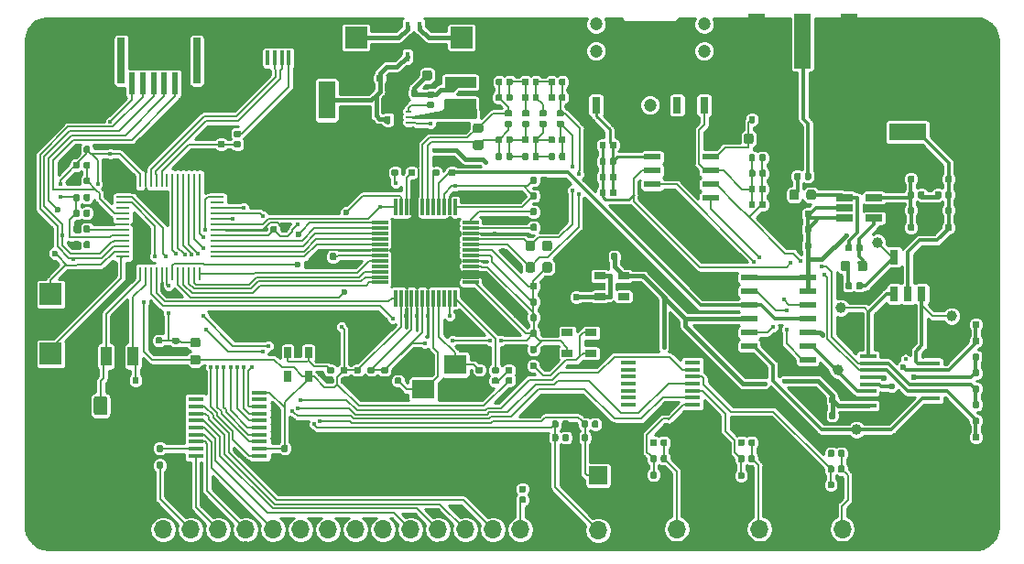
<source format=gtl>
G04 #@! TF.GenerationSoftware,KiCad,Pcbnew,(5.0.0)*
G04 #@! TF.CreationDate,2019-01-26T18:48:23+01:00*
G04 #@! TF.ProjectId,rf-receiver,72662D72656365697665722E6B696361,rev?*
G04 #@! TF.SameCoordinates,Original*
G04 #@! TF.FileFunction,Copper,L1,Top,Signal*
G04 #@! TF.FilePolarity,Positive*
%FSLAX46Y46*%
G04 Gerber Fmt 4.6, Leading zero omitted, Abs format (unit mm)*
G04 Created by KiCad (PCBNEW (5.0.0)) date 01/26/19 18:48:23*
%MOMM*%
%LPD*%
G01*
G04 APERTURE LIST*
G04 #@! TA.AperFunction,ComponentPad*
%ADD10R,1.500000X0.800000*%
G04 #@! TD*
G04 #@! TA.AperFunction,ComponentPad*
%ADD11C,1.200000*%
G04 #@! TD*
G04 #@! TA.AperFunction,ComponentPad*
%ADD12R,0.800000X1.500000*%
G04 #@! TD*
G04 #@! TA.AperFunction,Conductor*
%ADD13C,0.100000*%
G04 #@! TD*
G04 #@! TA.AperFunction,SMDPad,CuDef*
%ADD14C,0.875000*%
G04 #@! TD*
G04 #@! TA.AperFunction,SMDPad,CuDef*
%ADD15R,1.500000X0.450000*%
G04 #@! TD*
G04 #@! TA.AperFunction,SMDPad,CuDef*
%ADD16C,1.250000*%
G04 #@! TD*
G04 #@! TA.AperFunction,SMDPad,CuDef*
%ADD17C,0.590000*%
G04 #@! TD*
G04 #@! TA.AperFunction,SMDPad,CuDef*
%ADD18R,3.500000X1.600000*%
G04 #@! TD*
G04 #@! TA.AperFunction,SMDPad,CuDef*
%ADD19R,1.600000X3.500000*%
G04 #@! TD*
G04 #@! TA.AperFunction,SMDPad,CuDef*
%ADD20R,1.500000X1.900000*%
G04 #@! TD*
G04 #@! TA.AperFunction,ComponentPad*
%ADD21C,1.450000*%
G04 #@! TD*
G04 #@! TA.AperFunction,SMDPad,CuDef*
%ADD22R,0.400000X1.350000*%
G04 #@! TD*
G04 #@! TA.AperFunction,ComponentPad*
%ADD23O,1.200000X1.900000*%
G04 #@! TD*
G04 #@! TA.AperFunction,SMDPad,CuDef*
%ADD24R,1.200000X1.900000*%
G04 #@! TD*
G04 #@! TA.AperFunction,ComponentPad*
%ADD25C,5.400000*%
G04 #@! TD*
G04 #@! TA.AperFunction,SMDPad,CuDef*
%ADD26R,1.500000X5.080000*%
G04 #@! TD*
G04 #@! TA.AperFunction,SMDPad,CuDef*
%ADD27R,2.900000X1.000000*%
G04 #@! TD*
G04 #@! TA.AperFunction,BGAPad,CuDef*
%ADD28C,1.000000*%
G04 #@! TD*
G04 #@! TA.AperFunction,SMDPad,CuDef*
%ADD29R,1.060000X0.650000*%
G04 #@! TD*
G04 #@! TA.AperFunction,SMDPad,CuDef*
%ADD30R,0.650000X1.060000*%
G04 #@! TD*
G04 #@! TA.AperFunction,SMDPad,CuDef*
%ADD31R,0.700000X4.200000*%
G04 #@! TD*
G04 #@! TA.AperFunction,SMDPad,CuDef*
%ADD32R,0.600000X2.000000*%
G04 #@! TD*
G04 #@! TA.AperFunction,ComponentPad*
%ADD33R,2.000000X2.000000*%
G04 #@! TD*
G04 #@! TA.AperFunction,SMDPad,CuDef*
%ADD34R,1.450000X0.450000*%
G04 #@! TD*
G04 #@! TA.AperFunction,ComponentPad*
%ADD35R,1.700000X1.700000*%
G04 #@! TD*
G04 #@! TA.AperFunction,ComponentPad*
%ADD36O,1.700000X1.700000*%
G04 #@! TD*
G04 #@! TA.AperFunction,SMDPad,CuDef*
%ADD37R,1.550000X0.600000*%
G04 #@! TD*
G04 #@! TA.AperFunction,SMDPad,CuDef*
%ADD38R,1.560000X0.650000*%
G04 #@! TD*
G04 #@! TA.AperFunction,SMDPad,CuDef*
%ADD39R,1.000000X1.800000*%
G04 #@! TD*
G04 #@! TA.AperFunction,SMDPad,CuDef*
%ADD40R,2.100000X1.800000*%
G04 #@! TD*
G04 #@! TA.AperFunction,SMDPad,CuDef*
%ADD41R,0.300000X1.500000*%
G04 #@! TD*
G04 #@! TA.AperFunction,SMDPad,CuDef*
%ADD42R,1.500000X0.300000*%
G04 #@! TD*
G04 #@! TA.AperFunction,SMDPad,CuDef*
%ADD43R,3.500000X3.500000*%
G04 #@! TD*
G04 #@! TA.AperFunction,SMDPad,CuDef*
%ADD44R,0.250000X1.300000*%
G04 #@! TD*
G04 #@! TA.AperFunction,SMDPad,CuDef*
%ADD45R,1.300000X0.250000*%
G04 #@! TD*
G04 #@! TA.AperFunction,SMDPad,CuDef*
%ADD46R,1.500000X0.600000*%
G04 #@! TD*
G04 #@! TA.AperFunction,SMDPad,CuDef*
%ADD47R,0.500000X0.250000*%
G04 #@! TD*
G04 #@! TA.AperFunction,ViaPad*
%ADD48C,0.600000*%
G04 #@! TD*
G04 #@! TA.AperFunction,SMDPad,CuDef*
%ADD49R,0.900000X1.600000*%
G04 #@! TD*
G04 #@! TA.AperFunction,SMDPad,CuDef*
%ADD50R,0.400000X0.900000*%
G04 #@! TD*
G04 #@! TA.AperFunction,SMDPad,CuDef*
%ADD51R,0.760000X1.400000*%
G04 #@! TD*
G04 #@! TA.AperFunction,ViaPad*
%ADD52C,0.400000*%
G04 #@! TD*
G04 #@! TA.AperFunction,Conductor*
%ADD53C,0.350000*%
G04 #@! TD*
G04 #@! TA.AperFunction,Conductor*
%ADD54C,0.200000*%
G04 #@! TD*
G04 #@! TA.AperFunction,Conductor*
%ADD55C,0.150000*%
G04 #@! TD*
G04 #@! TA.AperFunction,Conductor*
%ADD56C,0.400000*%
G04 #@! TD*
G04 #@! TA.AperFunction,Conductor*
%ADD57C,0.250000*%
G04 #@! TD*
G04 #@! TA.AperFunction,Conductor*
%ADD58C,0.254000*%
G04 #@! TD*
G04 APERTURE END LIST*
D10*
G04 #@! TO.P,J1,1*
G04 #@! TO.N,GND*
X125400000Y-66500000D03*
D11*
G04 #@! TO.P,J1,*
G04 #@! TO.N,*
X130400000Y-64000000D03*
X130400000Y-66500000D03*
X120400000Y-64000000D03*
X120400000Y-66500000D03*
X125400000Y-71500000D03*
D12*
G04 #@! TO.P,J1,5*
G04 #@! TO.N,Net-(J1-Pad5)*
X127900000Y-71500000D03*
G04 #@! TO.P,J1,4*
G04 #@! TO.N,GND*
X122900000Y-71500000D03*
G04 #@! TO.P,J1,3*
G04 #@! TO.N,/Tayoe Mixer sheet/I_OUT*
X130400000Y-71500000D03*
G04 #@! TO.P,J1,2*
G04 #@! TO.N,/Tayoe Mixer sheet/Q_OUT*
X120400000Y-71500000D03*
G04 #@! TD*
D13*
G04 #@! TO.N,+12V*
G04 #@! TO.C,C64*
G36*
X134752691Y-74126053D02*
X134773926Y-74129203D01*
X134794750Y-74134419D01*
X134814962Y-74141651D01*
X134834368Y-74150830D01*
X134852781Y-74161866D01*
X134870024Y-74174654D01*
X134885930Y-74189070D01*
X134900346Y-74204976D01*
X134913134Y-74222219D01*
X134924170Y-74240632D01*
X134933349Y-74260038D01*
X134940581Y-74280250D01*
X134945797Y-74301074D01*
X134948947Y-74322309D01*
X134950000Y-74343750D01*
X134950000Y-74856250D01*
X134948947Y-74877691D01*
X134945797Y-74898926D01*
X134940581Y-74919750D01*
X134933349Y-74939962D01*
X134924170Y-74959368D01*
X134913134Y-74977781D01*
X134900346Y-74995024D01*
X134885930Y-75010930D01*
X134870024Y-75025346D01*
X134852781Y-75038134D01*
X134834368Y-75049170D01*
X134814962Y-75058349D01*
X134794750Y-75065581D01*
X134773926Y-75070797D01*
X134752691Y-75073947D01*
X134731250Y-75075000D01*
X134293750Y-75075000D01*
X134272309Y-75073947D01*
X134251074Y-75070797D01*
X134230250Y-75065581D01*
X134210038Y-75058349D01*
X134190632Y-75049170D01*
X134172219Y-75038134D01*
X134154976Y-75025346D01*
X134139070Y-75010930D01*
X134124654Y-74995024D01*
X134111866Y-74977781D01*
X134100830Y-74959368D01*
X134091651Y-74939962D01*
X134084419Y-74919750D01*
X134079203Y-74898926D01*
X134076053Y-74877691D01*
X134075000Y-74856250D01*
X134075000Y-74343750D01*
X134076053Y-74322309D01*
X134079203Y-74301074D01*
X134084419Y-74280250D01*
X134091651Y-74260038D01*
X134100830Y-74240632D01*
X134111866Y-74222219D01*
X134124654Y-74204976D01*
X134139070Y-74189070D01*
X134154976Y-74174654D01*
X134172219Y-74161866D01*
X134190632Y-74150830D01*
X134210038Y-74141651D01*
X134230250Y-74134419D01*
X134251074Y-74129203D01*
X134272309Y-74126053D01*
X134293750Y-74125000D01*
X134731250Y-74125000D01*
X134752691Y-74126053D01*
X134752691Y-74126053D01*
G37*
D14*
G04 #@! TD*
G04 #@! TO.P,C64,2*
G04 #@! TO.N,+12V*
X134512500Y-74600000D03*
D13*
G04 #@! TO.N,GND*
G04 #@! TO.C,C64*
G36*
X136327691Y-74126053D02*
X136348926Y-74129203D01*
X136369750Y-74134419D01*
X136389962Y-74141651D01*
X136409368Y-74150830D01*
X136427781Y-74161866D01*
X136445024Y-74174654D01*
X136460930Y-74189070D01*
X136475346Y-74204976D01*
X136488134Y-74222219D01*
X136499170Y-74240632D01*
X136508349Y-74260038D01*
X136515581Y-74280250D01*
X136520797Y-74301074D01*
X136523947Y-74322309D01*
X136525000Y-74343750D01*
X136525000Y-74856250D01*
X136523947Y-74877691D01*
X136520797Y-74898926D01*
X136515581Y-74919750D01*
X136508349Y-74939962D01*
X136499170Y-74959368D01*
X136488134Y-74977781D01*
X136475346Y-74995024D01*
X136460930Y-75010930D01*
X136445024Y-75025346D01*
X136427781Y-75038134D01*
X136409368Y-75049170D01*
X136389962Y-75058349D01*
X136369750Y-75065581D01*
X136348926Y-75070797D01*
X136327691Y-75073947D01*
X136306250Y-75075000D01*
X135868750Y-75075000D01*
X135847309Y-75073947D01*
X135826074Y-75070797D01*
X135805250Y-75065581D01*
X135785038Y-75058349D01*
X135765632Y-75049170D01*
X135747219Y-75038134D01*
X135729976Y-75025346D01*
X135714070Y-75010930D01*
X135699654Y-74995024D01*
X135686866Y-74977781D01*
X135675830Y-74959368D01*
X135666651Y-74939962D01*
X135659419Y-74919750D01*
X135654203Y-74898926D01*
X135651053Y-74877691D01*
X135650000Y-74856250D01*
X135650000Y-74343750D01*
X135651053Y-74322309D01*
X135654203Y-74301074D01*
X135659419Y-74280250D01*
X135666651Y-74260038D01*
X135675830Y-74240632D01*
X135686866Y-74222219D01*
X135699654Y-74204976D01*
X135714070Y-74189070D01*
X135729976Y-74174654D01*
X135747219Y-74161866D01*
X135765632Y-74150830D01*
X135785038Y-74141651D01*
X135805250Y-74134419D01*
X135826074Y-74129203D01*
X135847309Y-74126053D01*
X135868750Y-74125000D01*
X136306250Y-74125000D01*
X136327691Y-74126053D01*
X136327691Y-74126053D01*
G37*
D14*
G04 #@! TD*
G04 #@! TO.P,C64,1*
G04 #@! TO.N,GND*
X136087500Y-74600000D03*
D15*
G04 #@! TO.P,U9,1*
G04 #@! TO.N,GND*
X151450000Y-99275000D03*
G04 #@! TO.P,U9,2*
G04 #@! TO.N,/Tayoe Mixer sheet/LO_IN_A*
X151450000Y-98625000D03*
G04 #@! TO.P,U9,3*
G04 #@! TO.N,/Tayoe Mixer sheet/270_deg*
X151450000Y-97975000D03*
G04 #@! TO.P,U9,4*
G04 #@! TO.N,/Tayoe Mixer sheet/180_deg*
X151450000Y-97325000D03*
G04 #@! TO.P,U9,5*
G04 #@! TO.N,/Tayoe Mixer sheet/90_deg*
X151450000Y-96675000D03*
G04 #@! TO.P,U9,6*
G04 #@! TO.N,/Tayoe Mixer sheet/0_deg*
X151450000Y-96025000D03*
G04 #@! TO.P,U9,7*
G04 #@! TO.N,/Tayoe Mixer sheet/RF_B*
X151450000Y-95375000D03*
G04 #@! TO.P,U9,8*
G04 #@! TO.N,GND*
X151450000Y-94725000D03*
G04 #@! TO.P,U9,9*
G04 #@! TO.N,/Tayoe Mixer sheet/RF_A*
X145550000Y-94725000D03*
G04 #@! TO.P,U9,10*
G04 #@! TO.N,/Tayoe Mixer sheet/180_deg*
X145550000Y-95375000D03*
G04 #@! TO.P,U9,11*
G04 #@! TO.N,/Tayoe Mixer sheet/270_deg*
X145550000Y-96025000D03*
G04 #@! TO.P,U9,12*
G04 #@! TO.N,/Tayoe Mixer sheet/0_deg*
X145550000Y-96675000D03*
G04 #@! TO.P,U9,13*
G04 #@! TO.N,/Tayoe Mixer sheet/90_deg*
X145550000Y-97325000D03*
G04 #@! TO.P,U9,14*
G04 #@! TO.N,/Tayoe Mixer sheet/LO_IN_B*
X145550000Y-97975000D03*
G04 #@! TO.P,U9,15*
G04 #@! TO.N,GND*
X145550000Y-98625000D03*
G04 #@! TO.P,U9,16*
G04 #@! TO.N,+3V3*
X145550000Y-99275000D03*
G04 #@! TD*
D13*
G04 #@! TO.N,Net-(C33-Pad1)*
G04 #@! TO.C,R17*
G36*
X109777691Y-73176053D02*
X109798926Y-73179203D01*
X109819750Y-73184419D01*
X109839962Y-73191651D01*
X109859368Y-73200830D01*
X109877781Y-73211866D01*
X109895024Y-73224654D01*
X109910930Y-73239070D01*
X109925346Y-73254976D01*
X109938134Y-73272219D01*
X109949170Y-73290632D01*
X109958349Y-73310038D01*
X109965581Y-73330250D01*
X109970797Y-73351074D01*
X109973947Y-73372309D01*
X109975000Y-73393750D01*
X109975000Y-73831250D01*
X109973947Y-73852691D01*
X109970797Y-73873926D01*
X109965581Y-73894750D01*
X109958349Y-73914962D01*
X109949170Y-73934368D01*
X109938134Y-73952781D01*
X109925346Y-73970024D01*
X109910930Y-73985930D01*
X109895024Y-74000346D01*
X109877781Y-74013134D01*
X109859368Y-74024170D01*
X109839962Y-74033349D01*
X109819750Y-74040581D01*
X109798926Y-74045797D01*
X109777691Y-74048947D01*
X109756250Y-74050000D01*
X109243750Y-74050000D01*
X109222309Y-74048947D01*
X109201074Y-74045797D01*
X109180250Y-74040581D01*
X109160038Y-74033349D01*
X109140632Y-74024170D01*
X109122219Y-74013134D01*
X109104976Y-74000346D01*
X109089070Y-73985930D01*
X109074654Y-73970024D01*
X109061866Y-73952781D01*
X109050830Y-73934368D01*
X109041651Y-73914962D01*
X109034419Y-73894750D01*
X109029203Y-73873926D01*
X109026053Y-73852691D01*
X109025000Y-73831250D01*
X109025000Y-73393750D01*
X109026053Y-73372309D01*
X109029203Y-73351074D01*
X109034419Y-73330250D01*
X109041651Y-73310038D01*
X109050830Y-73290632D01*
X109061866Y-73272219D01*
X109074654Y-73254976D01*
X109089070Y-73239070D01*
X109104976Y-73224654D01*
X109122219Y-73211866D01*
X109140632Y-73200830D01*
X109160038Y-73191651D01*
X109180250Y-73184419D01*
X109201074Y-73179203D01*
X109222309Y-73176053D01*
X109243750Y-73175000D01*
X109756250Y-73175000D01*
X109777691Y-73176053D01*
X109777691Y-73176053D01*
G37*
D14*
G04 #@! TD*
G04 #@! TO.P,R17,1*
G04 #@! TO.N,Net-(C33-Pad1)*
X109500000Y-73612500D03*
D13*
G04 #@! TO.N,Net-(C33-Pad2)*
G04 #@! TO.C,R17*
G36*
X109777691Y-74751053D02*
X109798926Y-74754203D01*
X109819750Y-74759419D01*
X109839962Y-74766651D01*
X109859368Y-74775830D01*
X109877781Y-74786866D01*
X109895024Y-74799654D01*
X109910930Y-74814070D01*
X109925346Y-74829976D01*
X109938134Y-74847219D01*
X109949170Y-74865632D01*
X109958349Y-74885038D01*
X109965581Y-74905250D01*
X109970797Y-74926074D01*
X109973947Y-74947309D01*
X109975000Y-74968750D01*
X109975000Y-75406250D01*
X109973947Y-75427691D01*
X109970797Y-75448926D01*
X109965581Y-75469750D01*
X109958349Y-75489962D01*
X109949170Y-75509368D01*
X109938134Y-75527781D01*
X109925346Y-75545024D01*
X109910930Y-75560930D01*
X109895024Y-75575346D01*
X109877781Y-75588134D01*
X109859368Y-75599170D01*
X109839962Y-75608349D01*
X109819750Y-75615581D01*
X109798926Y-75620797D01*
X109777691Y-75623947D01*
X109756250Y-75625000D01*
X109243750Y-75625000D01*
X109222309Y-75623947D01*
X109201074Y-75620797D01*
X109180250Y-75615581D01*
X109160038Y-75608349D01*
X109140632Y-75599170D01*
X109122219Y-75588134D01*
X109104976Y-75575346D01*
X109089070Y-75560930D01*
X109074654Y-75545024D01*
X109061866Y-75527781D01*
X109050830Y-75509368D01*
X109041651Y-75489962D01*
X109034419Y-75469750D01*
X109029203Y-75448926D01*
X109026053Y-75427691D01*
X109025000Y-75406250D01*
X109025000Y-74968750D01*
X109026053Y-74947309D01*
X109029203Y-74926074D01*
X109034419Y-74905250D01*
X109041651Y-74885038D01*
X109050830Y-74865632D01*
X109061866Y-74847219D01*
X109074654Y-74829976D01*
X109089070Y-74814070D01*
X109104976Y-74799654D01*
X109122219Y-74786866D01*
X109140632Y-74775830D01*
X109160038Y-74766651D01*
X109180250Y-74759419D01*
X109201074Y-74754203D01*
X109222309Y-74751053D01*
X109243750Y-74750000D01*
X109756250Y-74750000D01*
X109777691Y-74751053D01*
X109777691Y-74751053D01*
G37*
D14*
G04 #@! TD*
G04 #@! TO.P,R17,2*
G04 #@! TO.N,Net-(C33-Pad2)*
X109500000Y-75187500D03*
D13*
G04 #@! TO.N,VAA*
G04 #@! TO.C,R14*
G36*
X116127691Y-86026053D02*
X116148926Y-86029203D01*
X116169750Y-86034419D01*
X116189962Y-86041651D01*
X116209368Y-86050830D01*
X116227781Y-86061866D01*
X116245024Y-86074654D01*
X116260930Y-86089070D01*
X116275346Y-86104976D01*
X116288134Y-86122219D01*
X116299170Y-86140632D01*
X116308349Y-86160038D01*
X116315581Y-86180250D01*
X116320797Y-86201074D01*
X116323947Y-86222309D01*
X116325000Y-86243750D01*
X116325000Y-86756250D01*
X116323947Y-86777691D01*
X116320797Y-86798926D01*
X116315581Y-86819750D01*
X116308349Y-86839962D01*
X116299170Y-86859368D01*
X116288134Y-86877781D01*
X116275346Y-86895024D01*
X116260930Y-86910930D01*
X116245024Y-86925346D01*
X116227781Y-86938134D01*
X116209368Y-86949170D01*
X116189962Y-86958349D01*
X116169750Y-86965581D01*
X116148926Y-86970797D01*
X116127691Y-86973947D01*
X116106250Y-86975000D01*
X115668750Y-86975000D01*
X115647309Y-86973947D01*
X115626074Y-86970797D01*
X115605250Y-86965581D01*
X115585038Y-86958349D01*
X115565632Y-86949170D01*
X115547219Y-86938134D01*
X115529976Y-86925346D01*
X115514070Y-86910930D01*
X115499654Y-86895024D01*
X115486866Y-86877781D01*
X115475830Y-86859368D01*
X115466651Y-86839962D01*
X115459419Y-86819750D01*
X115454203Y-86798926D01*
X115451053Y-86777691D01*
X115450000Y-86756250D01*
X115450000Y-86243750D01*
X115451053Y-86222309D01*
X115454203Y-86201074D01*
X115459419Y-86180250D01*
X115466651Y-86160038D01*
X115475830Y-86140632D01*
X115486866Y-86122219D01*
X115499654Y-86104976D01*
X115514070Y-86089070D01*
X115529976Y-86074654D01*
X115547219Y-86061866D01*
X115565632Y-86050830D01*
X115585038Y-86041651D01*
X115605250Y-86034419D01*
X115626074Y-86029203D01*
X115647309Y-86026053D01*
X115668750Y-86025000D01*
X116106250Y-86025000D01*
X116127691Y-86026053D01*
X116127691Y-86026053D01*
G37*
D14*
G04 #@! TD*
G04 #@! TO.P,R14,2*
G04 #@! TO.N,VAA*
X115887500Y-86500000D03*
D13*
G04 #@! TO.N,/AD9954sheet/IOUT-*
G04 #@! TO.C,R14*
G36*
X114552691Y-86026053D02*
X114573926Y-86029203D01*
X114594750Y-86034419D01*
X114614962Y-86041651D01*
X114634368Y-86050830D01*
X114652781Y-86061866D01*
X114670024Y-86074654D01*
X114685930Y-86089070D01*
X114700346Y-86104976D01*
X114713134Y-86122219D01*
X114724170Y-86140632D01*
X114733349Y-86160038D01*
X114740581Y-86180250D01*
X114745797Y-86201074D01*
X114748947Y-86222309D01*
X114750000Y-86243750D01*
X114750000Y-86756250D01*
X114748947Y-86777691D01*
X114745797Y-86798926D01*
X114740581Y-86819750D01*
X114733349Y-86839962D01*
X114724170Y-86859368D01*
X114713134Y-86877781D01*
X114700346Y-86895024D01*
X114685930Y-86910930D01*
X114670024Y-86925346D01*
X114652781Y-86938134D01*
X114634368Y-86949170D01*
X114614962Y-86958349D01*
X114594750Y-86965581D01*
X114573926Y-86970797D01*
X114552691Y-86973947D01*
X114531250Y-86975000D01*
X114093750Y-86975000D01*
X114072309Y-86973947D01*
X114051074Y-86970797D01*
X114030250Y-86965581D01*
X114010038Y-86958349D01*
X113990632Y-86949170D01*
X113972219Y-86938134D01*
X113954976Y-86925346D01*
X113939070Y-86910930D01*
X113924654Y-86895024D01*
X113911866Y-86877781D01*
X113900830Y-86859368D01*
X113891651Y-86839962D01*
X113884419Y-86819750D01*
X113879203Y-86798926D01*
X113876053Y-86777691D01*
X113875000Y-86756250D01*
X113875000Y-86243750D01*
X113876053Y-86222309D01*
X113879203Y-86201074D01*
X113884419Y-86180250D01*
X113891651Y-86160038D01*
X113900830Y-86140632D01*
X113911866Y-86122219D01*
X113924654Y-86104976D01*
X113939070Y-86089070D01*
X113954976Y-86074654D01*
X113972219Y-86061866D01*
X113990632Y-86050830D01*
X114010038Y-86041651D01*
X114030250Y-86034419D01*
X114051074Y-86029203D01*
X114072309Y-86026053D01*
X114093750Y-86025000D01*
X114531250Y-86025000D01*
X114552691Y-86026053D01*
X114552691Y-86026053D01*
G37*
D14*
G04 #@! TD*
G04 #@! TO.P,R14,1*
G04 #@! TO.N,/AD9954sheet/IOUT-*
X114312500Y-86500000D03*
D13*
G04 #@! TO.N,Net-(R24-Pad2)*
G04 #@! TO.C,R25*
G36*
X145277691Y-85926053D02*
X145298926Y-85929203D01*
X145319750Y-85934419D01*
X145339962Y-85941651D01*
X145359368Y-85950830D01*
X145377781Y-85961866D01*
X145395024Y-85974654D01*
X145410930Y-85989070D01*
X145425346Y-86004976D01*
X145438134Y-86022219D01*
X145449170Y-86040632D01*
X145458349Y-86060038D01*
X145465581Y-86080250D01*
X145470797Y-86101074D01*
X145473947Y-86122309D01*
X145475000Y-86143750D01*
X145475000Y-86656250D01*
X145473947Y-86677691D01*
X145470797Y-86698926D01*
X145465581Y-86719750D01*
X145458349Y-86739962D01*
X145449170Y-86759368D01*
X145438134Y-86777781D01*
X145425346Y-86795024D01*
X145410930Y-86810930D01*
X145395024Y-86825346D01*
X145377781Y-86838134D01*
X145359368Y-86849170D01*
X145339962Y-86858349D01*
X145319750Y-86865581D01*
X145298926Y-86870797D01*
X145277691Y-86873947D01*
X145256250Y-86875000D01*
X144818750Y-86875000D01*
X144797309Y-86873947D01*
X144776074Y-86870797D01*
X144755250Y-86865581D01*
X144735038Y-86858349D01*
X144715632Y-86849170D01*
X144697219Y-86838134D01*
X144679976Y-86825346D01*
X144664070Y-86810930D01*
X144649654Y-86795024D01*
X144636866Y-86777781D01*
X144625830Y-86759368D01*
X144616651Y-86739962D01*
X144609419Y-86719750D01*
X144604203Y-86698926D01*
X144601053Y-86677691D01*
X144600000Y-86656250D01*
X144600000Y-86143750D01*
X144601053Y-86122309D01*
X144604203Y-86101074D01*
X144609419Y-86080250D01*
X144616651Y-86060038D01*
X144625830Y-86040632D01*
X144636866Y-86022219D01*
X144649654Y-86004976D01*
X144664070Y-85989070D01*
X144679976Y-85974654D01*
X144697219Y-85961866D01*
X144715632Y-85950830D01*
X144735038Y-85941651D01*
X144755250Y-85934419D01*
X144776074Y-85929203D01*
X144797309Y-85926053D01*
X144818750Y-85925000D01*
X145256250Y-85925000D01*
X145277691Y-85926053D01*
X145277691Y-85926053D01*
G37*
D14*
G04 #@! TD*
G04 #@! TO.P,R25,1*
G04 #@! TO.N,Net-(R24-Pad2)*
X145037500Y-86400000D03*
D13*
G04 #@! TO.N,Net-(C51-Pad1)*
G04 #@! TO.C,R25*
G36*
X143702691Y-85926053D02*
X143723926Y-85929203D01*
X143744750Y-85934419D01*
X143764962Y-85941651D01*
X143784368Y-85950830D01*
X143802781Y-85961866D01*
X143820024Y-85974654D01*
X143835930Y-85989070D01*
X143850346Y-86004976D01*
X143863134Y-86022219D01*
X143874170Y-86040632D01*
X143883349Y-86060038D01*
X143890581Y-86080250D01*
X143895797Y-86101074D01*
X143898947Y-86122309D01*
X143900000Y-86143750D01*
X143900000Y-86656250D01*
X143898947Y-86677691D01*
X143895797Y-86698926D01*
X143890581Y-86719750D01*
X143883349Y-86739962D01*
X143874170Y-86759368D01*
X143863134Y-86777781D01*
X143850346Y-86795024D01*
X143835930Y-86810930D01*
X143820024Y-86825346D01*
X143802781Y-86838134D01*
X143784368Y-86849170D01*
X143764962Y-86858349D01*
X143744750Y-86865581D01*
X143723926Y-86870797D01*
X143702691Y-86873947D01*
X143681250Y-86875000D01*
X143243750Y-86875000D01*
X143222309Y-86873947D01*
X143201074Y-86870797D01*
X143180250Y-86865581D01*
X143160038Y-86858349D01*
X143140632Y-86849170D01*
X143122219Y-86838134D01*
X143104976Y-86825346D01*
X143089070Y-86810930D01*
X143074654Y-86795024D01*
X143061866Y-86777781D01*
X143050830Y-86759368D01*
X143041651Y-86739962D01*
X143034419Y-86719750D01*
X143029203Y-86698926D01*
X143026053Y-86677691D01*
X143025000Y-86656250D01*
X143025000Y-86143750D01*
X143026053Y-86122309D01*
X143029203Y-86101074D01*
X143034419Y-86080250D01*
X143041651Y-86060038D01*
X143050830Y-86040632D01*
X143061866Y-86022219D01*
X143074654Y-86004976D01*
X143089070Y-85989070D01*
X143104976Y-85974654D01*
X143122219Y-85961866D01*
X143140632Y-85950830D01*
X143160038Y-85941651D01*
X143180250Y-85934419D01*
X143201074Y-85929203D01*
X143222309Y-85926053D01*
X143243750Y-85925000D01*
X143681250Y-85925000D01*
X143702691Y-85926053D01*
X143702691Y-85926053D01*
G37*
D14*
G04 #@! TD*
G04 #@! TO.P,R25,2*
G04 #@! TO.N,Net-(C51-Pad1)*
X143462500Y-86400000D03*
D13*
G04 #@! TO.N,Net-(R21-Pad2)*
G04 #@! TO.C,R21*
G36*
X140527691Y-79326053D02*
X140548926Y-79329203D01*
X140569750Y-79334419D01*
X140589962Y-79341651D01*
X140609368Y-79350830D01*
X140627781Y-79361866D01*
X140645024Y-79374654D01*
X140660930Y-79389070D01*
X140675346Y-79404976D01*
X140688134Y-79422219D01*
X140699170Y-79440632D01*
X140708349Y-79460038D01*
X140715581Y-79480250D01*
X140720797Y-79501074D01*
X140723947Y-79522309D01*
X140725000Y-79543750D01*
X140725000Y-80056250D01*
X140723947Y-80077691D01*
X140720797Y-80098926D01*
X140715581Y-80119750D01*
X140708349Y-80139962D01*
X140699170Y-80159368D01*
X140688134Y-80177781D01*
X140675346Y-80195024D01*
X140660930Y-80210930D01*
X140645024Y-80225346D01*
X140627781Y-80238134D01*
X140609368Y-80249170D01*
X140589962Y-80258349D01*
X140569750Y-80265581D01*
X140548926Y-80270797D01*
X140527691Y-80273947D01*
X140506250Y-80275000D01*
X140068750Y-80275000D01*
X140047309Y-80273947D01*
X140026074Y-80270797D01*
X140005250Y-80265581D01*
X139985038Y-80258349D01*
X139965632Y-80249170D01*
X139947219Y-80238134D01*
X139929976Y-80225346D01*
X139914070Y-80210930D01*
X139899654Y-80195024D01*
X139886866Y-80177781D01*
X139875830Y-80159368D01*
X139866651Y-80139962D01*
X139859419Y-80119750D01*
X139854203Y-80098926D01*
X139851053Y-80077691D01*
X139850000Y-80056250D01*
X139850000Y-79543750D01*
X139851053Y-79522309D01*
X139854203Y-79501074D01*
X139859419Y-79480250D01*
X139866651Y-79460038D01*
X139875830Y-79440632D01*
X139886866Y-79422219D01*
X139899654Y-79404976D01*
X139914070Y-79389070D01*
X139929976Y-79374654D01*
X139947219Y-79361866D01*
X139965632Y-79350830D01*
X139985038Y-79341651D01*
X140005250Y-79334419D01*
X140026074Y-79329203D01*
X140047309Y-79326053D01*
X140068750Y-79325000D01*
X140506250Y-79325000D01*
X140527691Y-79326053D01*
X140527691Y-79326053D01*
G37*
D14*
G04 #@! TD*
G04 #@! TO.P,R21,2*
G04 #@! TO.N,Net-(R21-Pad2)*
X140287500Y-79800000D03*
D13*
G04 #@! TO.N,Net-(C45-Pad2)*
G04 #@! TO.C,R21*
G36*
X138952691Y-79326053D02*
X138973926Y-79329203D01*
X138994750Y-79334419D01*
X139014962Y-79341651D01*
X139034368Y-79350830D01*
X139052781Y-79361866D01*
X139070024Y-79374654D01*
X139085930Y-79389070D01*
X139100346Y-79404976D01*
X139113134Y-79422219D01*
X139124170Y-79440632D01*
X139133349Y-79460038D01*
X139140581Y-79480250D01*
X139145797Y-79501074D01*
X139148947Y-79522309D01*
X139150000Y-79543750D01*
X139150000Y-80056250D01*
X139148947Y-80077691D01*
X139145797Y-80098926D01*
X139140581Y-80119750D01*
X139133349Y-80139962D01*
X139124170Y-80159368D01*
X139113134Y-80177781D01*
X139100346Y-80195024D01*
X139085930Y-80210930D01*
X139070024Y-80225346D01*
X139052781Y-80238134D01*
X139034368Y-80249170D01*
X139014962Y-80258349D01*
X138994750Y-80265581D01*
X138973926Y-80270797D01*
X138952691Y-80273947D01*
X138931250Y-80275000D01*
X138493750Y-80275000D01*
X138472309Y-80273947D01*
X138451074Y-80270797D01*
X138430250Y-80265581D01*
X138410038Y-80258349D01*
X138390632Y-80249170D01*
X138372219Y-80238134D01*
X138354976Y-80225346D01*
X138339070Y-80210930D01*
X138324654Y-80195024D01*
X138311866Y-80177781D01*
X138300830Y-80159368D01*
X138291651Y-80139962D01*
X138284419Y-80119750D01*
X138279203Y-80098926D01*
X138276053Y-80077691D01*
X138275000Y-80056250D01*
X138275000Y-79543750D01*
X138276053Y-79522309D01*
X138279203Y-79501074D01*
X138284419Y-79480250D01*
X138291651Y-79460038D01*
X138300830Y-79440632D01*
X138311866Y-79422219D01*
X138324654Y-79404976D01*
X138339070Y-79389070D01*
X138354976Y-79374654D01*
X138372219Y-79361866D01*
X138390632Y-79350830D01*
X138410038Y-79341651D01*
X138430250Y-79334419D01*
X138451074Y-79329203D01*
X138472309Y-79326053D01*
X138493750Y-79325000D01*
X138931250Y-79325000D01*
X138952691Y-79326053D01*
X138952691Y-79326053D01*
G37*
D14*
G04 #@! TD*
G04 #@! TO.P,R21,1*
G04 #@! TO.N,Net-(C45-Pad2)*
X138712500Y-79800000D03*
D13*
G04 #@! TO.N,/AD9954sheet/IOUT+*
G04 #@! TO.C,R15*
G36*
X114552691Y-84026053D02*
X114573926Y-84029203D01*
X114594750Y-84034419D01*
X114614962Y-84041651D01*
X114634368Y-84050830D01*
X114652781Y-84061866D01*
X114670024Y-84074654D01*
X114685930Y-84089070D01*
X114700346Y-84104976D01*
X114713134Y-84122219D01*
X114724170Y-84140632D01*
X114733349Y-84160038D01*
X114740581Y-84180250D01*
X114745797Y-84201074D01*
X114748947Y-84222309D01*
X114750000Y-84243750D01*
X114750000Y-84756250D01*
X114748947Y-84777691D01*
X114745797Y-84798926D01*
X114740581Y-84819750D01*
X114733349Y-84839962D01*
X114724170Y-84859368D01*
X114713134Y-84877781D01*
X114700346Y-84895024D01*
X114685930Y-84910930D01*
X114670024Y-84925346D01*
X114652781Y-84938134D01*
X114634368Y-84949170D01*
X114614962Y-84958349D01*
X114594750Y-84965581D01*
X114573926Y-84970797D01*
X114552691Y-84973947D01*
X114531250Y-84975000D01*
X114093750Y-84975000D01*
X114072309Y-84973947D01*
X114051074Y-84970797D01*
X114030250Y-84965581D01*
X114010038Y-84958349D01*
X113990632Y-84949170D01*
X113972219Y-84938134D01*
X113954976Y-84925346D01*
X113939070Y-84910930D01*
X113924654Y-84895024D01*
X113911866Y-84877781D01*
X113900830Y-84859368D01*
X113891651Y-84839962D01*
X113884419Y-84819750D01*
X113879203Y-84798926D01*
X113876053Y-84777691D01*
X113875000Y-84756250D01*
X113875000Y-84243750D01*
X113876053Y-84222309D01*
X113879203Y-84201074D01*
X113884419Y-84180250D01*
X113891651Y-84160038D01*
X113900830Y-84140632D01*
X113911866Y-84122219D01*
X113924654Y-84104976D01*
X113939070Y-84089070D01*
X113954976Y-84074654D01*
X113972219Y-84061866D01*
X113990632Y-84050830D01*
X114010038Y-84041651D01*
X114030250Y-84034419D01*
X114051074Y-84029203D01*
X114072309Y-84026053D01*
X114093750Y-84025000D01*
X114531250Y-84025000D01*
X114552691Y-84026053D01*
X114552691Y-84026053D01*
G37*
D14*
G04 #@! TD*
G04 #@! TO.P,R15,1*
G04 #@! TO.N,/AD9954sheet/IOUT+*
X114312500Y-84500000D03*
D13*
G04 #@! TO.N,VAA*
G04 #@! TO.C,R15*
G36*
X116127691Y-84026053D02*
X116148926Y-84029203D01*
X116169750Y-84034419D01*
X116189962Y-84041651D01*
X116209368Y-84050830D01*
X116227781Y-84061866D01*
X116245024Y-84074654D01*
X116260930Y-84089070D01*
X116275346Y-84104976D01*
X116288134Y-84122219D01*
X116299170Y-84140632D01*
X116308349Y-84160038D01*
X116315581Y-84180250D01*
X116320797Y-84201074D01*
X116323947Y-84222309D01*
X116325000Y-84243750D01*
X116325000Y-84756250D01*
X116323947Y-84777691D01*
X116320797Y-84798926D01*
X116315581Y-84819750D01*
X116308349Y-84839962D01*
X116299170Y-84859368D01*
X116288134Y-84877781D01*
X116275346Y-84895024D01*
X116260930Y-84910930D01*
X116245024Y-84925346D01*
X116227781Y-84938134D01*
X116209368Y-84949170D01*
X116189962Y-84958349D01*
X116169750Y-84965581D01*
X116148926Y-84970797D01*
X116127691Y-84973947D01*
X116106250Y-84975000D01*
X115668750Y-84975000D01*
X115647309Y-84973947D01*
X115626074Y-84970797D01*
X115605250Y-84965581D01*
X115585038Y-84958349D01*
X115565632Y-84949170D01*
X115547219Y-84938134D01*
X115529976Y-84925346D01*
X115514070Y-84910930D01*
X115499654Y-84895024D01*
X115486866Y-84877781D01*
X115475830Y-84859368D01*
X115466651Y-84839962D01*
X115459419Y-84819750D01*
X115454203Y-84798926D01*
X115451053Y-84777691D01*
X115450000Y-84756250D01*
X115450000Y-84243750D01*
X115451053Y-84222309D01*
X115454203Y-84201074D01*
X115459419Y-84180250D01*
X115466651Y-84160038D01*
X115475830Y-84140632D01*
X115486866Y-84122219D01*
X115499654Y-84104976D01*
X115514070Y-84089070D01*
X115529976Y-84074654D01*
X115547219Y-84061866D01*
X115565632Y-84050830D01*
X115585038Y-84041651D01*
X115605250Y-84034419D01*
X115626074Y-84029203D01*
X115647309Y-84026053D01*
X115668750Y-84025000D01*
X116106250Y-84025000D01*
X116127691Y-84026053D01*
X116127691Y-84026053D01*
G37*
D14*
G04 #@! TD*
G04 #@! TO.P,R15,2*
G04 #@! TO.N,VAA*
X115887500Y-84500000D03*
D13*
G04 #@! TO.N,GND*
G04 #@! TO.C,C1*
G36*
X77799504Y-98426204D02*
X77823773Y-98429804D01*
X77847571Y-98435765D01*
X77870671Y-98444030D01*
X77892849Y-98454520D01*
X77913893Y-98467133D01*
X77933598Y-98481747D01*
X77951777Y-98498223D01*
X77968253Y-98516402D01*
X77982867Y-98536107D01*
X77995480Y-98557151D01*
X78005970Y-98579329D01*
X78014235Y-98602429D01*
X78020196Y-98626227D01*
X78023796Y-98650496D01*
X78025000Y-98675000D01*
X78025000Y-99925000D01*
X78023796Y-99949504D01*
X78020196Y-99973773D01*
X78014235Y-99997571D01*
X78005970Y-100020671D01*
X77995480Y-100042849D01*
X77982867Y-100063893D01*
X77968253Y-100083598D01*
X77951777Y-100101777D01*
X77933598Y-100118253D01*
X77913893Y-100132867D01*
X77892849Y-100145480D01*
X77870671Y-100155970D01*
X77847571Y-100164235D01*
X77823773Y-100170196D01*
X77799504Y-100173796D01*
X77775000Y-100175000D01*
X77025000Y-100175000D01*
X77000496Y-100173796D01*
X76976227Y-100170196D01*
X76952429Y-100164235D01*
X76929329Y-100155970D01*
X76907151Y-100145480D01*
X76886107Y-100132867D01*
X76866402Y-100118253D01*
X76848223Y-100101777D01*
X76831747Y-100083598D01*
X76817133Y-100063893D01*
X76804520Y-100042849D01*
X76794030Y-100020671D01*
X76785765Y-99997571D01*
X76779804Y-99973773D01*
X76776204Y-99949504D01*
X76775000Y-99925000D01*
X76775000Y-98675000D01*
X76776204Y-98650496D01*
X76779804Y-98626227D01*
X76785765Y-98602429D01*
X76794030Y-98579329D01*
X76804520Y-98557151D01*
X76817133Y-98536107D01*
X76831747Y-98516402D01*
X76848223Y-98498223D01*
X76866402Y-98481747D01*
X76886107Y-98467133D01*
X76907151Y-98454520D01*
X76929329Y-98444030D01*
X76952429Y-98435765D01*
X76976227Y-98429804D01*
X77000496Y-98426204D01*
X77025000Y-98425000D01*
X77775000Y-98425000D01*
X77799504Y-98426204D01*
X77799504Y-98426204D01*
G37*
D16*
G04 #@! TD*
G04 #@! TO.P,C1,2*
G04 #@! TO.N,GND*
X77400000Y-99300000D03*
D13*
G04 #@! TO.N,Net-(C1-Pad1)*
G04 #@! TO.C,C1*
G36*
X74999504Y-98426204D02*
X75023773Y-98429804D01*
X75047571Y-98435765D01*
X75070671Y-98444030D01*
X75092849Y-98454520D01*
X75113893Y-98467133D01*
X75133598Y-98481747D01*
X75151777Y-98498223D01*
X75168253Y-98516402D01*
X75182867Y-98536107D01*
X75195480Y-98557151D01*
X75205970Y-98579329D01*
X75214235Y-98602429D01*
X75220196Y-98626227D01*
X75223796Y-98650496D01*
X75225000Y-98675000D01*
X75225000Y-99925000D01*
X75223796Y-99949504D01*
X75220196Y-99973773D01*
X75214235Y-99997571D01*
X75205970Y-100020671D01*
X75195480Y-100042849D01*
X75182867Y-100063893D01*
X75168253Y-100083598D01*
X75151777Y-100101777D01*
X75133598Y-100118253D01*
X75113893Y-100132867D01*
X75092849Y-100145480D01*
X75070671Y-100155970D01*
X75047571Y-100164235D01*
X75023773Y-100170196D01*
X74999504Y-100173796D01*
X74975000Y-100175000D01*
X74225000Y-100175000D01*
X74200496Y-100173796D01*
X74176227Y-100170196D01*
X74152429Y-100164235D01*
X74129329Y-100155970D01*
X74107151Y-100145480D01*
X74086107Y-100132867D01*
X74066402Y-100118253D01*
X74048223Y-100101777D01*
X74031747Y-100083598D01*
X74017133Y-100063893D01*
X74004520Y-100042849D01*
X73994030Y-100020671D01*
X73985765Y-99997571D01*
X73979804Y-99973773D01*
X73976204Y-99949504D01*
X73975000Y-99925000D01*
X73975000Y-98675000D01*
X73976204Y-98650496D01*
X73979804Y-98626227D01*
X73985765Y-98602429D01*
X73994030Y-98579329D01*
X74004520Y-98557151D01*
X74017133Y-98536107D01*
X74031747Y-98516402D01*
X74048223Y-98498223D01*
X74066402Y-98481747D01*
X74086107Y-98467133D01*
X74107151Y-98454520D01*
X74129329Y-98444030D01*
X74152429Y-98435765D01*
X74176227Y-98429804D01*
X74200496Y-98426204D01*
X74225000Y-98425000D01*
X74975000Y-98425000D01*
X74999504Y-98426204D01*
X74999504Y-98426204D01*
G37*
D16*
G04 #@! TD*
G04 #@! TO.P,C1,1*
G04 #@! TO.N,Net-(C1-Pad1)*
X74600000Y-99300000D03*
D13*
G04 #@! TO.N,+5V*
G04 #@! TO.C,C78*
G36*
X105027691Y-68276053D02*
X105048926Y-68279203D01*
X105069750Y-68284419D01*
X105089962Y-68291651D01*
X105109368Y-68300830D01*
X105127781Y-68311866D01*
X105145024Y-68324654D01*
X105160930Y-68339070D01*
X105175346Y-68354976D01*
X105188134Y-68372219D01*
X105199170Y-68390632D01*
X105208349Y-68410038D01*
X105215581Y-68430250D01*
X105220797Y-68451074D01*
X105223947Y-68472309D01*
X105225000Y-68493750D01*
X105225000Y-69006250D01*
X105223947Y-69027691D01*
X105220797Y-69048926D01*
X105215581Y-69069750D01*
X105208349Y-69089962D01*
X105199170Y-69109368D01*
X105188134Y-69127781D01*
X105175346Y-69145024D01*
X105160930Y-69160930D01*
X105145024Y-69175346D01*
X105127781Y-69188134D01*
X105109368Y-69199170D01*
X105089962Y-69208349D01*
X105069750Y-69215581D01*
X105048926Y-69220797D01*
X105027691Y-69223947D01*
X105006250Y-69225000D01*
X104568750Y-69225000D01*
X104547309Y-69223947D01*
X104526074Y-69220797D01*
X104505250Y-69215581D01*
X104485038Y-69208349D01*
X104465632Y-69199170D01*
X104447219Y-69188134D01*
X104429976Y-69175346D01*
X104414070Y-69160930D01*
X104399654Y-69145024D01*
X104386866Y-69127781D01*
X104375830Y-69109368D01*
X104366651Y-69089962D01*
X104359419Y-69069750D01*
X104354203Y-69048926D01*
X104351053Y-69027691D01*
X104350000Y-69006250D01*
X104350000Y-68493750D01*
X104351053Y-68472309D01*
X104354203Y-68451074D01*
X104359419Y-68430250D01*
X104366651Y-68410038D01*
X104375830Y-68390632D01*
X104386866Y-68372219D01*
X104399654Y-68354976D01*
X104414070Y-68339070D01*
X104429976Y-68324654D01*
X104447219Y-68311866D01*
X104465632Y-68300830D01*
X104485038Y-68291651D01*
X104505250Y-68284419D01*
X104526074Y-68279203D01*
X104547309Y-68276053D01*
X104568750Y-68275000D01*
X105006250Y-68275000D01*
X105027691Y-68276053D01*
X105027691Y-68276053D01*
G37*
D14*
G04 #@! TD*
G04 #@! TO.P,C78,1*
G04 #@! TO.N,+5V*
X104787500Y-68750000D03*
D13*
G04 #@! TO.N,GND*
G04 #@! TO.C,C78*
G36*
X103452691Y-68276053D02*
X103473926Y-68279203D01*
X103494750Y-68284419D01*
X103514962Y-68291651D01*
X103534368Y-68300830D01*
X103552781Y-68311866D01*
X103570024Y-68324654D01*
X103585930Y-68339070D01*
X103600346Y-68354976D01*
X103613134Y-68372219D01*
X103624170Y-68390632D01*
X103633349Y-68410038D01*
X103640581Y-68430250D01*
X103645797Y-68451074D01*
X103648947Y-68472309D01*
X103650000Y-68493750D01*
X103650000Y-69006250D01*
X103648947Y-69027691D01*
X103645797Y-69048926D01*
X103640581Y-69069750D01*
X103633349Y-69089962D01*
X103624170Y-69109368D01*
X103613134Y-69127781D01*
X103600346Y-69145024D01*
X103585930Y-69160930D01*
X103570024Y-69175346D01*
X103552781Y-69188134D01*
X103534368Y-69199170D01*
X103514962Y-69208349D01*
X103494750Y-69215581D01*
X103473926Y-69220797D01*
X103452691Y-69223947D01*
X103431250Y-69225000D01*
X102993750Y-69225000D01*
X102972309Y-69223947D01*
X102951074Y-69220797D01*
X102930250Y-69215581D01*
X102910038Y-69208349D01*
X102890632Y-69199170D01*
X102872219Y-69188134D01*
X102854976Y-69175346D01*
X102839070Y-69160930D01*
X102824654Y-69145024D01*
X102811866Y-69127781D01*
X102800830Y-69109368D01*
X102791651Y-69089962D01*
X102784419Y-69069750D01*
X102779203Y-69048926D01*
X102776053Y-69027691D01*
X102775000Y-69006250D01*
X102775000Y-68493750D01*
X102776053Y-68472309D01*
X102779203Y-68451074D01*
X102784419Y-68430250D01*
X102791651Y-68410038D01*
X102800830Y-68390632D01*
X102811866Y-68372219D01*
X102824654Y-68354976D01*
X102839070Y-68339070D01*
X102854976Y-68324654D01*
X102872219Y-68311866D01*
X102890632Y-68300830D01*
X102910038Y-68291651D01*
X102930250Y-68284419D01*
X102951074Y-68279203D01*
X102972309Y-68276053D01*
X102993750Y-68275000D01*
X103431250Y-68275000D01*
X103452691Y-68276053D01*
X103452691Y-68276053D01*
G37*
D14*
G04 #@! TD*
G04 #@! TO.P,C78,2*
G04 #@! TO.N,GND*
X103212500Y-68750000D03*
D13*
G04 #@! TO.N,+5V*
G04 #@! TO.C,C79*
G36*
X103746958Y-70080710D02*
X103761276Y-70082834D01*
X103775317Y-70086351D01*
X103788946Y-70091228D01*
X103802031Y-70097417D01*
X103814447Y-70104858D01*
X103826073Y-70113481D01*
X103836798Y-70123202D01*
X103846519Y-70133927D01*
X103855142Y-70145553D01*
X103862583Y-70157969D01*
X103868772Y-70171054D01*
X103873649Y-70184683D01*
X103877166Y-70198724D01*
X103879290Y-70213042D01*
X103880000Y-70227500D01*
X103880000Y-70572500D01*
X103879290Y-70586958D01*
X103877166Y-70601276D01*
X103873649Y-70615317D01*
X103868772Y-70628946D01*
X103862583Y-70642031D01*
X103855142Y-70654447D01*
X103846519Y-70666073D01*
X103836798Y-70676798D01*
X103826073Y-70686519D01*
X103814447Y-70695142D01*
X103802031Y-70702583D01*
X103788946Y-70708772D01*
X103775317Y-70713649D01*
X103761276Y-70717166D01*
X103746958Y-70719290D01*
X103732500Y-70720000D01*
X103437500Y-70720000D01*
X103423042Y-70719290D01*
X103408724Y-70717166D01*
X103394683Y-70713649D01*
X103381054Y-70708772D01*
X103367969Y-70702583D01*
X103355553Y-70695142D01*
X103343927Y-70686519D01*
X103333202Y-70676798D01*
X103323481Y-70666073D01*
X103314858Y-70654447D01*
X103307417Y-70642031D01*
X103301228Y-70628946D01*
X103296351Y-70615317D01*
X103292834Y-70601276D01*
X103290710Y-70586958D01*
X103290000Y-70572500D01*
X103290000Y-70227500D01*
X103290710Y-70213042D01*
X103292834Y-70198724D01*
X103296351Y-70184683D01*
X103301228Y-70171054D01*
X103307417Y-70157969D01*
X103314858Y-70145553D01*
X103323481Y-70133927D01*
X103333202Y-70123202D01*
X103343927Y-70113481D01*
X103355553Y-70104858D01*
X103367969Y-70097417D01*
X103381054Y-70091228D01*
X103394683Y-70086351D01*
X103408724Y-70082834D01*
X103423042Y-70080710D01*
X103437500Y-70080000D01*
X103732500Y-70080000D01*
X103746958Y-70080710D01*
X103746958Y-70080710D01*
G37*
D17*
G04 #@! TD*
G04 #@! TO.P,C79,1*
G04 #@! TO.N,+5V*
X103585000Y-70400000D03*
D13*
G04 #@! TO.N,GND*
G04 #@! TO.C,C79*
G36*
X102776958Y-70080710D02*
X102791276Y-70082834D01*
X102805317Y-70086351D01*
X102818946Y-70091228D01*
X102832031Y-70097417D01*
X102844447Y-70104858D01*
X102856073Y-70113481D01*
X102866798Y-70123202D01*
X102876519Y-70133927D01*
X102885142Y-70145553D01*
X102892583Y-70157969D01*
X102898772Y-70171054D01*
X102903649Y-70184683D01*
X102907166Y-70198724D01*
X102909290Y-70213042D01*
X102910000Y-70227500D01*
X102910000Y-70572500D01*
X102909290Y-70586958D01*
X102907166Y-70601276D01*
X102903649Y-70615317D01*
X102898772Y-70628946D01*
X102892583Y-70642031D01*
X102885142Y-70654447D01*
X102876519Y-70666073D01*
X102866798Y-70676798D01*
X102856073Y-70686519D01*
X102844447Y-70695142D01*
X102832031Y-70702583D01*
X102818946Y-70708772D01*
X102805317Y-70713649D01*
X102791276Y-70717166D01*
X102776958Y-70719290D01*
X102762500Y-70720000D01*
X102467500Y-70720000D01*
X102453042Y-70719290D01*
X102438724Y-70717166D01*
X102424683Y-70713649D01*
X102411054Y-70708772D01*
X102397969Y-70702583D01*
X102385553Y-70695142D01*
X102373927Y-70686519D01*
X102363202Y-70676798D01*
X102353481Y-70666073D01*
X102344858Y-70654447D01*
X102337417Y-70642031D01*
X102331228Y-70628946D01*
X102326351Y-70615317D01*
X102322834Y-70601276D01*
X102320710Y-70586958D01*
X102320000Y-70572500D01*
X102320000Y-70227500D01*
X102320710Y-70213042D01*
X102322834Y-70198724D01*
X102326351Y-70184683D01*
X102331228Y-70171054D01*
X102337417Y-70157969D01*
X102344858Y-70145553D01*
X102353481Y-70133927D01*
X102363202Y-70123202D01*
X102373927Y-70113481D01*
X102385553Y-70104858D01*
X102397969Y-70097417D01*
X102411054Y-70091228D01*
X102424683Y-70086351D01*
X102438724Y-70082834D01*
X102453042Y-70080710D01*
X102467500Y-70080000D01*
X102762500Y-70080000D01*
X102776958Y-70080710D01*
X102776958Y-70080710D01*
G37*
D17*
G04 #@! TD*
G04 #@! TO.P,C79,2*
G04 #@! TO.N,GND*
X102615000Y-70400000D03*
D18*
G04 #@! TO.P,C52,1*
G04 #@! TO.N,/Tayoe Mixer sheet/DC_BIAS*
X149200000Y-74000000D03*
G04 #@! TO.P,C52,2*
G04 #@! TO.N,GND*
X143800000Y-74000000D03*
G04 #@! TD*
D19*
G04 #@! TO.P,C76,1*
G04 #@! TO.N,+12V*
X95500000Y-71050000D03*
G04 #@! TO.P,C76,2*
G04 #@! TO.N,GND*
X95500000Y-76450000D03*
G04 #@! TD*
D20*
G04 #@! TO.P,J3,6*
G04 #@! TO.N,GND*
X89700000Y-64450000D03*
D21*
X93200000Y-67150000D03*
D22*
G04 #@! TO.P,J3,2*
G04 #@! TO.N,/USB_D-*
X91350000Y-67150000D03*
G04 #@! TO.P,J3,1*
G04 #@! TO.N,Net-(J3-Pad1)*
X92000000Y-67150000D03*
G04 #@! TO.P,J3,5*
G04 #@! TO.N,GND*
X89400000Y-67150000D03*
G04 #@! TO.P,J3,4*
G04 #@! TO.N,Net-(J3-Pad4)*
X90050000Y-67150000D03*
G04 #@! TO.P,J3,3*
G04 #@! TO.N,/USB_D+*
X90700000Y-67150000D03*
D21*
G04 #@! TO.P,J3,6*
G04 #@! TO.N,GND*
X88200000Y-67150000D03*
D20*
X91700000Y-64450000D03*
D23*
X94200000Y-64450000D03*
X87200000Y-64450000D03*
D24*
X87800000Y-64450000D03*
X93600000Y-64450000D03*
G04 #@! TD*
D13*
G04 #@! TO.N,Net-(J3-Pad1)*
G04 #@! TO.C,R3*
G36*
X87421959Y-73855709D02*
X87436277Y-73857833D01*
X87450318Y-73861350D01*
X87463947Y-73866227D01*
X87477032Y-73872416D01*
X87489448Y-73879857D01*
X87501074Y-73888480D01*
X87511799Y-73898201D01*
X87521520Y-73908926D01*
X87530143Y-73920552D01*
X87537584Y-73932968D01*
X87543773Y-73946053D01*
X87548650Y-73959682D01*
X87552167Y-73973723D01*
X87554291Y-73988041D01*
X87555001Y-74002499D01*
X87555001Y-74297499D01*
X87554291Y-74311957D01*
X87552167Y-74326275D01*
X87548650Y-74340316D01*
X87543773Y-74353945D01*
X87537584Y-74367030D01*
X87530143Y-74379446D01*
X87521520Y-74391072D01*
X87511799Y-74401797D01*
X87501074Y-74411518D01*
X87489448Y-74420141D01*
X87477032Y-74427582D01*
X87463947Y-74433771D01*
X87450318Y-74438648D01*
X87436277Y-74442165D01*
X87421959Y-74444289D01*
X87407501Y-74444999D01*
X87062501Y-74444999D01*
X87048043Y-74444289D01*
X87033725Y-74442165D01*
X87019684Y-74438648D01*
X87006055Y-74433771D01*
X86992970Y-74427582D01*
X86980554Y-74420141D01*
X86968928Y-74411518D01*
X86958203Y-74401797D01*
X86948482Y-74391072D01*
X86939859Y-74379446D01*
X86932418Y-74367030D01*
X86926229Y-74353945D01*
X86921352Y-74340316D01*
X86917835Y-74326275D01*
X86915711Y-74311957D01*
X86915001Y-74297499D01*
X86915001Y-74002499D01*
X86915711Y-73988041D01*
X86917835Y-73973723D01*
X86921352Y-73959682D01*
X86926229Y-73946053D01*
X86932418Y-73932968D01*
X86939859Y-73920552D01*
X86948482Y-73908926D01*
X86958203Y-73898201D01*
X86968928Y-73888480D01*
X86980554Y-73879857D01*
X86992970Y-73872416D01*
X87006055Y-73866227D01*
X87019684Y-73861350D01*
X87033725Y-73857833D01*
X87048043Y-73855709D01*
X87062501Y-73854999D01*
X87407501Y-73854999D01*
X87421959Y-73855709D01*
X87421959Y-73855709D01*
G37*
D17*
G04 #@! TD*
G04 #@! TO.P,R3,2*
G04 #@! TO.N,Net-(J3-Pad1)*
X87235001Y-74149999D03*
D13*
G04 #@! TO.N,/USB_VCC*
G04 #@! TO.C,R3*
G36*
X87421959Y-74825709D02*
X87436277Y-74827833D01*
X87450318Y-74831350D01*
X87463947Y-74836227D01*
X87477032Y-74842416D01*
X87489448Y-74849857D01*
X87501074Y-74858480D01*
X87511799Y-74868201D01*
X87521520Y-74878926D01*
X87530143Y-74890552D01*
X87537584Y-74902968D01*
X87543773Y-74916053D01*
X87548650Y-74929682D01*
X87552167Y-74943723D01*
X87554291Y-74958041D01*
X87555001Y-74972499D01*
X87555001Y-75267499D01*
X87554291Y-75281957D01*
X87552167Y-75296275D01*
X87548650Y-75310316D01*
X87543773Y-75323945D01*
X87537584Y-75337030D01*
X87530143Y-75349446D01*
X87521520Y-75361072D01*
X87511799Y-75371797D01*
X87501074Y-75381518D01*
X87489448Y-75390141D01*
X87477032Y-75397582D01*
X87463947Y-75403771D01*
X87450318Y-75408648D01*
X87436277Y-75412165D01*
X87421959Y-75414289D01*
X87407501Y-75414999D01*
X87062501Y-75414999D01*
X87048043Y-75414289D01*
X87033725Y-75412165D01*
X87019684Y-75408648D01*
X87006055Y-75403771D01*
X86992970Y-75397582D01*
X86980554Y-75390141D01*
X86968928Y-75381518D01*
X86958203Y-75371797D01*
X86948482Y-75361072D01*
X86939859Y-75349446D01*
X86932418Y-75337030D01*
X86926229Y-75323945D01*
X86921352Y-75310316D01*
X86917835Y-75296275D01*
X86915711Y-75281957D01*
X86915001Y-75267499D01*
X86915001Y-74972499D01*
X86915711Y-74958041D01*
X86917835Y-74943723D01*
X86921352Y-74929682D01*
X86926229Y-74916053D01*
X86932418Y-74902968D01*
X86939859Y-74890552D01*
X86948482Y-74878926D01*
X86958203Y-74868201D01*
X86968928Y-74858480D01*
X86980554Y-74849857D01*
X86992970Y-74842416D01*
X87006055Y-74836227D01*
X87019684Y-74831350D01*
X87033725Y-74827833D01*
X87048043Y-74825709D01*
X87062501Y-74824999D01*
X87407501Y-74824999D01*
X87421959Y-74825709D01*
X87421959Y-74825709D01*
G37*
D17*
G04 #@! TD*
G04 #@! TO.P,R3,1*
G04 #@! TO.N,/USB_VCC*
X87235001Y-75119999D03*
D13*
G04 #@! TO.N,/USB_VCC*
G04 #@! TO.C,R4*
G36*
X85931959Y-74825709D02*
X85946277Y-74827833D01*
X85960318Y-74831350D01*
X85973947Y-74836227D01*
X85987032Y-74842416D01*
X85999448Y-74849857D01*
X86011074Y-74858480D01*
X86021799Y-74868201D01*
X86031520Y-74878926D01*
X86040143Y-74890552D01*
X86047584Y-74902968D01*
X86053773Y-74916053D01*
X86058650Y-74929682D01*
X86062167Y-74943723D01*
X86064291Y-74958041D01*
X86065001Y-74972499D01*
X86065001Y-75267499D01*
X86064291Y-75281957D01*
X86062167Y-75296275D01*
X86058650Y-75310316D01*
X86053773Y-75323945D01*
X86047584Y-75337030D01*
X86040143Y-75349446D01*
X86031520Y-75361072D01*
X86021799Y-75371797D01*
X86011074Y-75381518D01*
X85999448Y-75390141D01*
X85987032Y-75397582D01*
X85973947Y-75403771D01*
X85960318Y-75408648D01*
X85946277Y-75412165D01*
X85931959Y-75414289D01*
X85917501Y-75414999D01*
X85572501Y-75414999D01*
X85558043Y-75414289D01*
X85543725Y-75412165D01*
X85529684Y-75408648D01*
X85516055Y-75403771D01*
X85502970Y-75397582D01*
X85490554Y-75390141D01*
X85478928Y-75381518D01*
X85468203Y-75371797D01*
X85458482Y-75361072D01*
X85449859Y-75349446D01*
X85442418Y-75337030D01*
X85436229Y-75323945D01*
X85431352Y-75310316D01*
X85427835Y-75296275D01*
X85425711Y-75281957D01*
X85425001Y-75267499D01*
X85425001Y-74972499D01*
X85425711Y-74958041D01*
X85427835Y-74943723D01*
X85431352Y-74929682D01*
X85436229Y-74916053D01*
X85442418Y-74902968D01*
X85449859Y-74890552D01*
X85458482Y-74878926D01*
X85468203Y-74868201D01*
X85478928Y-74858480D01*
X85490554Y-74849857D01*
X85502970Y-74842416D01*
X85516055Y-74836227D01*
X85529684Y-74831350D01*
X85543725Y-74827833D01*
X85558043Y-74825709D01*
X85572501Y-74824999D01*
X85917501Y-74824999D01*
X85931959Y-74825709D01*
X85931959Y-74825709D01*
G37*
D17*
G04 #@! TD*
G04 #@! TO.P,R4,1*
G04 #@! TO.N,/USB_VCC*
X85745001Y-75119999D03*
D13*
G04 #@! TO.N,GND*
G04 #@! TO.C,R4*
G36*
X85931959Y-73855709D02*
X85946277Y-73857833D01*
X85960318Y-73861350D01*
X85973947Y-73866227D01*
X85987032Y-73872416D01*
X85999448Y-73879857D01*
X86011074Y-73888480D01*
X86021799Y-73898201D01*
X86031520Y-73908926D01*
X86040143Y-73920552D01*
X86047584Y-73932968D01*
X86053773Y-73946053D01*
X86058650Y-73959682D01*
X86062167Y-73973723D01*
X86064291Y-73988041D01*
X86065001Y-74002499D01*
X86065001Y-74297499D01*
X86064291Y-74311957D01*
X86062167Y-74326275D01*
X86058650Y-74340316D01*
X86053773Y-74353945D01*
X86047584Y-74367030D01*
X86040143Y-74379446D01*
X86031520Y-74391072D01*
X86021799Y-74401797D01*
X86011074Y-74411518D01*
X85999448Y-74420141D01*
X85987032Y-74427582D01*
X85973947Y-74433771D01*
X85960318Y-74438648D01*
X85946277Y-74442165D01*
X85931959Y-74444289D01*
X85917501Y-74444999D01*
X85572501Y-74444999D01*
X85558043Y-74444289D01*
X85543725Y-74442165D01*
X85529684Y-74438648D01*
X85516055Y-74433771D01*
X85502970Y-74427582D01*
X85490554Y-74420141D01*
X85478928Y-74411518D01*
X85468203Y-74401797D01*
X85458482Y-74391072D01*
X85449859Y-74379446D01*
X85442418Y-74367030D01*
X85436229Y-74353945D01*
X85431352Y-74340316D01*
X85427835Y-74326275D01*
X85425711Y-74311957D01*
X85425001Y-74297499D01*
X85425001Y-74002499D01*
X85425711Y-73988041D01*
X85427835Y-73973723D01*
X85431352Y-73959682D01*
X85436229Y-73946053D01*
X85442418Y-73932968D01*
X85449859Y-73920552D01*
X85458482Y-73908926D01*
X85468203Y-73898201D01*
X85478928Y-73888480D01*
X85490554Y-73879857D01*
X85502970Y-73872416D01*
X85516055Y-73866227D01*
X85529684Y-73861350D01*
X85543725Y-73857833D01*
X85558043Y-73855709D01*
X85572501Y-73854999D01*
X85917501Y-73854999D01*
X85931959Y-73855709D01*
X85931959Y-73855709D01*
G37*
D17*
G04 #@! TD*
G04 #@! TO.P,R4,2*
G04 #@! TO.N,GND*
X85745001Y-74149999D03*
D25*
G04 #@! TO.P,MH2,1*
G04 #@! TO.N,GND*
X154000000Y-67000000D03*
G04 #@! TD*
G04 #@! TO.P,MH4,1*
G04 #@! TO.N,GND*
X71250000Y-109000000D03*
G04 #@! TD*
G04 #@! TO.P,MH3,1*
G04 #@! TO.N,GND*
X153750000Y-109000000D03*
G04 #@! TD*
G04 #@! TO.P,MH1,1*
G04 #@! TO.N,GND*
X71250000Y-67000000D03*
G04 #@! TD*
D26*
G04 #@! TO.P,J2,2*
G04 #@! TO.N,GND*
X143750000Y-65550000D03*
X135250000Y-65550000D03*
G04 #@! TO.P,J2,1*
G04 #@! TO.N,/Tayoe Mixer sheet/RF_IN_A*
X139500000Y-65550000D03*
G04 #@! TD*
D27*
G04 #@! TO.P,L8,1*
G04 #@! TO.N,Net-(L8-Pad1)*
X107850000Y-71415000D03*
G04 #@! TO.P,L8,2*
G04 #@! TO.N,+5V*
X107850000Y-69385000D03*
G04 #@! TD*
D28*
G04 #@! TO.P,TP5,1*
G04 #@! TO.N,/Tayoe Mixer sheet/LO_IN_B*
X142750000Y-96000000D03*
G04 #@! TD*
G04 #@! TO.P,TP8,1*
G04 #@! TO.N,/Tayoe Mixer sheet/LO_IN_A*
X144500000Y-101500000D03*
G04 #@! TD*
G04 #@! TO.P,TP6,1*
G04 #@! TO.N,/Tayoe Mixer sheet/RF_B*
X153250000Y-91000000D03*
G04 #@! TD*
G04 #@! TO.P,TP3,1*
G04 #@! TO.N,GND*
X152750000Y-85500000D03*
G04 #@! TD*
G04 #@! TO.P,TP7,1*
G04 #@! TO.N,/Tayoe Mixer sheet/RF_A*
X143000000Y-90250000D03*
G04 #@! TD*
G04 #@! TO.P,TP4,1*
G04 #@! TO.N,/Tayoe Mixer sheet/RF_BUFFERED*
X146400000Y-84200000D03*
G04 #@! TD*
D13*
G04 #@! TO.N,GND*
G04 #@! TO.C,C54*
G36*
X115761958Y-90830710D02*
X115776276Y-90832834D01*
X115790317Y-90836351D01*
X115803946Y-90841228D01*
X115817031Y-90847417D01*
X115829447Y-90854858D01*
X115841073Y-90863481D01*
X115851798Y-90873202D01*
X115861519Y-90883927D01*
X115870142Y-90895553D01*
X115877583Y-90907969D01*
X115883772Y-90921054D01*
X115888649Y-90934683D01*
X115892166Y-90948724D01*
X115894290Y-90963042D01*
X115895000Y-90977500D01*
X115895000Y-91322500D01*
X115894290Y-91336958D01*
X115892166Y-91351276D01*
X115888649Y-91365317D01*
X115883772Y-91378946D01*
X115877583Y-91392031D01*
X115870142Y-91404447D01*
X115861519Y-91416073D01*
X115851798Y-91426798D01*
X115841073Y-91436519D01*
X115829447Y-91445142D01*
X115817031Y-91452583D01*
X115803946Y-91458772D01*
X115790317Y-91463649D01*
X115776276Y-91467166D01*
X115761958Y-91469290D01*
X115747500Y-91470000D01*
X115452500Y-91470000D01*
X115438042Y-91469290D01*
X115423724Y-91467166D01*
X115409683Y-91463649D01*
X115396054Y-91458772D01*
X115382969Y-91452583D01*
X115370553Y-91445142D01*
X115358927Y-91436519D01*
X115348202Y-91426798D01*
X115338481Y-91416073D01*
X115329858Y-91404447D01*
X115322417Y-91392031D01*
X115316228Y-91378946D01*
X115311351Y-91365317D01*
X115307834Y-91351276D01*
X115305710Y-91336958D01*
X115305000Y-91322500D01*
X115305000Y-90977500D01*
X115305710Y-90963042D01*
X115307834Y-90948724D01*
X115311351Y-90934683D01*
X115316228Y-90921054D01*
X115322417Y-90907969D01*
X115329858Y-90895553D01*
X115338481Y-90883927D01*
X115348202Y-90873202D01*
X115358927Y-90863481D01*
X115370553Y-90854858D01*
X115382969Y-90847417D01*
X115396054Y-90841228D01*
X115409683Y-90836351D01*
X115423724Y-90832834D01*
X115438042Y-90830710D01*
X115452500Y-90830000D01*
X115747500Y-90830000D01*
X115761958Y-90830710D01*
X115761958Y-90830710D01*
G37*
D17*
G04 #@! TD*
G04 #@! TO.P,C54,1*
G04 #@! TO.N,GND*
X115600000Y-91150000D03*
D13*
G04 #@! TO.N,VAA*
G04 #@! TO.C,C54*
G36*
X114791958Y-90830710D02*
X114806276Y-90832834D01*
X114820317Y-90836351D01*
X114833946Y-90841228D01*
X114847031Y-90847417D01*
X114859447Y-90854858D01*
X114871073Y-90863481D01*
X114881798Y-90873202D01*
X114891519Y-90883927D01*
X114900142Y-90895553D01*
X114907583Y-90907969D01*
X114913772Y-90921054D01*
X114918649Y-90934683D01*
X114922166Y-90948724D01*
X114924290Y-90963042D01*
X114925000Y-90977500D01*
X114925000Y-91322500D01*
X114924290Y-91336958D01*
X114922166Y-91351276D01*
X114918649Y-91365317D01*
X114913772Y-91378946D01*
X114907583Y-91392031D01*
X114900142Y-91404447D01*
X114891519Y-91416073D01*
X114881798Y-91426798D01*
X114871073Y-91436519D01*
X114859447Y-91445142D01*
X114847031Y-91452583D01*
X114833946Y-91458772D01*
X114820317Y-91463649D01*
X114806276Y-91467166D01*
X114791958Y-91469290D01*
X114777500Y-91470000D01*
X114482500Y-91470000D01*
X114468042Y-91469290D01*
X114453724Y-91467166D01*
X114439683Y-91463649D01*
X114426054Y-91458772D01*
X114412969Y-91452583D01*
X114400553Y-91445142D01*
X114388927Y-91436519D01*
X114378202Y-91426798D01*
X114368481Y-91416073D01*
X114359858Y-91404447D01*
X114352417Y-91392031D01*
X114346228Y-91378946D01*
X114341351Y-91365317D01*
X114337834Y-91351276D01*
X114335710Y-91336958D01*
X114335000Y-91322500D01*
X114335000Y-90977500D01*
X114335710Y-90963042D01*
X114337834Y-90948724D01*
X114341351Y-90934683D01*
X114346228Y-90921054D01*
X114352417Y-90907969D01*
X114359858Y-90895553D01*
X114368481Y-90883927D01*
X114378202Y-90873202D01*
X114388927Y-90863481D01*
X114400553Y-90854858D01*
X114412969Y-90847417D01*
X114426054Y-90841228D01*
X114439683Y-90836351D01*
X114453724Y-90832834D01*
X114468042Y-90830710D01*
X114482500Y-90830000D01*
X114777500Y-90830000D01*
X114791958Y-90830710D01*
X114791958Y-90830710D01*
G37*
D17*
G04 #@! TD*
G04 #@! TO.P,C54,2*
G04 #@! TO.N,VAA*
X114630000Y-91150000D03*
D29*
G04 #@! TO.P,U4,1*
G04 #@! TO.N,+5V*
X120750000Y-87300000D03*
G04 #@! TO.P,U4,2*
G04 #@! TO.N,GND*
X120750000Y-88250000D03*
G04 #@! TO.P,U4,3*
G04 #@! TO.N,+5V*
X120750000Y-89200000D03*
G04 #@! TO.P,U4,4*
G04 #@! TO.N,Net-(U4-Pad4)*
X122950000Y-89200000D03*
G04 #@! TO.P,U4,5*
G04 #@! TO.N,+3V3*
X122950000Y-87300000D03*
G04 #@! TD*
G04 #@! TO.P,U11,1*
G04 #@! TO.N,+5V*
X119950000Y-94450000D03*
G04 #@! TO.P,U11,2*
G04 #@! TO.N,GND*
X119950000Y-93500000D03*
G04 #@! TO.P,U11,3*
G04 #@! TO.N,+5V*
X119950000Y-92550000D03*
G04 #@! TO.P,U11,4*
G04 #@! TO.N,Net-(U11-Pad4)*
X117750000Y-92550000D03*
G04 #@! TO.P,U11,5*
G04 #@! TO.N,VAA*
X117750000Y-94450000D03*
G04 #@! TD*
D30*
G04 #@! TO.P,U12,5*
G04 #@! TO.N,+1V8*
X93800000Y-96600000D03*
G04 #@! TO.P,U12,4*
G04 #@! TO.N,Net-(U12-Pad4)*
X91900000Y-96600000D03*
G04 #@! TO.P,U12,3*
G04 #@! TO.N,+5V*
X91900000Y-94400000D03*
G04 #@! TO.P,U12,2*
G04 #@! TO.N,GND*
X92850000Y-94400000D03*
G04 #@! TO.P,U12,1*
G04 #@! TO.N,+5V*
X93800000Y-94400000D03*
G04 #@! TD*
D31*
G04 #@! TO.P,CON1,7*
G04 #@! TO.N,Net-(CON1-Pad7)*
X83500000Y-67400000D03*
D32*
G04 #@! TO.P,CON1,6*
G04 #@! TO.N,GND*
X82500000Y-69500000D03*
G04 #@! TO.P,CON1,5*
G04 #@! TO.N,/JTAGConn58895F8D/MCU_RESET*
X81500000Y-69500000D03*
G04 #@! TO.P,CON1,4*
G04 #@! TO.N,/UART_TX*
X80500000Y-69500000D03*
G04 #@! TO.P,CON1,3*
G04 #@! TO.N,/JTAGConn58895F8D/SWCLK*
X79500000Y-69500000D03*
G04 #@! TO.P,CON1,2*
G04 #@! TO.N,/JTAGConn58895F8D/SWDIO*
X78500000Y-69500000D03*
G04 #@! TO.P,CON1,1*
G04 #@! TO.N,+1V8*
X77500000Y-69500000D03*
D31*
G04 #@! TO.P,CON1,7*
G04 #@! TO.N,Net-(CON1-Pad7)*
X76500000Y-67400000D03*
G04 #@! TD*
D33*
G04 #@! TO.P,PSU-1,1*
G04 #@! TO.N,Net-(FL1-Pad3)*
X107950000Y-65250000D03*
G04 #@! TD*
G04 #@! TO.P,PSU+1,1*
G04 #@! TO.N,Net-(FL1-Pad4)*
X98200000Y-65250000D03*
G04 #@! TD*
D34*
G04 #@! TO.P,U3,1*
G04 #@! TO.N,/LCD_RS*
X89300000Y-103925000D03*
G04 #@! TO.P,U3,2*
G04 #@! TO.N,+1V8*
X89300000Y-103275000D03*
G04 #@! TO.P,U3,3*
G04 #@! TO.N,/LCD_RW*
X89300000Y-102625000D03*
G04 #@! TO.P,U3,4*
G04 #@! TO.N,/LCD_EN*
X89300000Y-101975000D03*
G04 #@! TO.P,U3,5*
G04 #@! TO.N,/LCD_D4*
X89300000Y-101325000D03*
G04 #@! TO.P,U3,6*
G04 #@! TO.N,/LCD_D5*
X89300000Y-100675000D03*
G04 #@! TO.P,U3,7*
G04 #@! TO.N,/LCD_D6*
X89300000Y-100025000D03*
G04 #@! TO.P,U3,8*
G04 #@! TO.N,/LCD_D7*
X89300000Y-99375000D03*
G04 #@! TO.P,U3,9*
G04 #@! TO.N,Net-(U3-Pad9)*
X89300000Y-98725000D03*
G04 #@! TO.P,U3,10*
G04 #@! TO.N,+1V8*
X89300000Y-98075000D03*
G04 #@! TO.P,U3,11*
G04 #@! TO.N,GND*
X83400000Y-98075000D03*
G04 #@! TO.P,U3,12*
G04 #@! TO.N,Net-(U3-Pad12)*
X83400000Y-98725000D03*
G04 #@! TO.P,U3,13*
G04 #@! TO.N,Net-(U2-Pad14)*
X83400000Y-99375000D03*
G04 #@! TO.P,U3,14*
G04 #@! TO.N,Net-(U2-Pad13)*
X83400000Y-100025000D03*
G04 #@! TO.P,U3,15*
G04 #@! TO.N,Net-(U2-Pad12)*
X83400000Y-100675000D03*
G04 #@! TO.P,U3,16*
G04 #@! TO.N,Net-(U2-Pad11)*
X83400000Y-101325000D03*
G04 #@! TO.P,U3,17*
G04 #@! TO.N,Net-(U2-Pad6)*
X83400000Y-101975000D03*
G04 #@! TO.P,U3,18*
G04 #@! TO.N,Net-(U2-Pad5)*
X83400000Y-102625000D03*
G04 #@! TO.P,U3,19*
G04 #@! TO.N,+5V*
X83400000Y-103275000D03*
G04 #@! TO.P,U3,20*
G04 #@! TO.N,Net-(U2-Pad4)*
X83400000Y-103925000D03*
G04 #@! TD*
D35*
G04 #@! TO.P,U2,1*
G04 #@! TO.N,GND*
X77850000Y-110750000D03*
D36*
G04 #@! TO.P,U2,2*
G04 #@! TO.N,+5V*
X80390000Y-110750000D03*
G04 #@! TO.P,U2,3*
G04 #@! TO.N,Net-(R12-Pad1)*
X82930000Y-110750000D03*
G04 #@! TO.P,U2,4*
G04 #@! TO.N,Net-(U2-Pad4)*
X85470000Y-110750000D03*
G04 #@! TO.P,U2,5*
G04 #@! TO.N,Net-(U2-Pad5)*
X88010000Y-110750000D03*
G04 #@! TO.P,U2,6*
G04 #@! TO.N,Net-(U2-Pad6)*
X90550000Y-110750000D03*
G04 #@! TO.P,U2,7*
G04 #@! TO.N,Net-(U2-Pad7)*
X93090000Y-110750000D03*
G04 #@! TO.P,U2,8*
G04 #@! TO.N,Net-(U2-Pad8)*
X95630000Y-110750000D03*
G04 #@! TO.P,U2,9*
G04 #@! TO.N,Net-(U2-Pad9)*
X98170000Y-110750000D03*
G04 #@! TO.P,U2,10*
G04 #@! TO.N,Net-(U2-Pad10)*
X100710000Y-110750000D03*
G04 #@! TO.P,U2,11*
G04 #@! TO.N,Net-(U2-Pad11)*
X103250000Y-110750000D03*
G04 #@! TO.P,U2,12*
G04 #@! TO.N,Net-(U2-Pad12)*
X105790000Y-110750000D03*
G04 #@! TO.P,U2,13*
G04 #@! TO.N,Net-(U2-Pad13)*
X108330000Y-110750000D03*
G04 #@! TO.P,U2,14*
G04 #@! TO.N,Net-(U2-Pad14)*
X110870000Y-110750000D03*
G04 #@! TO.P,U2,15*
G04 #@! TO.N,Net-(R11-Pad1)*
X113410000Y-110750000D03*
G04 #@! TO.P,U2,16*
G04 #@! TO.N,GND*
X115950000Y-110750000D03*
G04 #@! TD*
D37*
G04 #@! TO.P,U8,1*
G04 #@! TO.N,/Tayoe Mixer sheet/Q_OUT*
X125600000Y-76295000D03*
G04 #@! TO.P,U8,2*
G04 #@! TO.N,/Tayoe Mixer sheet/270_deg*
X125600000Y-77565000D03*
G04 #@! TO.P,U8,3*
G04 #@! TO.N,/Tayoe Mixer sheet/90_deg*
X125600000Y-78835000D03*
G04 #@! TO.P,U8,4*
G04 #@! TO.N,GND*
X125600000Y-80105000D03*
G04 #@! TO.P,U8,5*
G04 #@! TO.N,/Tayoe Mixer sheet/0_deg*
X131000000Y-80105000D03*
G04 #@! TO.P,U8,6*
G04 #@! TO.N,/Tayoe Mixer sheet/180_deg*
X131000000Y-78835000D03*
G04 #@! TO.P,U8,7*
G04 #@! TO.N,/Tayoe Mixer sheet/I_OUT*
X131000000Y-77565000D03*
G04 #@! TO.P,U8,8*
G04 #@! TO.N,+12V*
X131000000Y-76295000D03*
G04 #@! TD*
D34*
G04 #@! TO.P,U1,1*
G04 #@! TO.N,Net-(C6-Pad1)*
X129300000Y-99200000D03*
G04 #@! TO.P,U1,2*
G04 #@! TO.N,/BTN1*
X129300000Y-98550000D03*
G04 #@! TO.P,U1,3*
G04 #@! TO.N,Net-(C8-Pad1)*
X129300000Y-97900000D03*
G04 #@! TO.P,U1,4*
G04 #@! TO.N,/BTN3*
X129300000Y-97250000D03*
G04 #@! TO.P,U1,5*
G04 #@! TO.N,Net-(C7-Pad1)*
X129300000Y-96600000D03*
G04 #@! TO.P,U1,6*
G04 #@! TO.N,/BTN2*
X129300000Y-95950000D03*
G04 #@! TO.P,U1,7*
G04 #@! TO.N,N/C*
X129300000Y-95300000D03*
G04 #@! TO.P,U1,8*
X123400000Y-95300000D03*
G04 #@! TO.P,U1,9*
X123400000Y-95950000D03*
G04 #@! TO.P,U1,10*
X123400000Y-96600000D03*
G04 #@! TO.P,U1,11*
X123400000Y-97250000D03*
G04 #@! TO.P,U1,12*
X123400000Y-97900000D03*
G04 #@! TO.P,U1,13*
X123400000Y-98550000D03*
G04 #@! TO.P,U1,14*
X123400000Y-99200000D03*
G04 #@! TD*
D38*
G04 #@! TO.P,U5,1*
G04 #@! TO.N,Net-(R24-Pad2)*
X146100000Y-81950000D03*
G04 #@! TO.P,U5,2*
G04 #@! TO.N,GND*
X146100000Y-81000000D03*
G04 #@! TO.P,U5,3*
G04 #@! TO.N,Net-(C46-Pad2)*
X146100000Y-80050000D03*
G04 #@! TO.P,U5,4*
G04 #@! TO.N,Net-(R21-Pad2)*
X143400000Y-80050000D03*
G04 #@! TO.P,U5,6*
G04 #@! TO.N,+3V3*
X143400000Y-81950000D03*
G04 #@! TO.P,U5,5*
X143400000Y-81000000D03*
G04 #@! TD*
D13*
G04 #@! TO.N,+3V3*
G04 #@! TO.C,C53*
G36*
X140146958Y-84180710D02*
X140161276Y-84182834D01*
X140175317Y-84186351D01*
X140188946Y-84191228D01*
X140202031Y-84197417D01*
X140214447Y-84204858D01*
X140226073Y-84213481D01*
X140236798Y-84223202D01*
X140246519Y-84233927D01*
X140255142Y-84245553D01*
X140262583Y-84257969D01*
X140268772Y-84271054D01*
X140273649Y-84284683D01*
X140277166Y-84298724D01*
X140279290Y-84313042D01*
X140280000Y-84327500D01*
X140280000Y-84672500D01*
X140279290Y-84686958D01*
X140277166Y-84701276D01*
X140273649Y-84715317D01*
X140268772Y-84728946D01*
X140262583Y-84742031D01*
X140255142Y-84754447D01*
X140246519Y-84766073D01*
X140236798Y-84776798D01*
X140226073Y-84786519D01*
X140214447Y-84795142D01*
X140202031Y-84802583D01*
X140188946Y-84808772D01*
X140175317Y-84813649D01*
X140161276Y-84817166D01*
X140146958Y-84819290D01*
X140132500Y-84820000D01*
X139837500Y-84820000D01*
X139823042Y-84819290D01*
X139808724Y-84817166D01*
X139794683Y-84813649D01*
X139781054Y-84808772D01*
X139767969Y-84802583D01*
X139755553Y-84795142D01*
X139743927Y-84786519D01*
X139733202Y-84776798D01*
X139723481Y-84766073D01*
X139714858Y-84754447D01*
X139707417Y-84742031D01*
X139701228Y-84728946D01*
X139696351Y-84715317D01*
X139692834Y-84701276D01*
X139690710Y-84686958D01*
X139690000Y-84672500D01*
X139690000Y-84327500D01*
X139690710Y-84313042D01*
X139692834Y-84298724D01*
X139696351Y-84284683D01*
X139701228Y-84271054D01*
X139707417Y-84257969D01*
X139714858Y-84245553D01*
X139723481Y-84233927D01*
X139733202Y-84223202D01*
X139743927Y-84213481D01*
X139755553Y-84204858D01*
X139767969Y-84197417D01*
X139781054Y-84191228D01*
X139794683Y-84186351D01*
X139808724Y-84182834D01*
X139823042Y-84180710D01*
X139837500Y-84180000D01*
X140132500Y-84180000D01*
X140146958Y-84180710D01*
X140146958Y-84180710D01*
G37*
D17*
G04 #@! TD*
G04 #@! TO.P,C53,1*
G04 #@! TO.N,+3V3*
X139985000Y-84500000D03*
D13*
G04 #@! TO.N,GND*
G04 #@! TO.C,C53*
G36*
X139176958Y-84180710D02*
X139191276Y-84182834D01*
X139205317Y-84186351D01*
X139218946Y-84191228D01*
X139232031Y-84197417D01*
X139244447Y-84204858D01*
X139256073Y-84213481D01*
X139266798Y-84223202D01*
X139276519Y-84233927D01*
X139285142Y-84245553D01*
X139292583Y-84257969D01*
X139298772Y-84271054D01*
X139303649Y-84284683D01*
X139307166Y-84298724D01*
X139309290Y-84313042D01*
X139310000Y-84327500D01*
X139310000Y-84672500D01*
X139309290Y-84686958D01*
X139307166Y-84701276D01*
X139303649Y-84715317D01*
X139298772Y-84728946D01*
X139292583Y-84742031D01*
X139285142Y-84754447D01*
X139276519Y-84766073D01*
X139266798Y-84776798D01*
X139256073Y-84786519D01*
X139244447Y-84795142D01*
X139232031Y-84802583D01*
X139218946Y-84808772D01*
X139205317Y-84813649D01*
X139191276Y-84817166D01*
X139176958Y-84819290D01*
X139162500Y-84820000D01*
X138867500Y-84820000D01*
X138853042Y-84819290D01*
X138838724Y-84817166D01*
X138824683Y-84813649D01*
X138811054Y-84808772D01*
X138797969Y-84802583D01*
X138785553Y-84795142D01*
X138773927Y-84786519D01*
X138763202Y-84776798D01*
X138753481Y-84766073D01*
X138744858Y-84754447D01*
X138737417Y-84742031D01*
X138731228Y-84728946D01*
X138726351Y-84715317D01*
X138722834Y-84701276D01*
X138720710Y-84686958D01*
X138720000Y-84672500D01*
X138720000Y-84327500D01*
X138720710Y-84313042D01*
X138722834Y-84298724D01*
X138726351Y-84284683D01*
X138731228Y-84271054D01*
X138737417Y-84257969D01*
X138744858Y-84245553D01*
X138753481Y-84233927D01*
X138763202Y-84223202D01*
X138773927Y-84213481D01*
X138785553Y-84204858D01*
X138797969Y-84197417D01*
X138811054Y-84191228D01*
X138824683Y-84186351D01*
X138838724Y-84182834D01*
X138853042Y-84180710D01*
X138867500Y-84180000D01*
X139162500Y-84180000D01*
X139176958Y-84180710D01*
X139176958Y-84180710D01*
G37*
D17*
G04 #@! TD*
G04 #@! TO.P,C53,2*
G04 #@! TO.N,GND*
X139015000Y-84500000D03*
D13*
G04 #@! TO.N,/Tayoe Mixer sheet/180_deg*
G04 #@! TO.C,C62*
G36*
X135961958Y-77480710D02*
X135976276Y-77482834D01*
X135990317Y-77486351D01*
X136003946Y-77491228D01*
X136017031Y-77497417D01*
X136029447Y-77504858D01*
X136041073Y-77513481D01*
X136051798Y-77523202D01*
X136061519Y-77533927D01*
X136070142Y-77545553D01*
X136077583Y-77557969D01*
X136083772Y-77571054D01*
X136088649Y-77584683D01*
X136092166Y-77598724D01*
X136094290Y-77613042D01*
X136095000Y-77627500D01*
X136095000Y-77972500D01*
X136094290Y-77986958D01*
X136092166Y-78001276D01*
X136088649Y-78015317D01*
X136083772Y-78028946D01*
X136077583Y-78042031D01*
X136070142Y-78054447D01*
X136061519Y-78066073D01*
X136051798Y-78076798D01*
X136041073Y-78086519D01*
X136029447Y-78095142D01*
X136017031Y-78102583D01*
X136003946Y-78108772D01*
X135990317Y-78113649D01*
X135976276Y-78117166D01*
X135961958Y-78119290D01*
X135947500Y-78120000D01*
X135652500Y-78120000D01*
X135638042Y-78119290D01*
X135623724Y-78117166D01*
X135609683Y-78113649D01*
X135596054Y-78108772D01*
X135582969Y-78102583D01*
X135570553Y-78095142D01*
X135558927Y-78086519D01*
X135548202Y-78076798D01*
X135538481Y-78066073D01*
X135529858Y-78054447D01*
X135522417Y-78042031D01*
X135516228Y-78028946D01*
X135511351Y-78015317D01*
X135507834Y-78001276D01*
X135505710Y-77986958D01*
X135505000Y-77972500D01*
X135505000Y-77627500D01*
X135505710Y-77613042D01*
X135507834Y-77598724D01*
X135511351Y-77584683D01*
X135516228Y-77571054D01*
X135522417Y-77557969D01*
X135529858Y-77545553D01*
X135538481Y-77533927D01*
X135548202Y-77523202D01*
X135558927Y-77513481D01*
X135570553Y-77504858D01*
X135582969Y-77497417D01*
X135596054Y-77491228D01*
X135609683Y-77486351D01*
X135623724Y-77482834D01*
X135638042Y-77480710D01*
X135652500Y-77480000D01*
X135947500Y-77480000D01*
X135961958Y-77480710D01*
X135961958Y-77480710D01*
G37*
D17*
G04 #@! TD*
G04 #@! TO.P,C62,2*
G04 #@! TO.N,/Tayoe Mixer sheet/180_deg*
X135800000Y-77800000D03*
D13*
G04 #@! TO.N,/Tayoe Mixer sheet/I_OUT*
G04 #@! TO.C,C62*
G36*
X134991958Y-77480710D02*
X135006276Y-77482834D01*
X135020317Y-77486351D01*
X135033946Y-77491228D01*
X135047031Y-77497417D01*
X135059447Y-77504858D01*
X135071073Y-77513481D01*
X135081798Y-77523202D01*
X135091519Y-77533927D01*
X135100142Y-77545553D01*
X135107583Y-77557969D01*
X135113772Y-77571054D01*
X135118649Y-77584683D01*
X135122166Y-77598724D01*
X135124290Y-77613042D01*
X135125000Y-77627500D01*
X135125000Y-77972500D01*
X135124290Y-77986958D01*
X135122166Y-78001276D01*
X135118649Y-78015317D01*
X135113772Y-78028946D01*
X135107583Y-78042031D01*
X135100142Y-78054447D01*
X135091519Y-78066073D01*
X135081798Y-78076798D01*
X135071073Y-78086519D01*
X135059447Y-78095142D01*
X135047031Y-78102583D01*
X135033946Y-78108772D01*
X135020317Y-78113649D01*
X135006276Y-78117166D01*
X134991958Y-78119290D01*
X134977500Y-78120000D01*
X134682500Y-78120000D01*
X134668042Y-78119290D01*
X134653724Y-78117166D01*
X134639683Y-78113649D01*
X134626054Y-78108772D01*
X134612969Y-78102583D01*
X134600553Y-78095142D01*
X134588927Y-78086519D01*
X134578202Y-78076798D01*
X134568481Y-78066073D01*
X134559858Y-78054447D01*
X134552417Y-78042031D01*
X134546228Y-78028946D01*
X134541351Y-78015317D01*
X134537834Y-78001276D01*
X134535710Y-77986958D01*
X134535000Y-77972500D01*
X134535000Y-77627500D01*
X134535710Y-77613042D01*
X134537834Y-77598724D01*
X134541351Y-77584683D01*
X134546228Y-77571054D01*
X134552417Y-77557969D01*
X134559858Y-77545553D01*
X134568481Y-77533927D01*
X134578202Y-77523202D01*
X134588927Y-77513481D01*
X134600553Y-77504858D01*
X134612969Y-77497417D01*
X134626054Y-77491228D01*
X134639683Y-77486351D01*
X134653724Y-77482834D01*
X134668042Y-77480710D01*
X134682500Y-77480000D01*
X134977500Y-77480000D01*
X134991958Y-77480710D01*
X134991958Y-77480710D01*
G37*
D17*
G04 #@! TD*
G04 #@! TO.P,C62,1*
G04 #@! TO.N,/Tayoe Mixer sheet/I_OUT*
X134830000Y-77800000D03*
D13*
G04 #@! TO.N,Net-(C33-Pad1)*
G04 #@! TO.C,C33*
G36*
X112486958Y-71970710D02*
X112501276Y-71972834D01*
X112515317Y-71976351D01*
X112528946Y-71981228D01*
X112542031Y-71987417D01*
X112554447Y-71994858D01*
X112566073Y-72003481D01*
X112576798Y-72013202D01*
X112586519Y-72023927D01*
X112595142Y-72035553D01*
X112602583Y-72047969D01*
X112608772Y-72061054D01*
X112613649Y-72074683D01*
X112617166Y-72088724D01*
X112619290Y-72103042D01*
X112620000Y-72117500D01*
X112620000Y-72412500D01*
X112619290Y-72426958D01*
X112617166Y-72441276D01*
X112613649Y-72455317D01*
X112608772Y-72468946D01*
X112602583Y-72482031D01*
X112595142Y-72494447D01*
X112586519Y-72506073D01*
X112576798Y-72516798D01*
X112566073Y-72526519D01*
X112554447Y-72535142D01*
X112542031Y-72542583D01*
X112528946Y-72548772D01*
X112515317Y-72553649D01*
X112501276Y-72557166D01*
X112486958Y-72559290D01*
X112472500Y-72560000D01*
X112127500Y-72560000D01*
X112113042Y-72559290D01*
X112098724Y-72557166D01*
X112084683Y-72553649D01*
X112071054Y-72548772D01*
X112057969Y-72542583D01*
X112045553Y-72535142D01*
X112033927Y-72526519D01*
X112023202Y-72516798D01*
X112013481Y-72506073D01*
X112004858Y-72494447D01*
X111997417Y-72482031D01*
X111991228Y-72468946D01*
X111986351Y-72455317D01*
X111982834Y-72441276D01*
X111980710Y-72426958D01*
X111980000Y-72412500D01*
X111980000Y-72117500D01*
X111980710Y-72103042D01*
X111982834Y-72088724D01*
X111986351Y-72074683D01*
X111991228Y-72061054D01*
X111997417Y-72047969D01*
X112004858Y-72035553D01*
X112013481Y-72023927D01*
X112023202Y-72013202D01*
X112033927Y-72003481D01*
X112045553Y-71994858D01*
X112057969Y-71987417D01*
X112071054Y-71981228D01*
X112084683Y-71976351D01*
X112098724Y-71972834D01*
X112113042Y-71970710D01*
X112127500Y-71970000D01*
X112472500Y-71970000D01*
X112486958Y-71970710D01*
X112486958Y-71970710D01*
G37*
D17*
G04 #@! TD*
G04 #@! TO.P,C33,1*
G04 #@! TO.N,Net-(C33-Pad1)*
X112300000Y-72265000D03*
D13*
G04 #@! TO.N,Net-(C33-Pad2)*
G04 #@! TO.C,C33*
G36*
X112486958Y-72940710D02*
X112501276Y-72942834D01*
X112515317Y-72946351D01*
X112528946Y-72951228D01*
X112542031Y-72957417D01*
X112554447Y-72964858D01*
X112566073Y-72973481D01*
X112576798Y-72983202D01*
X112586519Y-72993927D01*
X112595142Y-73005553D01*
X112602583Y-73017969D01*
X112608772Y-73031054D01*
X112613649Y-73044683D01*
X112617166Y-73058724D01*
X112619290Y-73073042D01*
X112620000Y-73087500D01*
X112620000Y-73382500D01*
X112619290Y-73396958D01*
X112617166Y-73411276D01*
X112613649Y-73425317D01*
X112608772Y-73438946D01*
X112602583Y-73452031D01*
X112595142Y-73464447D01*
X112586519Y-73476073D01*
X112576798Y-73486798D01*
X112566073Y-73496519D01*
X112554447Y-73505142D01*
X112542031Y-73512583D01*
X112528946Y-73518772D01*
X112515317Y-73523649D01*
X112501276Y-73527166D01*
X112486958Y-73529290D01*
X112472500Y-73530000D01*
X112127500Y-73530000D01*
X112113042Y-73529290D01*
X112098724Y-73527166D01*
X112084683Y-73523649D01*
X112071054Y-73518772D01*
X112057969Y-73512583D01*
X112045553Y-73505142D01*
X112033927Y-73496519D01*
X112023202Y-73486798D01*
X112013481Y-73476073D01*
X112004858Y-73464447D01*
X111997417Y-73452031D01*
X111991228Y-73438946D01*
X111986351Y-73425317D01*
X111982834Y-73411276D01*
X111980710Y-73396958D01*
X111980000Y-73382500D01*
X111980000Y-73087500D01*
X111980710Y-73073042D01*
X111982834Y-73058724D01*
X111986351Y-73044683D01*
X111991228Y-73031054D01*
X111997417Y-73017969D01*
X112004858Y-73005553D01*
X112013481Y-72993927D01*
X112023202Y-72983202D01*
X112033927Y-72973481D01*
X112045553Y-72964858D01*
X112057969Y-72957417D01*
X112071054Y-72951228D01*
X112084683Y-72946351D01*
X112098724Y-72942834D01*
X112113042Y-72940710D01*
X112127500Y-72940000D01*
X112472500Y-72940000D01*
X112486958Y-72940710D01*
X112486958Y-72940710D01*
G37*
D17*
G04 #@! TD*
G04 #@! TO.P,C33,2*
G04 #@! TO.N,Net-(C33-Pad2)*
X112300000Y-73235000D03*
D13*
G04 #@! TO.N,/Tayoe Mixer sheet/180_deg*
G04 #@! TO.C,C61*
G36*
X135946958Y-78930710D02*
X135961276Y-78932834D01*
X135975317Y-78936351D01*
X135988946Y-78941228D01*
X136002031Y-78947417D01*
X136014447Y-78954858D01*
X136026073Y-78963481D01*
X136036798Y-78973202D01*
X136046519Y-78983927D01*
X136055142Y-78995553D01*
X136062583Y-79007969D01*
X136068772Y-79021054D01*
X136073649Y-79034683D01*
X136077166Y-79048724D01*
X136079290Y-79063042D01*
X136080000Y-79077500D01*
X136080000Y-79422500D01*
X136079290Y-79436958D01*
X136077166Y-79451276D01*
X136073649Y-79465317D01*
X136068772Y-79478946D01*
X136062583Y-79492031D01*
X136055142Y-79504447D01*
X136046519Y-79516073D01*
X136036798Y-79526798D01*
X136026073Y-79536519D01*
X136014447Y-79545142D01*
X136002031Y-79552583D01*
X135988946Y-79558772D01*
X135975317Y-79563649D01*
X135961276Y-79567166D01*
X135946958Y-79569290D01*
X135932500Y-79570000D01*
X135637500Y-79570000D01*
X135623042Y-79569290D01*
X135608724Y-79567166D01*
X135594683Y-79563649D01*
X135581054Y-79558772D01*
X135567969Y-79552583D01*
X135555553Y-79545142D01*
X135543927Y-79536519D01*
X135533202Y-79526798D01*
X135523481Y-79516073D01*
X135514858Y-79504447D01*
X135507417Y-79492031D01*
X135501228Y-79478946D01*
X135496351Y-79465317D01*
X135492834Y-79451276D01*
X135490710Y-79436958D01*
X135490000Y-79422500D01*
X135490000Y-79077500D01*
X135490710Y-79063042D01*
X135492834Y-79048724D01*
X135496351Y-79034683D01*
X135501228Y-79021054D01*
X135507417Y-79007969D01*
X135514858Y-78995553D01*
X135523481Y-78983927D01*
X135533202Y-78973202D01*
X135543927Y-78963481D01*
X135555553Y-78954858D01*
X135567969Y-78947417D01*
X135581054Y-78941228D01*
X135594683Y-78936351D01*
X135608724Y-78932834D01*
X135623042Y-78930710D01*
X135637500Y-78930000D01*
X135932500Y-78930000D01*
X135946958Y-78930710D01*
X135946958Y-78930710D01*
G37*
D17*
G04 #@! TD*
G04 #@! TO.P,C61,2*
G04 #@! TO.N,/Tayoe Mixer sheet/180_deg*
X135785000Y-79250000D03*
D13*
G04 #@! TO.N,/Tayoe Mixer sheet/I_OUT*
G04 #@! TO.C,C61*
G36*
X134976958Y-78930710D02*
X134991276Y-78932834D01*
X135005317Y-78936351D01*
X135018946Y-78941228D01*
X135032031Y-78947417D01*
X135044447Y-78954858D01*
X135056073Y-78963481D01*
X135066798Y-78973202D01*
X135076519Y-78983927D01*
X135085142Y-78995553D01*
X135092583Y-79007969D01*
X135098772Y-79021054D01*
X135103649Y-79034683D01*
X135107166Y-79048724D01*
X135109290Y-79063042D01*
X135110000Y-79077500D01*
X135110000Y-79422500D01*
X135109290Y-79436958D01*
X135107166Y-79451276D01*
X135103649Y-79465317D01*
X135098772Y-79478946D01*
X135092583Y-79492031D01*
X135085142Y-79504447D01*
X135076519Y-79516073D01*
X135066798Y-79526798D01*
X135056073Y-79536519D01*
X135044447Y-79545142D01*
X135032031Y-79552583D01*
X135018946Y-79558772D01*
X135005317Y-79563649D01*
X134991276Y-79567166D01*
X134976958Y-79569290D01*
X134962500Y-79570000D01*
X134667500Y-79570000D01*
X134653042Y-79569290D01*
X134638724Y-79567166D01*
X134624683Y-79563649D01*
X134611054Y-79558772D01*
X134597969Y-79552583D01*
X134585553Y-79545142D01*
X134573927Y-79536519D01*
X134563202Y-79526798D01*
X134553481Y-79516073D01*
X134544858Y-79504447D01*
X134537417Y-79492031D01*
X134531228Y-79478946D01*
X134526351Y-79465317D01*
X134522834Y-79451276D01*
X134520710Y-79436958D01*
X134520000Y-79422500D01*
X134520000Y-79077500D01*
X134520710Y-79063042D01*
X134522834Y-79048724D01*
X134526351Y-79034683D01*
X134531228Y-79021054D01*
X134537417Y-79007969D01*
X134544858Y-78995553D01*
X134553481Y-78983927D01*
X134563202Y-78973202D01*
X134573927Y-78963481D01*
X134585553Y-78954858D01*
X134597969Y-78947417D01*
X134611054Y-78941228D01*
X134624683Y-78936351D01*
X134638724Y-78932834D01*
X134653042Y-78930710D01*
X134667500Y-78930000D01*
X134962500Y-78930000D01*
X134976958Y-78930710D01*
X134976958Y-78930710D01*
G37*
D17*
G04 #@! TD*
G04 #@! TO.P,C61,1*
G04 #@! TO.N,/Tayoe Mixer sheet/I_OUT*
X134815000Y-79250000D03*
D13*
G04 #@! TO.N,GND*
G04 #@! TO.C,C59*
G36*
X141426958Y-98430710D02*
X141441276Y-98432834D01*
X141455317Y-98436351D01*
X141468946Y-98441228D01*
X141482031Y-98447417D01*
X141494447Y-98454858D01*
X141506073Y-98463481D01*
X141516798Y-98473202D01*
X141526519Y-98483927D01*
X141535142Y-98495553D01*
X141542583Y-98507969D01*
X141548772Y-98521054D01*
X141553649Y-98534683D01*
X141557166Y-98548724D01*
X141559290Y-98563042D01*
X141560000Y-98577500D01*
X141560000Y-98922500D01*
X141559290Y-98936958D01*
X141557166Y-98951276D01*
X141553649Y-98965317D01*
X141548772Y-98978946D01*
X141542583Y-98992031D01*
X141535142Y-99004447D01*
X141526519Y-99016073D01*
X141516798Y-99026798D01*
X141506073Y-99036519D01*
X141494447Y-99045142D01*
X141482031Y-99052583D01*
X141468946Y-99058772D01*
X141455317Y-99063649D01*
X141441276Y-99067166D01*
X141426958Y-99069290D01*
X141412500Y-99070000D01*
X141117500Y-99070000D01*
X141103042Y-99069290D01*
X141088724Y-99067166D01*
X141074683Y-99063649D01*
X141061054Y-99058772D01*
X141047969Y-99052583D01*
X141035553Y-99045142D01*
X141023927Y-99036519D01*
X141013202Y-99026798D01*
X141003481Y-99016073D01*
X140994858Y-99004447D01*
X140987417Y-98992031D01*
X140981228Y-98978946D01*
X140976351Y-98965317D01*
X140972834Y-98951276D01*
X140970710Y-98936958D01*
X140970000Y-98922500D01*
X140970000Y-98577500D01*
X140970710Y-98563042D01*
X140972834Y-98548724D01*
X140976351Y-98534683D01*
X140981228Y-98521054D01*
X140987417Y-98507969D01*
X140994858Y-98495553D01*
X141003481Y-98483927D01*
X141013202Y-98473202D01*
X141023927Y-98463481D01*
X141035553Y-98454858D01*
X141047969Y-98447417D01*
X141061054Y-98441228D01*
X141074683Y-98436351D01*
X141088724Y-98432834D01*
X141103042Y-98430710D01*
X141117500Y-98430000D01*
X141412500Y-98430000D01*
X141426958Y-98430710D01*
X141426958Y-98430710D01*
G37*
D17*
G04 #@! TD*
G04 #@! TO.P,C59,2*
G04 #@! TO.N,GND*
X141265000Y-98750000D03*
D13*
G04 #@! TO.N,+3V3*
G04 #@! TO.C,C59*
G36*
X142396958Y-98430710D02*
X142411276Y-98432834D01*
X142425317Y-98436351D01*
X142438946Y-98441228D01*
X142452031Y-98447417D01*
X142464447Y-98454858D01*
X142476073Y-98463481D01*
X142486798Y-98473202D01*
X142496519Y-98483927D01*
X142505142Y-98495553D01*
X142512583Y-98507969D01*
X142518772Y-98521054D01*
X142523649Y-98534683D01*
X142527166Y-98548724D01*
X142529290Y-98563042D01*
X142530000Y-98577500D01*
X142530000Y-98922500D01*
X142529290Y-98936958D01*
X142527166Y-98951276D01*
X142523649Y-98965317D01*
X142518772Y-98978946D01*
X142512583Y-98992031D01*
X142505142Y-99004447D01*
X142496519Y-99016073D01*
X142486798Y-99026798D01*
X142476073Y-99036519D01*
X142464447Y-99045142D01*
X142452031Y-99052583D01*
X142438946Y-99058772D01*
X142425317Y-99063649D01*
X142411276Y-99067166D01*
X142396958Y-99069290D01*
X142382500Y-99070000D01*
X142087500Y-99070000D01*
X142073042Y-99069290D01*
X142058724Y-99067166D01*
X142044683Y-99063649D01*
X142031054Y-99058772D01*
X142017969Y-99052583D01*
X142005553Y-99045142D01*
X141993927Y-99036519D01*
X141983202Y-99026798D01*
X141973481Y-99016073D01*
X141964858Y-99004447D01*
X141957417Y-98992031D01*
X141951228Y-98978946D01*
X141946351Y-98965317D01*
X141942834Y-98951276D01*
X141940710Y-98936958D01*
X141940000Y-98922500D01*
X141940000Y-98577500D01*
X141940710Y-98563042D01*
X141942834Y-98548724D01*
X141946351Y-98534683D01*
X141951228Y-98521054D01*
X141957417Y-98507969D01*
X141964858Y-98495553D01*
X141973481Y-98483927D01*
X141983202Y-98473202D01*
X141993927Y-98463481D01*
X142005553Y-98454858D01*
X142017969Y-98447417D01*
X142031054Y-98441228D01*
X142044683Y-98436351D01*
X142058724Y-98432834D01*
X142073042Y-98430710D01*
X142087500Y-98430000D01*
X142382500Y-98430000D01*
X142396958Y-98430710D01*
X142396958Y-98430710D01*
G37*
D17*
G04 #@! TD*
G04 #@! TO.P,C59,1*
G04 #@! TO.N,+3V3*
X142235000Y-98750000D03*
D13*
G04 #@! TO.N,GND*
G04 #@! TO.C,C57*
G36*
X152176958Y-80930710D02*
X152191276Y-80932834D01*
X152205317Y-80936351D01*
X152218946Y-80941228D01*
X152232031Y-80947417D01*
X152244447Y-80954858D01*
X152256073Y-80963481D01*
X152266798Y-80973202D01*
X152276519Y-80983927D01*
X152285142Y-80995553D01*
X152292583Y-81007969D01*
X152298772Y-81021054D01*
X152303649Y-81034683D01*
X152307166Y-81048724D01*
X152309290Y-81063042D01*
X152310000Y-81077500D01*
X152310000Y-81422500D01*
X152309290Y-81436958D01*
X152307166Y-81451276D01*
X152303649Y-81465317D01*
X152298772Y-81478946D01*
X152292583Y-81492031D01*
X152285142Y-81504447D01*
X152276519Y-81516073D01*
X152266798Y-81526798D01*
X152256073Y-81536519D01*
X152244447Y-81545142D01*
X152232031Y-81552583D01*
X152218946Y-81558772D01*
X152205317Y-81563649D01*
X152191276Y-81567166D01*
X152176958Y-81569290D01*
X152162500Y-81570000D01*
X151867500Y-81570000D01*
X151853042Y-81569290D01*
X151838724Y-81567166D01*
X151824683Y-81563649D01*
X151811054Y-81558772D01*
X151797969Y-81552583D01*
X151785553Y-81545142D01*
X151773927Y-81536519D01*
X151763202Y-81526798D01*
X151753481Y-81516073D01*
X151744858Y-81504447D01*
X151737417Y-81492031D01*
X151731228Y-81478946D01*
X151726351Y-81465317D01*
X151722834Y-81451276D01*
X151720710Y-81436958D01*
X151720000Y-81422500D01*
X151720000Y-81077500D01*
X151720710Y-81063042D01*
X151722834Y-81048724D01*
X151726351Y-81034683D01*
X151731228Y-81021054D01*
X151737417Y-81007969D01*
X151744858Y-80995553D01*
X151753481Y-80983927D01*
X151763202Y-80973202D01*
X151773927Y-80963481D01*
X151785553Y-80954858D01*
X151797969Y-80947417D01*
X151811054Y-80941228D01*
X151824683Y-80936351D01*
X151838724Y-80932834D01*
X151853042Y-80930710D01*
X151867500Y-80930000D01*
X152162500Y-80930000D01*
X152176958Y-80930710D01*
X152176958Y-80930710D01*
G37*
D17*
G04 #@! TD*
G04 #@! TO.P,C57,2*
G04 #@! TO.N,GND*
X152015000Y-81250000D03*
D13*
G04 #@! TO.N,/Tayoe Mixer sheet/DC_BIAS*
G04 #@! TO.C,C57*
G36*
X153146958Y-80930710D02*
X153161276Y-80932834D01*
X153175317Y-80936351D01*
X153188946Y-80941228D01*
X153202031Y-80947417D01*
X153214447Y-80954858D01*
X153226073Y-80963481D01*
X153236798Y-80973202D01*
X153246519Y-80983927D01*
X153255142Y-80995553D01*
X153262583Y-81007969D01*
X153268772Y-81021054D01*
X153273649Y-81034683D01*
X153277166Y-81048724D01*
X153279290Y-81063042D01*
X153280000Y-81077500D01*
X153280000Y-81422500D01*
X153279290Y-81436958D01*
X153277166Y-81451276D01*
X153273649Y-81465317D01*
X153268772Y-81478946D01*
X153262583Y-81492031D01*
X153255142Y-81504447D01*
X153246519Y-81516073D01*
X153236798Y-81526798D01*
X153226073Y-81536519D01*
X153214447Y-81545142D01*
X153202031Y-81552583D01*
X153188946Y-81558772D01*
X153175317Y-81563649D01*
X153161276Y-81567166D01*
X153146958Y-81569290D01*
X153132500Y-81570000D01*
X152837500Y-81570000D01*
X152823042Y-81569290D01*
X152808724Y-81567166D01*
X152794683Y-81563649D01*
X152781054Y-81558772D01*
X152767969Y-81552583D01*
X152755553Y-81545142D01*
X152743927Y-81536519D01*
X152733202Y-81526798D01*
X152723481Y-81516073D01*
X152714858Y-81504447D01*
X152707417Y-81492031D01*
X152701228Y-81478946D01*
X152696351Y-81465317D01*
X152692834Y-81451276D01*
X152690710Y-81436958D01*
X152690000Y-81422500D01*
X152690000Y-81077500D01*
X152690710Y-81063042D01*
X152692834Y-81048724D01*
X152696351Y-81034683D01*
X152701228Y-81021054D01*
X152707417Y-81007969D01*
X152714858Y-80995553D01*
X152723481Y-80983927D01*
X152733202Y-80973202D01*
X152743927Y-80963481D01*
X152755553Y-80954858D01*
X152767969Y-80947417D01*
X152781054Y-80941228D01*
X152794683Y-80936351D01*
X152808724Y-80932834D01*
X152823042Y-80930710D01*
X152837500Y-80930000D01*
X153132500Y-80930000D01*
X153146958Y-80930710D01*
X153146958Y-80930710D01*
G37*
D17*
G04 #@! TD*
G04 #@! TO.P,C57,1*
G04 #@! TO.N,/Tayoe Mixer sheet/DC_BIAS*
X152985000Y-81250000D03*
D13*
G04 #@! TO.N,/Tayoe Mixer sheet/DC_BIAS*
G04 #@! TO.C,C56*
G36*
X153146958Y-82480710D02*
X153161276Y-82482834D01*
X153175317Y-82486351D01*
X153188946Y-82491228D01*
X153202031Y-82497417D01*
X153214447Y-82504858D01*
X153226073Y-82513481D01*
X153236798Y-82523202D01*
X153246519Y-82533927D01*
X153255142Y-82545553D01*
X153262583Y-82557969D01*
X153268772Y-82571054D01*
X153273649Y-82584683D01*
X153277166Y-82598724D01*
X153279290Y-82613042D01*
X153280000Y-82627500D01*
X153280000Y-82972500D01*
X153279290Y-82986958D01*
X153277166Y-83001276D01*
X153273649Y-83015317D01*
X153268772Y-83028946D01*
X153262583Y-83042031D01*
X153255142Y-83054447D01*
X153246519Y-83066073D01*
X153236798Y-83076798D01*
X153226073Y-83086519D01*
X153214447Y-83095142D01*
X153202031Y-83102583D01*
X153188946Y-83108772D01*
X153175317Y-83113649D01*
X153161276Y-83117166D01*
X153146958Y-83119290D01*
X153132500Y-83120000D01*
X152837500Y-83120000D01*
X152823042Y-83119290D01*
X152808724Y-83117166D01*
X152794683Y-83113649D01*
X152781054Y-83108772D01*
X152767969Y-83102583D01*
X152755553Y-83095142D01*
X152743927Y-83086519D01*
X152733202Y-83076798D01*
X152723481Y-83066073D01*
X152714858Y-83054447D01*
X152707417Y-83042031D01*
X152701228Y-83028946D01*
X152696351Y-83015317D01*
X152692834Y-83001276D01*
X152690710Y-82986958D01*
X152690000Y-82972500D01*
X152690000Y-82627500D01*
X152690710Y-82613042D01*
X152692834Y-82598724D01*
X152696351Y-82584683D01*
X152701228Y-82571054D01*
X152707417Y-82557969D01*
X152714858Y-82545553D01*
X152723481Y-82533927D01*
X152733202Y-82523202D01*
X152743927Y-82513481D01*
X152755553Y-82504858D01*
X152767969Y-82497417D01*
X152781054Y-82491228D01*
X152794683Y-82486351D01*
X152808724Y-82482834D01*
X152823042Y-82480710D01*
X152837500Y-82480000D01*
X153132500Y-82480000D01*
X153146958Y-82480710D01*
X153146958Y-82480710D01*
G37*
D17*
G04 #@! TD*
G04 #@! TO.P,C56,1*
G04 #@! TO.N,/Tayoe Mixer sheet/DC_BIAS*
X152985000Y-82800000D03*
D13*
G04 #@! TO.N,GND*
G04 #@! TO.C,C56*
G36*
X152176958Y-82480710D02*
X152191276Y-82482834D01*
X152205317Y-82486351D01*
X152218946Y-82491228D01*
X152232031Y-82497417D01*
X152244447Y-82504858D01*
X152256073Y-82513481D01*
X152266798Y-82523202D01*
X152276519Y-82533927D01*
X152285142Y-82545553D01*
X152292583Y-82557969D01*
X152298772Y-82571054D01*
X152303649Y-82584683D01*
X152307166Y-82598724D01*
X152309290Y-82613042D01*
X152310000Y-82627500D01*
X152310000Y-82972500D01*
X152309290Y-82986958D01*
X152307166Y-83001276D01*
X152303649Y-83015317D01*
X152298772Y-83028946D01*
X152292583Y-83042031D01*
X152285142Y-83054447D01*
X152276519Y-83066073D01*
X152266798Y-83076798D01*
X152256073Y-83086519D01*
X152244447Y-83095142D01*
X152232031Y-83102583D01*
X152218946Y-83108772D01*
X152205317Y-83113649D01*
X152191276Y-83117166D01*
X152176958Y-83119290D01*
X152162500Y-83120000D01*
X151867500Y-83120000D01*
X151853042Y-83119290D01*
X151838724Y-83117166D01*
X151824683Y-83113649D01*
X151811054Y-83108772D01*
X151797969Y-83102583D01*
X151785553Y-83095142D01*
X151773927Y-83086519D01*
X151763202Y-83076798D01*
X151753481Y-83066073D01*
X151744858Y-83054447D01*
X151737417Y-83042031D01*
X151731228Y-83028946D01*
X151726351Y-83015317D01*
X151722834Y-83001276D01*
X151720710Y-82986958D01*
X151720000Y-82972500D01*
X151720000Y-82627500D01*
X151720710Y-82613042D01*
X151722834Y-82598724D01*
X151726351Y-82584683D01*
X151731228Y-82571054D01*
X151737417Y-82557969D01*
X151744858Y-82545553D01*
X151753481Y-82533927D01*
X151763202Y-82523202D01*
X151773927Y-82513481D01*
X151785553Y-82504858D01*
X151797969Y-82497417D01*
X151811054Y-82491228D01*
X151824683Y-82486351D01*
X151838724Y-82482834D01*
X151853042Y-82480710D01*
X151867500Y-82480000D01*
X152162500Y-82480000D01*
X152176958Y-82480710D01*
X152176958Y-82480710D01*
G37*
D17*
G04 #@! TD*
G04 #@! TO.P,C56,2*
G04 #@! TO.N,GND*
X152015000Y-82800000D03*
D13*
G04 #@! TO.N,VAA*
G04 #@! TO.C,C83*
G36*
X114776958Y-93780710D02*
X114791276Y-93782834D01*
X114805317Y-93786351D01*
X114818946Y-93791228D01*
X114832031Y-93797417D01*
X114844447Y-93804858D01*
X114856073Y-93813481D01*
X114866798Y-93823202D01*
X114876519Y-93833927D01*
X114885142Y-93845553D01*
X114892583Y-93857969D01*
X114898772Y-93871054D01*
X114903649Y-93884683D01*
X114907166Y-93898724D01*
X114909290Y-93913042D01*
X114910000Y-93927500D01*
X114910000Y-94272500D01*
X114909290Y-94286958D01*
X114907166Y-94301276D01*
X114903649Y-94315317D01*
X114898772Y-94328946D01*
X114892583Y-94342031D01*
X114885142Y-94354447D01*
X114876519Y-94366073D01*
X114866798Y-94376798D01*
X114856073Y-94386519D01*
X114844447Y-94395142D01*
X114832031Y-94402583D01*
X114818946Y-94408772D01*
X114805317Y-94413649D01*
X114791276Y-94417166D01*
X114776958Y-94419290D01*
X114762500Y-94420000D01*
X114467500Y-94420000D01*
X114453042Y-94419290D01*
X114438724Y-94417166D01*
X114424683Y-94413649D01*
X114411054Y-94408772D01*
X114397969Y-94402583D01*
X114385553Y-94395142D01*
X114373927Y-94386519D01*
X114363202Y-94376798D01*
X114353481Y-94366073D01*
X114344858Y-94354447D01*
X114337417Y-94342031D01*
X114331228Y-94328946D01*
X114326351Y-94315317D01*
X114322834Y-94301276D01*
X114320710Y-94286958D01*
X114320000Y-94272500D01*
X114320000Y-93927500D01*
X114320710Y-93913042D01*
X114322834Y-93898724D01*
X114326351Y-93884683D01*
X114331228Y-93871054D01*
X114337417Y-93857969D01*
X114344858Y-93845553D01*
X114353481Y-93833927D01*
X114363202Y-93823202D01*
X114373927Y-93813481D01*
X114385553Y-93804858D01*
X114397969Y-93797417D01*
X114411054Y-93791228D01*
X114424683Y-93786351D01*
X114438724Y-93782834D01*
X114453042Y-93780710D01*
X114467500Y-93780000D01*
X114762500Y-93780000D01*
X114776958Y-93780710D01*
X114776958Y-93780710D01*
G37*
D17*
G04 #@! TD*
G04 #@! TO.P,C83,1*
G04 #@! TO.N,VAA*
X114615000Y-94100000D03*
D13*
G04 #@! TO.N,GND*
G04 #@! TO.C,C83*
G36*
X115746958Y-93780710D02*
X115761276Y-93782834D01*
X115775317Y-93786351D01*
X115788946Y-93791228D01*
X115802031Y-93797417D01*
X115814447Y-93804858D01*
X115826073Y-93813481D01*
X115836798Y-93823202D01*
X115846519Y-93833927D01*
X115855142Y-93845553D01*
X115862583Y-93857969D01*
X115868772Y-93871054D01*
X115873649Y-93884683D01*
X115877166Y-93898724D01*
X115879290Y-93913042D01*
X115880000Y-93927500D01*
X115880000Y-94272500D01*
X115879290Y-94286958D01*
X115877166Y-94301276D01*
X115873649Y-94315317D01*
X115868772Y-94328946D01*
X115862583Y-94342031D01*
X115855142Y-94354447D01*
X115846519Y-94366073D01*
X115836798Y-94376798D01*
X115826073Y-94386519D01*
X115814447Y-94395142D01*
X115802031Y-94402583D01*
X115788946Y-94408772D01*
X115775317Y-94413649D01*
X115761276Y-94417166D01*
X115746958Y-94419290D01*
X115732500Y-94420000D01*
X115437500Y-94420000D01*
X115423042Y-94419290D01*
X115408724Y-94417166D01*
X115394683Y-94413649D01*
X115381054Y-94408772D01*
X115367969Y-94402583D01*
X115355553Y-94395142D01*
X115343927Y-94386519D01*
X115333202Y-94376798D01*
X115323481Y-94366073D01*
X115314858Y-94354447D01*
X115307417Y-94342031D01*
X115301228Y-94328946D01*
X115296351Y-94315317D01*
X115292834Y-94301276D01*
X115290710Y-94286958D01*
X115290000Y-94272500D01*
X115290000Y-93927500D01*
X115290710Y-93913042D01*
X115292834Y-93898724D01*
X115296351Y-93884683D01*
X115301228Y-93871054D01*
X115307417Y-93857969D01*
X115314858Y-93845553D01*
X115323481Y-93833927D01*
X115333202Y-93823202D01*
X115343927Y-93813481D01*
X115355553Y-93804858D01*
X115367969Y-93797417D01*
X115381054Y-93791228D01*
X115394683Y-93786351D01*
X115408724Y-93782834D01*
X115423042Y-93780710D01*
X115437500Y-93780000D01*
X115732500Y-93780000D01*
X115746958Y-93780710D01*
X115746958Y-93780710D01*
G37*
D17*
G04 #@! TD*
G04 #@! TO.P,C83,2*
G04 #@! TO.N,GND*
X115585000Y-94100000D03*
D13*
G04 #@! TO.N,Net-(C51-Pad1)*
G04 #@! TO.C,C51*
G36*
X143926958Y-87880710D02*
X143941276Y-87882834D01*
X143955317Y-87886351D01*
X143968946Y-87891228D01*
X143982031Y-87897417D01*
X143994447Y-87904858D01*
X144006073Y-87913481D01*
X144016798Y-87923202D01*
X144026519Y-87933927D01*
X144035142Y-87945553D01*
X144042583Y-87957969D01*
X144048772Y-87971054D01*
X144053649Y-87984683D01*
X144057166Y-87998724D01*
X144059290Y-88013042D01*
X144060000Y-88027500D01*
X144060000Y-88372500D01*
X144059290Y-88386958D01*
X144057166Y-88401276D01*
X144053649Y-88415317D01*
X144048772Y-88428946D01*
X144042583Y-88442031D01*
X144035142Y-88454447D01*
X144026519Y-88466073D01*
X144016798Y-88476798D01*
X144006073Y-88486519D01*
X143994447Y-88495142D01*
X143982031Y-88502583D01*
X143968946Y-88508772D01*
X143955317Y-88513649D01*
X143941276Y-88517166D01*
X143926958Y-88519290D01*
X143912500Y-88520000D01*
X143617500Y-88520000D01*
X143603042Y-88519290D01*
X143588724Y-88517166D01*
X143574683Y-88513649D01*
X143561054Y-88508772D01*
X143547969Y-88502583D01*
X143535553Y-88495142D01*
X143523927Y-88486519D01*
X143513202Y-88476798D01*
X143503481Y-88466073D01*
X143494858Y-88454447D01*
X143487417Y-88442031D01*
X143481228Y-88428946D01*
X143476351Y-88415317D01*
X143472834Y-88401276D01*
X143470710Y-88386958D01*
X143470000Y-88372500D01*
X143470000Y-88027500D01*
X143470710Y-88013042D01*
X143472834Y-87998724D01*
X143476351Y-87984683D01*
X143481228Y-87971054D01*
X143487417Y-87957969D01*
X143494858Y-87945553D01*
X143503481Y-87933927D01*
X143513202Y-87923202D01*
X143523927Y-87913481D01*
X143535553Y-87904858D01*
X143547969Y-87897417D01*
X143561054Y-87891228D01*
X143574683Y-87886351D01*
X143588724Y-87882834D01*
X143603042Y-87880710D01*
X143617500Y-87880000D01*
X143912500Y-87880000D01*
X143926958Y-87880710D01*
X143926958Y-87880710D01*
G37*
D17*
G04 #@! TD*
G04 #@! TO.P,C51,1*
G04 #@! TO.N,Net-(C51-Pad1)*
X143765000Y-88200000D03*
D13*
G04 #@! TO.N,/Tayoe Mixer sheet/RF_BUFFERED*
G04 #@! TO.C,C51*
G36*
X144896958Y-87880710D02*
X144911276Y-87882834D01*
X144925317Y-87886351D01*
X144938946Y-87891228D01*
X144952031Y-87897417D01*
X144964447Y-87904858D01*
X144976073Y-87913481D01*
X144986798Y-87923202D01*
X144996519Y-87933927D01*
X145005142Y-87945553D01*
X145012583Y-87957969D01*
X145018772Y-87971054D01*
X145023649Y-87984683D01*
X145027166Y-87998724D01*
X145029290Y-88013042D01*
X145030000Y-88027500D01*
X145030000Y-88372500D01*
X145029290Y-88386958D01*
X145027166Y-88401276D01*
X145023649Y-88415317D01*
X145018772Y-88428946D01*
X145012583Y-88442031D01*
X145005142Y-88454447D01*
X144996519Y-88466073D01*
X144986798Y-88476798D01*
X144976073Y-88486519D01*
X144964447Y-88495142D01*
X144952031Y-88502583D01*
X144938946Y-88508772D01*
X144925317Y-88513649D01*
X144911276Y-88517166D01*
X144896958Y-88519290D01*
X144882500Y-88520000D01*
X144587500Y-88520000D01*
X144573042Y-88519290D01*
X144558724Y-88517166D01*
X144544683Y-88513649D01*
X144531054Y-88508772D01*
X144517969Y-88502583D01*
X144505553Y-88495142D01*
X144493927Y-88486519D01*
X144483202Y-88476798D01*
X144473481Y-88466073D01*
X144464858Y-88454447D01*
X144457417Y-88442031D01*
X144451228Y-88428946D01*
X144446351Y-88415317D01*
X144442834Y-88401276D01*
X144440710Y-88386958D01*
X144440000Y-88372500D01*
X144440000Y-88027500D01*
X144440710Y-88013042D01*
X144442834Y-87998724D01*
X144446351Y-87984683D01*
X144451228Y-87971054D01*
X144457417Y-87957969D01*
X144464858Y-87945553D01*
X144473481Y-87933927D01*
X144483202Y-87923202D01*
X144493927Y-87913481D01*
X144505553Y-87904858D01*
X144517969Y-87897417D01*
X144531054Y-87891228D01*
X144544683Y-87886351D01*
X144558724Y-87882834D01*
X144573042Y-87880710D01*
X144587500Y-87880000D01*
X144882500Y-87880000D01*
X144896958Y-87880710D01*
X144896958Y-87880710D01*
G37*
D17*
G04 #@! TD*
G04 #@! TO.P,C51,2*
G04 #@! TO.N,/Tayoe Mixer sheet/RF_BUFFERED*
X144735000Y-88200000D03*
D13*
G04 #@! TO.N,GND*
G04 #@! TO.C,C50*
G36*
X121276958Y-85180710D02*
X121291276Y-85182834D01*
X121305317Y-85186351D01*
X121318946Y-85191228D01*
X121332031Y-85197417D01*
X121344447Y-85204858D01*
X121356073Y-85213481D01*
X121366798Y-85223202D01*
X121376519Y-85233927D01*
X121385142Y-85245553D01*
X121392583Y-85257969D01*
X121398772Y-85271054D01*
X121403649Y-85284683D01*
X121407166Y-85298724D01*
X121409290Y-85313042D01*
X121410000Y-85327500D01*
X121410000Y-85672500D01*
X121409290Y-85686958D01*
X121407166Y-85701276D01*
X121403649Y-85715317D01*
X121398772Y-85728946D01*
X121392583Y-85742031D01*
X121385142Y-85754447D01*
X121376519Y-85766073D01*
X121366798Y-85776798D01*
X121356073Y-85786519D01*
X121344447Y-85795142D01*
X121332031Y-85802583D01*
X121318946Y-85808772D01*
X121305317Y-85813649D01*
X121291276Y-85817166D01*
X121276958Y-85819290D01*
X121262500Y-85820000D01*
X120967500Y-85820000D01*
X120953042Y-85819290D01*
X120938724Y-85817166D01*
X120924683Y-85813649D01*
X120911054Y-85808772D01*
X120897969Y-85802583D01*
X120885553Y-85795142D01*
X120873927Y-85786519D01*
X120863202Y-85776798D01*
X120853481Y-85766073D01*
X120844858Y-85754447D01*
X120837417Y-85742031D01*
X120831228Y-85728946D01*
X120826351Y-85715317D01*
X120822834Y-85701276D01*
X120820710Y-85686958D01*
X120820000Y-85672500D01*
X120820000Y-85327500D01*
X120820710Y-85313042D01*
X120822834Y-85298724D01*
X120826351Y-85284683D01*
X120831228Y-85271054D01*
X120837417Y-85257969D01*
X120844858Y-85245553D01*
X120853481Y-85233927D01*
X120863202Y-85223202D01*
X120873927Y-85213481D01*
X120885553Y-85204858D01*
X120897969Y-85197417D01*
X120911054Y-85191228D01*
X120924683Y-85186351D01*
X120938724Y-85182834D01*
X120953042Y-85180710D01*
X120967500Y-85180000D01*
X121262500Y-85180000D01*
X121276958Y-85180710D01*
X121276958Y-85180710D01*
G37*
D17*
G04 #@! TD*
G04 #@! TO.P,C50,2*
G04 #@! TO.N,GND*
X121115000Y-85500000D03*
D13*
G04 #@! TO.N,+3V3*
G04 #@! TO.C,C50*
G36*
X122246958Y-85180710D02*
X122261276Y-85182834D01*
X122275317Y-85186351D01*
X122288946Y-85191228D01*
X122302031Y-85197417D01*
X122314447Y-85204858D01*
X122326073Y-85213481D01*
X122336798Y-85223202D01*
X122346519Y-85233927D01*
X122355142Y-85245553D01*
X122362583Y-85257969D01*
X122368772Y-85271054D01*
X122373649Y-85284683D01*
X122377166Y-85298724D01*
X122379290Y-85313042D01*
X122380000Y-85327500D01*
X122380000Y-85672500D01*
X122379290Y-85686958D01*
X122377166Y-85701276D01*
X122373649Y-85715317D01*
X122368772Y-85728946D01*
X122362583Y-85742031D01*
X122355142Y-85754447D01*
X122346519Y-85766073D01*
X122336798Y-85776798D01*
X122326073Y-85786519D01*
X122314447Y-85795142D01*
X122302031Y-85802583D01*
X122288946Y-85808772D01*
X122275317Y-85813649D01*
X122261276Y-85817166D01*
X122246958Y-85819290D01*
X122232500Y-85820000D01*
X121937500Y-85820000D01*
X121923042Y-85819290D01*
X121908724Y-85817166D01*
X121894683Y-85813649D01*
X121881054Y-85808772D01*
X121867969Y-85802583D01*
X121855553Y-85795142D01*
X121843927Y-85786519D01*
X121833202Y-85776798D01*
X121823481Y-85766073D01*
X121814858Y-85754447D01*
X121807417Y-85742031D01*
X121801228Y-85728946D01*
X121796351Y-85715317D01*
X121792834Y-85701276D01*
X121790710Y-85686958D01*
X121790000Y-85672500D01*
X121790000Y-85327500D01*
X121790710Y-85313042D01*
X121792834Y-85298724D01*
X121796351Y-85284683D01*
X121801228Y-85271054D01*
X121807417Y-85257969D01*
X121814858Y-85245553D01*
X121823481Y-85233927D01*
X121833202Y-85223202D01*
X121843927Y-85213481D01*
X121855553Y-85204858D01*
X121867969Y-85197417D01*
X121881054Y-85191228D01*
X121894683Y-85186351D01*
X121908724Y-85182834D01*
X121923042Y-85180710D01*
X121937500Y-85180000D01*
X122232500Y-85180000D01*
X122246958Y-85180710D01*
X122246958Y-85180710D01*
G37*
D17*
G04 #@! TD*
G04 #@! TO.P,C50,1*
G04 #@! TO.N,+3V3*
X122085000Y-85500000D03*
D13*
G04 #@! TO.N,GND*
G04 #@! TO.C,C49*
G36*
X139176958Y-82680710D02*
X139191276Y-82682834D01*
X139205317Y-82686351D01*
X139218946Y-82691228D01*
X139232031Y-82697417D01*
X139244447Y-82704858D01*
X139256073Y-82713481D01*
X139266798Y-82723202D01*
X139276519Y-82733927D01*
X139285142Y-82745553D01*
X139292583Y-82757969D01*
X139298772Y-82771054D01*
X139303649Y-82784683D01*
X139307166Y-82798724D01*
X139309290Y-82813042D01*
X139310000Y-82827500D01*
X139310000Y-83172500D01*
X139309290Y-83186958D01*
X139307166Y-83201276D01*
X139303649Y-83215317D01*
X139298772Y-83228946D01*
X139292583Y-83242031D01*
X139285142Y-83254447D01*
X139276519Y-83266073D01*
X139266798Y-83276798D01*
X139256073Y-83286519D01*
X139244447Y-83295142D01*
X139232031Y-83302583D01*
X139218946Y-83308772D01*
X139205317Y-83313649D01*
X139191276Y-83317166D01*
X139176958Y-83319290D01*
X139162500Y-83320000D01*
X138867500Y-83320000D01*
X138853042Y-83319290D01*
X138838724Y-83317166D01*
X138824683Y-83313649D01*
X138811054Y-83308772D01*
X138797969Y-83302583D01*
X138785553Y-83295142D01*
X138773927Y-83286519D01*
X138763202Y-83276798D01*
X138753481Y-83266073D01*
X138744858Y-83254447D01*
X138737417Y-83242031D01*
X138731228Y-83228946D01*
X138726351Y-83215317D01*
X138722834Y-83201276D01*
X138720710Y-83186958D01*
X138720000Y-83172500D01*
X138720000Y-82827500D01*
X138720710Y-82813042D01*
X138722834Y-82798724D01*
X138726351Y-82784683D01*
X138731228Y-82771054D01*
X138737417Y-82757969D01*
X138744858Y-82745553D01*
X138753481Y-82733927D01*
X138763202Y-82723202D01*
X138773927Y-82713481D01*
X138785553Y-82704858D01*
X138797969Y-82697417D01*
X138811054Y-82691228D01*
X138824683Y-82686351D01*
X138838724Y-82682834D01*
X138853042Y-82680710D01*
X138867500Y-82680000D01*
X139162500Y-82680000D01*
X139176958Y-82680710D01*
X139176958Y-82680710D01*
G37*
D17*
G04 #@! TD*
G04 #@! TO.P,C49,1*
G04 #@! TO.N,GND*
X139015000Y-83000000D03*
D13*
G04 #@! TO.N,+3V3*
G04 #@! TO.C,C49*
G36*
X140146958Y-82680710D02*
X140161276Y-82682834D01*
X140175317Y-82686351D01*
X140188946Y-82691228D01*
X140202031Y-82697417D01*
X140214447Y-82704858D01*
X140226073Y-82713481D01*
X140236798Y-82723202D01*
X140246519Y-82733927D01*
X140255142Y-82745553D01*
X140262583Y-82757969D01*
X140268772Y-82771054D01*
X140273649Y-82784683D01*
X140277166Y-82798724D01*
X140279290Y-82813042D01*
X140280000Y-82827500D01*
X140280000Y-83172500D01*
X140279290Y-83186958D01*
X140277166Y-83201276D01*
X140273649Y-83215317D01*
X140268772Y-83228946D01*
X140262583Y-83242031D01*
X140255142Y-83254447D01*
X140246519Y-83266073D01*
X140236798Y-83276798D01*
X140226073Y-83286519D01*
X140214447Y-83295142D01*
X140202031Y-83302583D01*
X140188946Y-83308772D01*
X140175317Y-83313649D01*
X140161276Y-83317166D01*
X140146958Y-83319290D01*
X140132500Y-83320000D01*
X139837500Y-83320000D01*
X139823042Y-83319290D01*
X139808724Y-83317166D01*
X139794683Y-83313649D01*
X139781054Y-83308772D01*
X139767969Y-83302583D01*
X139755553Y-83295142D01*
X139743927Y-83286519D01*
X139733202Y-83276798D01*
X139723481Y-83266073D01*
X139714858Y-83254447D01*
X139707417Y-83242031D01*
X139701228Y-83228946D01*
X139696351Y-83215317D01*
X139692834Y-83201276D01*
X139690710Y-83186958D01*
X139690000Y-83172500D01*
X139690000Y-82827500D01*
X139690710Y-82813042D01*
X139692834Y-82798724D01*
X139696351Y-82784683D01*
X139701228Y-82771054D01*
X139707417Y-82757969D01*
X139714858Y-82745553D01*
X139723481Y-82733927D01*
X139733202Y-82723202D01*
X139743927Y-82713481D01*
X139755553Y-82704858D01*
X139767969Y-82697417D01*
X139781054Y-82691228D01*
X139794683Y-82686351D01*
X139808724Y-82682834D01*
X139823042Y-82680710D01*
X139837500Y-82680000D01*
X140132500Y-82680000D01*
X140146958Y-82680710D01*
X140146958Y-82680710D01*
G37*
D17*
G04 #@! TD*
G04 #@! TO.P,C49,2*
G04 #@! TO.N,+3V3*
X139985000Y-83000000D03*
D13*
G04 #@! TO.N,Net-(C46-Pad2)*
G04 #@! TO.C,C48*
G36*
X149661958Y-80930710D02*
X149676276Y-80932834D01*
X149690317Y-80936351D01*
X149703946Y-80941228D01*
X149717031Y-80947417D01*
X149729447Y-80954858D01*
X149741073Y-80963481D01*
X149751798Y-80973202D01*
X149761519Y-80983927D01*
X149770142Y-80995553D01*
X149777583Y-81007969D01*
X149783772Y-81021054D01*
X149788649Y-81034683D01*
X149792166Y-81048724D01*
X149794290Y-81063042D01*
X149795000Y-81077500D01*
X149795000Y-81422500D01*
X149794290Y-81436958D01*
X149792166Y-81451276D01*
X149788649Y-81465317D01*
X149783772Y-81478946D01*
X149777583Y-81492031D01*
X149770142Y-81504447D01*
X149761519Y-81516073D01*
X149751798Y-81526798D01*
X149741073Y-81536519D01*
X149729447Y-81545142D01*
X149717031Y-81552583D01*
X149703946Y-81558772D01*
X149690317Y-81563649D01*
X149676276Y-81567166D01*
X149661958Y-81569290D01*
X149647500Y-81570000D01*
X149352500Y-81570000D01*
X149338042Y-81569290D01*
X149323724Y-81567166D01*
X149309683Y-81563649D01*
X149296054Y-81558772D01*
X149282969Y-81552583D01*
X149270553Y-81545142D01*
X149258927Y-81536519D01*
X149248202Y-81526798D01*
X149238481Y-81516073D01*
X149229858Y-81504447D01*
X149222417Y-81492031D01*
X149216228Y-81478946D01*
X149211351Y-81465317D01*
X149207834Y-81451276D01*
X149205710Y-81436958D01*
X149205000Y-81422500D01*
X149205000Y-81077500D01*
X149205710Y-81063042D01*
X149207834Y-81048724D01*
X149211351Y-81034683D01*
X149216228Y-81021054D01*
X149222417Y-81007969D01*
X149229858Y-80995553D01*
X149238481Y-80983927D01*
X149248202Y-80973202D01*
X149258927Y-80963481D01*
X149270553Y-80954858D01*
X149282969Y-80947417D01*
X149296054Y-80941228D01*
X149309683Y-80936351D01*
X149323724Y-80932834D01*
X149338042Y-80930710D01*
X149352500Y-80930000D01*
X149647500Y-80930000D01*
X149661958Y-80930710D01*
X149661958Y-80930710D01*
G37*
D17*
G04 #@! TD*
G04 #@! TO.P,C48,2*
G04 #@! TO.N,Net-(C46-Pad2)*
X149500000Y-81250000D03*
D13*
G04 #@! TO.N,GND*
G04 #@! TO.C,C48*
G36*
X150631958Y-80930710D02*
X150646276Y-80932834D01*
X150660317Y-80936351D01*
X150673946Y-80941228D01*
X150687031Y-80947417D01*
X150699447Y-80954858D01*
X150711073Y-80963481D01*
X150721798Y-80973202D01*
X150731519Y-80983927D01*
X150740142Y-80995553D01*
X150747583Y-81007969D01*
X150753772Y-81021054D01*
X150758649Y-81034683D01*
X150762166Y-81048724D01*
X150764290Y-81063042D01*
X150765000Y-81077500D01*
X150765000Y-81422500D01*
X150764290Y-81436958D01*
X150762166Y-81451276D01*
X150758649Y-81465317D01*
X150753772Y-81478946D01*
X150747583Y-81492031D01*
X150740142Y-81504447D01*
X150731519Y-81516073D01*
X150721798Y-81526798D01*
X150711073Y-81536519D01*
X150699447Y-81545142D01*
X150687031Y-81552583D01*
X150673946Y-81558772D01*
X150660317Y-81563649D01*
X150646276Y-81567166D01*
X150631958Y-81569290D01*
X150617500Y-81570000D01*
X150322500Y-81570000D01*
X150308042Y-81569290D01*
X150293724Y-81567166D01*
X150279683Y-81563649D01*
X150266054Y-81558772D01*
X150252969Y-81552583D01*
X150240553Y-81545142D01*
X150228927Y-81536519D01*
X150218202Y-81526798D01*
X150208481Y-81516073D01*
X150199858Y-81504447D01*
X150192417Y-81492031D01*
X150186228Y-81478946D01*
X150181351Y-81465317D01*
X150177834Y-81451276D01*
X150175710Y-81436958D01*
X150175000Y-81422500D01*
X150175000Y-81077500D01*
X150175710Y-81063042D01*
X150177834Y-81048724D01*
X150181351Y-81034683D01*
X150186228Y-81021054D01*
X150192417Y-81007969D01*
X150199858Y-80995553D01*
X150208481Y-80983927D01*
X150218202Y-80973202D01*
X150228927Y-80963481D01*
X150240553Y-80954858D01*
X150252969Y-80947417D01*
X150266054Y-80941228D01*
X150279683Y-80936351D01*
X150293724Y-80932834D01*
X150308042Y-80930710D01*
X150322500Y-80930000D01*
X150617500Y-80930000D01*
X150631958Y-80930710D01*
X150631958Y-80930710D01*
G37*
D17*
G04 #@! TD*
G04 #@! TO.P,C48,1*
G04 #@! TO.N,GND*
X150470000Y-81250000D03*
D13*
G04 #@! TO.N,GND*
G04 #@! TO.C,C47*
G36*
X139176958Y-81230710D02*
X139191276Y-81232834D01*
X139205317Y-81236351D01*
X139218946Y-81241228D01*
X139232031Y-81247417D01*
X139244447Y-81254858D01*
X139256073Y-81263481D01*
X139266798Y-81273202D01*
X139276519Y-81283927D01*
X139285142Y-81295553D01*
X139292583Y-81307969D01*
X139298772Y-81321054D01*
X139303649Y-81334683D01*
X139307166Y-81348724D01*
X139309290Y-81363042D01*
X139310000Y-81377500D01*
X139310000Y-81722500D01*
X139309290Y-81736958D01*
X139307166Y-81751276D01*
X139303649Y-81765317D01*
X139298772Y-81778946D01*
X139292583Y-81792031D01*
X139285142Y-81804447D01*
X139276519Y-81816073D01*
X139266798Y-81826798D01*
X139256073Y-81836519D01*
X139244447Y-81845142D01*
X139232031Y-81852583D01*
X139218946Y-81858772D01*
X139205317Y-81863649D01*
X139191276Y-81867166D01*
X139176958Y-81869290D01*
X139162500Y-81870000D01*
X138867500Y-81870000D01*
X138853042Y-81869290D01*
X138838724Y-81867166D01*
X138824683Y-81863649D01*
X138811054Y-81858772D01*
X138797969Y-81852583D01*
X138785553Y-81845142D01*
X138773927Y-81836519D01*
X138763202Y-81826798D01*
X138753481Y-81816073D01*
X138744858Y-81804447D01*
X138737417Y-81792031D01*
X138731228Y-81778946D01*
X138726351Y-81765317D01*
X138722834Y-81751276D01*
X138720710Y-81736958D01*
X138720000Y-81722500D01*
X138720000Y-81377500D01*
X138720710Y-81363042D01*
X138722834Y-81348724D01*
X138726351Y-81334683D01*
X138731228Y-81321054D01*
X138737417Y-81307969D01*
X138744858Y-81295553D01*
X138753481Y-81283927D01*
X138763202Y-81273202D01*
X138773927Y-81263481D01*
X138785553Y-81254858D01*
X138797969Y-81247417D01*
X138811054Y-81241228D01*
X138824683Y-81236351D01*
X138838724Y-81232834D01*
X138853042Y-81230710D01*
X138867500Y-81230000D01*
X139162500Y-81230000D01*
X139176958Y-81230710D01*
X139176958Y-81230710D01*
G37*
D17*
G04 #@! TD*
G04 #@! TO.P,C47,1*
G04 #@! TO.N,GND*
X139015000Y-81550000D03*
D13*
G04 #@! TO.N,+3V3*
G04 #@! TO.C,C47*
G36*
X140146958Y-81230710D02*
X140161276Y-81232834D01*
X140175317Y-81236351D01*
X140188946Y-81241228D01*
X140202031Y-81247417D01*
X140214447Y-81254858D01*
X140226073Y-81263481D01*
X140236798Y-81273202D01*
X140246519Y-81283927D01*
X140255142Y-81295553D01*
X140262583Y-81307969D01*
X140268772Y-81321054D01*
X140273649Y-81334683D01*
X140277166Y-81348724D01*
X140279290Y-81363042D01*
X140280000Y-81377500D01*
X140280000Y-81722500D01*
X140279290Y-81736958D01*
X140277166Y-81751276D01*
X140273649Y-81765317D01*
X140268772Y-81778946D01*
X140262583Y-81792031D01*
X140255142Y-81804447D01*
X140246519Y-81816073D01*
X140236798Y-81826798D01*
X140226073Y-81836519D01*
X140214447Y-81845142D01*
X140202031Y-81852583D01*
X140188946Y-81858772D01*
X140175317Y-81863649D01*
X140161276Y-81867166D01*
X140146958Y-81869290D01*
X140132500Y-81870000D01*
X139837500Y-81870000D01*
X139823042Y-81869290D01*
X139808724Y-81867166D01*
X139794683Y-81863649D01*
X139781054Y-81858772D01*
X139767969Y-81852583D01*
X139755553Y-81845142D01*
X139743927Y-81836519D01*
X139733202Y-81826798D01*
X139723481Y-81816073D01*
X139714858Y-81804447D01*
X139707417Y-81792031D01*
X139701228Y-81778946D01*
X139696351Y-81765317D01*
X139692834Y-81751276D01*
X139690710Y-81736958D01*
X139690000Y-81722500D01*
X139690000Y-81377500D01*
X139690710Y-81363042D01*
X139692834Y-81348724D01*
X139696351Y-81334683D01*
X139701228Y-81321054D01*
X139707417Y-81307969D01*
X139714858Y-81295553D01*
X139723481Y-81283927D01*
X139733202Y-81273202D01*
X139743927Y-81263481D01*
X139755553Y-81254858D01*
X139767969Y-81247417D01*
X139781054Y-81241228D01*
X139794683Y-81236351D01*
X139808724Y-81232834D01*
X139823042Y-81230710D01*
X139837500Y-81230000D01*
X140132500Y-81230000D01*
X140146958Y-81230710D01*
X140146958Y-81230710D01*
G37*
D17*
G04 #@! TD*
G04 #@! TO.P,C47,2*
G04 #@! TO.N,+3V3*
X139985000Y-81550000D03*
D13*
G04 #@! TO.N,Net-(C46-Pad2)*
G04 #@! TO.C,C46*
G36*
X149676958Y-82480710D02*
X149691276Y-82482834D01*
X149705317Y-82486351D01*
X149718946Y-82491228D01*
X149732031Y-82497417D01*
X149744447Y-82504858D01*
X149756073Y-82513481D01*
X149766798Y-82523202D01*
X149776519Y-82533927D01*
X149785142Y-82545553D01*
X149792583Y-82557969D01*
X149798772Y-82571054D01*
X149803649Y-82584683D01*
X149807166Y-82598724D01*
X149809290Y-82613042D01*
X149810000Y-82627500D01*
X149810000Y-82972500D01*
X149809290Y-82986958D01*
X149807166Y-83001276D01*
X149803649Y-83015317D01*
X149798772Y-83028946D01*
X149792583Y-83042031D01*
X149785142Y-83054447D01*
X149776519Y-83066073D01*
X149766798Y-83076798D01*
X149756073Y-83086519D01*
X149744447Y-83095142D01*
X149732031Y-83102583D01*
X149718946Y-83108772D01*
X149705317Y-83113649D01*
X149691276Y-83117166D01*
X149676958Y-83119290D01*
X149662500Y-83120000D01*
X149367500Y-83120000D01*
X149353042Y-83119290D01*
X149338724Y-83117166D01*
X149324683Y-83113649D01*
X149311054Y-83108772D01*
X149297969Y-83102583D01*
X149285553Y-83095142D01*
X149273927Y-83086519D01*
X149263202Y-83076798D01*
X149253481Y-83066073D01*
X149244858Y-83054447D01*
X149237417Y-83042031D01*
X149231228Y-83028946D01*
X149226351Y-83015317D01*
X149222834Y-83001276D01*
X149220710Y-82986958D01*
X149220000Y-82972500D01*
X149220000Y-82627500D01*
X149220710Y-82613042D01*
X149222834Y-82598724D01*
X149226351Y-82584683D01*
X149231228Y-82571054D01*
X149237417Y-82557969D01*
X149244858Y-82545553D01*
X149253481Y-82533927D01*
X149263202Y-82523202D01*
X149273927Y-82513481D01*
X149285553Y-82504858D01*
X149297969Y-82497417D01*
X149311054Y-82491228D01*
X149324683Y-82486351D01*
X149338724Y-82482834D01*
X149353042Y-82480710D01*
X149367500Y-82480000D01*
X149662500Y-82480000D01*
X149676958Y-82480710D01*
X149676958Y-82480710D01*
G37*
D17*
G04 #@! TD*
G04 #@! TO.P,C46,2*
G04 #@! TO.N,Net-(C46-Pad2)*
X149515000Y-82800000D03*
D13*
G04 #@! TO.N,GND*
G04 #@! TO.C,C46*
G36*
X150646958Y-82480710D02*
X150661276Y-82482834D01*
X150675317Y-82486351D01*
X150688946Y-82491228D01*
X150702031Y-82497417D01*
X150714447Y-82504858D01*
X150726073Y-82513481D01*
X150736798Y-82523202D01*
X150746519Y-82533927D01*
X150755142Y-82545553D01*
X150762583Y-82557969D01*
X150768772Y-82571054D01*
X150773649Y-82584683D01*
X150777166Y-82598724D01*
X150779290Y-82613042D01*
X150780000Y-82627500D01*
X150780000Y-82972500D01*
X150779290Y-82986958D01*
X150777166Y-83001276D01*
X150773649Y-83015317D01*
X150768772Y-83028946D01*
X150762583Y-83042031D01*
X150755142Y-83054447D01*
X150746519Y-83066073D01*
X150736798Y-83076798D01*
X150726073Y-83086519D01*
X150714447Y-83095142D01*
X150702031Y-83102583D01*
X150688946Y-83108772D01*
X150675317Y-83113649D01*
X150661276Y-83117166D01*
X150646958Y-83119290D01*
X150632500Y-83120000D01*
X150337500Y-83120000D01*
X150323042Y-83119290D01*
X150308724Y-83117166D01*
X150294683Y-83113649D01*
X150281054Y-83108772D01*
X150267969Y-83102583D01*
X150255553Y-83095142D01*
X150243927Y-83086519D01*
X150233202Y-83076798D01*
X150223481Y-83066073D01*
X150214858Y-83054447D01*
X150207417Y-83042031D01*
X150201228Y-83028946D01*
X150196351Y-83015317D01*
X150192834Y-83001276D01*
X150190710Y-82986958D01*
X150190000Y-82972500D01*
X150190000Y-82627500D01*
X150190710Y-82613042D01*
X150192834Y-82598724D01*
X150196351Y-82584683D01*
X150201228Y-82571054D01*
X150207417Y-82557969D01*
X150214858Y-82545553D01*
X150223481Y-82533927D01*
X150233202Y-82523202D01*
X150243927Y-82513481D01*
X150255553Y-82504858D01*
X150267969Y-82497417D01*
X150281054Y-82491228D01*
X150294683Y-82486351D01*
X150308724Y-82482834D01*
X150323042Y-82480710D01*
X150337500Y-82480000D01*
X150632500Y-82480000D01*
X150646958Y-82480710D01*
X150646958Y-82480710D01*
G37*
D17*
G04 #@! TD*
G04 #@! TO.P,C46,1*
G04 #@! TO.N,GND*
X150485000Y-82800000D03*
D13*
G04 #@! TO.N,/Tayoe Mixer sheet/RF_IN_A*
G04 #@! TO.C,C45*
G36*
X140146958Y-77780710D02*
X140161276Y-77782834D01*
X140175317Y-77786351D01*
X140188946Y-77791228D01*
X140202031Y-77797417D01*
X140214447Y-77804858D01*
X140226073Y-77813481D01*
X140236798Y-77823202D01*
X140246519Y-77833927D01*
X140255142Y-77845553D01*
X140262583Y-77857969D01*
X140268772Y-77871054D01*
X140273649Y-77884683D01*
X140277166Y-77898724D01*
X140279290Y-77913042D01*
X140280000Y-77927500D01*
X140280000Y-78272500D01*
X140279290Y-78286958D01*
X140277166Y-78301276D01*
X140273649Y-78315317D01*
X140268772Y-78328946D01*
X140262583Y-78342031D01*
X140255142Y-78354447D01*
X140246519Y-78366073D01*
X140236798Y-78376798D01*
X140226073Y-78386519D01*
X140214447Y-78395142D01*
X140202031Y-78402583D01*
X140188946Y-78408772D01*
X140175317Y-78413649D01*
X140161276Y-78417166D01*
X140146958Y-78419290D01*
X140132500Y-78420000D01*
X139837500Y-78420000D01*
X139823042Y-78419290D01*
X139808724Y-78417166D01*
X139794683Y-78413649D01*
X139781054Y-78408772D01*
X139767969Y-78402583D01*
X139755553Y-78395142D01*
X139743927Y-78386519D01*
X139733202Y-78376798D01*
X139723481Y-78366073D01*
X139714858Y-78354447D01*
X139707417Y-78342031D01*
X139701228Y-78328946D01*
X139696351Y-78315317D01*
X139692834Y-78301276D01*
X139690710Y-78286958D01*
X139690000Y-78272500D01*
X139690000Y-77927500D01*
X139690710Y-77913042D01*
X139692834Y-77898724D01*
X139696351Y-77884683D01*
X139701228Y-77871054D01*
X139707417Y-77857969D01*
X139714858Y-77845553D01*
X139723481Y-77833927D01*
X139733202Y-77823202D01*
X139743927Y-77813481D01*
X139755553Y-77804858D01*
X139767969Y-77797417D01*
X139781054Y-77791228D01*
X139794683Y-77786351D01*
X139808724Y-77782834D01*
X139823042Y-77780710D01*
X139837500Y-77780000D01*
X140132500Y-77780000D01*
X140146958Y-77780710D01*
X140146958Y-77780710D01*
G37*
D17*
G04 #@! TD*
G04 #@! TO.P,C45,1*
G04 #@! TO.N,/Tayoe Mixer sheet/RF_IN_A*
X139985000Y-78100000D03*
D13*
G04 #@! TO.N,Net-(C45-Pad2)*
G04 #@! TO.C,C45*
G36*
X139176958Y-77780710D02*
X139191276Y-77782834D01*
X139205317Y-77786351D01*
X139218946Y-77791228D01*
X139232031Y-77797417D01*
X139244447Y-77804858D01*
X139256073Y-77813481D01*
X139266798Y-77823202D01*
X139276519Y-77833927D01*
X139285142Y-77845553D01*
X139292583Y-77857969D01*
X139298772Y-77871054D01*
X139303649Y-77884683D01*
X139307166Y-77898724D01*
X139309290Y-77913042D01*
X139310000Y-77927500D01*
X139310000Y-78272500D01*
X139309290Y-78286958D01*
X139307166Y-78301276D01*
X139303649Y-78315317D01*
X139298772Y-78328946D01*
X139292583Y-78342031D01*
X139285142Y-78354447D01*
X139276519Y-78366073D01*
X139266798Y-78376798D01*
X139256073Y-78386519D01*
X139244447Y-78395142D01*
X139232031Y-78402583D01*
X139218946Y-78408772D01*
X139205317Y-78413649D01*
X139191276Y-78417166D01*
X139176958Y-78419290D01*
X139162500Y-78420000D01*
X138867500Y-78420000D01*
X138853042Y-78419290D01*
X138838724Y-78417166D01*
X138824683Y-78413649D01*
X138811054Y-78408772D01*
X138797969Y-78402583D01*
X138785553Y-78395142D01*
X138773927Y-78386519D01*
X138763202Y-78376798D01*
X138753481Y-78366073D01*
X138744858Y-78354447D01*
X138737417Y-78342031D01*
X138731228Y-78328946D01*
X138726351Y-78315317D01*
X138722834Y-78301276D01*
X138720710Y-78286958D01*
X138720000Y-78272500D01*
X138720000Y-77927500D01*
X138720710Y-77913042D01*
X138722834Y-77898724D01*
X138726351Y-77884683D01*
X138731228Y-77871054D01*
X138737417Y-77857969D01*
X138744858Y-77845553D01*
X138753481Y-77833927D01*
X138763202Y-77823202D01*
X138773927Y-77813481D01*
X138785553Y-77804858D01*
X138797969Y-77797417D01*
X138811054Y-77791228D01*
X138824683Y-77786351D01*
X138838724Y-77782834D01*
X138853042Y-77780710D01*
X138867500Y-77780000D01*
X139162500Y-77780000D01*
X139176958Y-77780710D01*
X139176958Y-77780710D01*
G37*
D17*
G04 #@! TD*
G04 #@! TO.P,C45,2*
G04 #@! TO.N,Net-(C45-Pad2)*
X139015000Y-78100000D03*
D13*
G04 #@! TO.N,+3V3*
G04 #@! TO.C,C63*
G36*
X142396958Y-99880710D02*
X142411276Y-99882834D01*
X142425317Y-99886351D01*
X142438946Y-99891228D01*
X142452031Y-99897417D01*
X142464447Y-99904858D01*
X142476073Y-99913481D01*
X142486798Y-99923202D01*
X142496519Y-99933927D01*
X142505142Y-99945553D01*
X142512583Y-99957969D01*
X142518772Y-99971054D01*
X142523649Y-99984683D01*
X142527166Y-99998724D01*
X142529290Y-100013042D01*
X142530000Y-100027500D01*
X142530000Y-100372500D01*
X142529290Y-100386958D01*
X142527166Y-100401276D01*
X142523649Y-100415317D01*
X142518772Y-100428946D01*
X142512583Y-100442031D01*
X142505142Y-100454447D01*
X142496519Y-100466073D01*
X142486798Y-100476798D01*
X142476073Y-100486519D01*
X142464447Y-100495142D01*
X142452031Y-100502583D01*
X142438946Y-100508772D01*
X142425317Y-100513649D01*
X142411276Y-100517166D01*
X142396958Y-100519290D01*
X142382500Y-100520000D01*
X142087500Y-100520000D01*
X142073042Y-100519290D01*
X142058724Y-100517166D01*
X142044683Y-100513649D01*
X142031054Y-100508772D01*
X142017969Y-100502583D01*
X142005553Y-100495142D01*
X141993927Y-100486519D01*
X141983202Y-100476798D01*
X141973481Y-100466073D01*
X141964858Y-100454447D01*
X141957417Y-100442031D01*
X141951228Y-100428946D01*
X141946351Y-100415317D01*
X141942834Y-100401276D01*
X141940710Y-100386958D01*
X141940000Y-100372500D01*
X141940000Y-100027500D01*
X141940710Y-100013042D01*
X141942834Y-99998724D01*
X141946351Y-99984683D01*
X141951228Y-99971054D01*
X141957417Y-99957969D01*
X141964858Y-99945553D01*
X141973481Y-99933927D01*
X141983202Y-99923202D01*
X141993927Y-99913481D01*
X142005553Y-99904858D01*
X142017969Y-99897417D01*
X142031054Y-99891228D01*
X142044683Y-99886351D01*
X142058724Y-99882834D01*
X142073042Y-99880710D01*
X142087500Y-99880000D01*
X142382500Y-99880000D01*
X142396958Y-99880710D01*
X142396958Y-99880710D01*
G37*
D17*
G04 #@! TD*
G04 #@! TO.P,C63,1*
G04 #@! TO.N,+3V3*
X142235000Y-100200000D03*
D13*
G04 #@! TO.N,GND*
G04 #@! TO.C,C63*
G36*
X141426958Y-99880710D02*
X141441276Y-99882834D01*
X141455317Y-99886351D01*
X141468946Y-99891228D01*
X141482031Y-99897417D01*
X141494447Y-99904858D01*
X141506073Y-99913481D01*
X141516798Y-99923202D01*
X141526519Y-99933927D01*
X141535142Y-99945553D01*
X141542583Y-99957969D01*
X141548772Y-99971054D01*
X141553649Y-99984683D01*
X141557166Y-99998724D01*
X141559290Y-100013042D01*
X141560000Y-100027500D01*
X141560000Y-100372500D01*
X141559290Y-100386958D01*
X141557166Y-100401276D01*
X141553649Y-100415317D01*
X141548772Y-100428946D01*
X141542583Y-100442031D01*
X141535142Y-100454447D01*
X141526519Y-100466073D01*
X141516798Y-100476798D01*
X141506073Y-100486519D01*
X141494447Y-100495142D01*
X141482031Y-100502583D01*
X141468946Y-100508772D01*
X141455317Y-100513649D01*
X141441276Y-100517166D01*
X141426958Y-100519290D01*
X141412500Y-100520000D01*
X141117500Y-100520000D01*
X141103042Y-100519290D01*
X141088724Y-100517166D01*
X141074683Y-100513649D01*
X141061054Y-100508772D01*
X141047969Y-100502583D01*
X141035553Y-100495142D01*
X141023927Y-100486519D01*
X141013202Y-100476798D01*
X141003481Y-100466073D01*
X140994858Y-100454447D01*
X140987417Y-100442031D01*
X140981228Y-100428946D01*
X140976351Y-100415317D01*
X140972834Y-100401276D01*
X140970710Y-100386958D01*
X140970000Y-100372500D01*
X140970000Y-100027500D01*
X140970710Y-100013042D01*
X140972834Y-99998724D01*
X140976351Y-99984683D01*
X140981228Y-99971054D01*
X140987417Y-99957969D01*
X140994858Y-99945553D01*
X141003481Y-99933927D01*
X141013202Y-99923202D01*
X141023927Y-99913481D01*
X141035553Y-99904858D01*
X141047969Y-99897417D01*
X141061054Y-99891228D01*
X141074683Y-99886351D01*
X141088724Y-99882834D01*
X141103042Y-99880710D01*
X141117500Y-99880000D01*
X141412500Y-99880000D01*
X141426958Y-99880710D01*
X141426958Y-99880710D01*
G37*
D17*
G04 #@! TD*
G04 #@! TO.P,C63,2*
G04 #@! TO.N,GND*
X141265000Y-100200000D03*
D13*
G04 #@! TO.N,GND*
G04 #@! TO.C,C82*
G36*
X96036958Y-96690710D02*
X96051276Y-96692834D01*
X96065317Y-96696351D01*
X96078946Y-96701228D01*
X96092031Y-96707417D01*
X96104447Y-96714858D01*
X96116073Y-96723481D01*
X96126798Y-96733202D01*
X96136519Y-96743927D01*
X96145142Y-96755553D01*
X96152583Y-96767969D01*
X96158772Y-96781054D01*
X96163649Y-96794683D01*
X96167166Y-96808724D01*
X96169290Y-96823042D01*
X96170000Y-96837500D01*
X96170000Y-97132500D01*
X96169290Y-97146958D01*
X96167166Y-97161276D01*
X96163649Y-97175317D01*
X96158772Y-97188946D01*
X96152583Y-97202031D01*
X96145142Y-97214447D01*
X96136519Y-97226073D01*
X96126798Y-97236798D01*
X96116073Y-97246519D01*
X96104447Y-97255142D01*
X96092031Y-97262583D01*
X96078946Y-97268772D01*
X96065317Y-97273649D01*
X96051276Y-97277166D01*
X96036958Y-97279290D01*
X96022500Y-97280000D01*
X95677500Y-97280000D01*
X95663042Y-97279290D01*
X95648724Y-97277166D01*
X95634683Y-97273649D01*
X95621054Y-97268772D01*
X95607969Y-97262583D01*
X95595553Y-97255142D01*
X95583927Y-97246519D01*
X95573202Y-97236798D01*
X95563481Y-97226073D01*
X95554858Y-97214447D01*
X95547417Y-97202031D01*
X95541228Y-97188946D01*
X95536351Y-97175317D01*
X95532834Y-97161276D01*
X95530710Y-97146958D01*
X95530000Y-97132500D01*
X95530000Y-96837500D01*
X95530710Y-96823042D01*
X95532834Y-96808724D01*
X95536351Y-96794683D01*
X95541228Y-96781054D01*
X95547417Y-96767969D01*
X95554858Y-96755553D01*
X95563481Y-96743927D01*
X95573202Y-96733202D01*
X95583927Y-96723481D01*
X95595553Y-96714858D01*
X95607969Y-96707417D01*
X95621054Y-96701228D01*
X95634683Y-96696351D01*
X95648724Y-96692834D01*
X95663042Y-96690710D01*
X95677500Y-96690000D01*
X96022500Y-96690000D01*
X96036958Y-96690710D01*
X96036958Y-96690710D01*
G37*
D17*
G04 #@! TD*
G04 #@! TO.P,C82,2*
G04 #@! TO.N,GND*
X95850000Y-96985000D03*
D13*
G04 #@! TO.N,+5V*
G04 #@! TO.C,C82*
G36*
X96036958Y-95720710D02*
X96051276Y-95722834D01*
X96065317Y-95726351D01*
X96078946Y-95731228D01*
X96092031Y-95737417D01*
X96104447Y-95744858D01*
X96116073Y-95753481D01*
X96126798Y-95763202D01*
X96136519Y-95773927D01*
X96145142Y-95785553D01*
X96152583Y-95797969D01*
X96158772Y-95811054D01*
X96163649Y-95824683D01*
X96167166Y-95838724D01*
X96169290Y-95853042D01*
X96170000Y-95867500D01*
X96170000Y-96162500D01*
X96169290Y-96176958D01*
X96167166Y-96191276D01*
X96163649Y-96205317D01*
X96158772Y-96218946D01*
X96152583Y-96232031D01*
X96145142Y-96244447D01*
X96136519Y-96256073D01*
X96126798Y-96266798D01*
X96116073Y-96276519D01*
X96104447Y-96285142D01*
X96092031Y-96292583D01*
X96078946Y-96298772D01*
X96065317Y-96303649D01*
X96051276Y-96307166D01*
X96036958Y-96309290D01*
X96022500Y-96310000D01*
X95677500Y-96310000D01*
X95663042Y-96309290D01*
X95648724Y-96307166D01*
X95634683Y-96303649D01*
X95621054Y-96298772D01*
X95607969Y-96292583D01*
X95595553Y-96285142D01*
X95583927Y-96276519D01*
X95573202Y-96266798D01*
X95563481Y-96256073D01*
X95554858Y-96244447D01*
X95547417Y-96232031D01*
X95541228Y-96218946D01*
X95536351Y-96205317D01*
X95532834Y-96191276D01*
X95530710Y-96176958D01*
X95530000Y-96162500D01*
X95530000Y-95867500D01*
X95530710Y-95853042D01*
X95532834Y-95838724D01*
X95536351Y-95824683D01*
X95541228Y-95811054D01*
X95547417Y-95797969D01*
X95554858Y-95785553D01*
X95563481Y-95773927D01*
X95573202Y-95763202D01*
X95583927Y-95753481D01*
X95595553Y-95744858D01*
X95607969Y-95737417D01*
X95621054Y-95731228D01*
X95634683Y-95726351D01*
X95648724Y-95722834D01*
X95663042Y-95720710D01*
X95677500Y-95720000D01*
X96022500Y-95720000D01*
X96036958Y-95720710D01*
X96036958Y-95720710D01*
G37*
D17*
G04 #@! TD*
G04 #@! TO.P,C82,1*
G04 #@! TO.N,+5V*
X95850000Y-96015000D03*
D13*
G04 #@! TO.N,Net-(C21-Pad1)*
G04 #@! TO.C,C21*
G36*
X109786958Y-95705710D02*
X109801276Y-95707834D01*
X109815317Y-95711351D01*
X109828946Y-95716228D01*
X109842031Y-95722417D01*
X109854447Y-95729858D01*
X109866073Y-95738481D01*
X109876798Y-95748202D01*
X109886519Y-95758927D01*
X109895142Y-95770553D01*
X109902583Y-95782969D01*
X109908772Y-95796054D01*
X109913649Y-95809683D01*
X109917166Y-95823724D01*
X109919290Y-95838042D01*
X109920000Y-95852500D01*
X109920000Y-96147500D01*
X109919290Y-96161958D01*
X109917166Y-96176276D01*
X109913649Y-96190317D01*
X109908772Y-96203946D01*
X109902583Y-96217031D01*
X109895142Y-96229447D01*
X109886519Y-96241073D01*
X109876798Y-96251798D01*
X109866073Y-96261519D01*
X109854447Y-96270142D01*
X109842031Y-96277583D01*
X109828946Y-96283772D01*
X109815317Y-96288649D01*
X109801276Y-96292166D01*
X109786958Y-96294290D01*
X109772500Y-96295000D01*
X109427500Y-96295000D01*
X109413042Y-96294290D01*
X109398724Y-96292166D01*
X109384683Y-96288649D01*
X109371054Y-96283772D01*
X109357969Y-96277583D01*
X109345553Y-96270142D01*
X109333927Y-96261519D01*
X109323202Y-96251798D01*
X109313481Y-96241073D01*
X109304858Y-96229447D01*
X109297417Y-96217031D01*
X109291228Y-96203946D01*
X109286351Y-96190317D01*
X109282834Y-96176276D01*
X109280710Y-96161958D01*
X109280000Y-96147500D01*
X109280000Y-95852500D01*
X109280710Y-95838042D01*
X109282834Y-95823724D01*
X109286351Y-95809683D01*
X109291228Y-95796054D01*
X109297417Y-95782969D01*
X109304858Y-95770553D01*
X109313481Y-95758927D01*
X109323202Y-95748202D01*
X109333927Y-95738481D01*
X109345553Y-95729858D01*
X109357969Y-95722417D01*
X109371054Y-95716228D01*
X109384683Y-95711351D01*
X109398724Y-95707834D01*
X109413042Y-95705710D01*
X109427500Y-95705000D01*
X109772500Y-95705000D01*
X109786958Y-95705710D01*
X109786958Y-95705710D01*
G37*
D17*
G04 #@! TD*
G04 #@! TO.P,C21,1*
G04 #@! TO.N,Net-(C21-Pad1)*
X109600000Y-96000000D03*
D13*
G04 #@! TO.N,GND*
G04 #@! TO.C,C21*
G36*
X109786958Y-96675710D02*
X109801276Y-96677834D01*
X109815317Y-96681351D01*
X109828946Y-96686228D01*
X109842031Y-96692417D01*
X109854447Y-96699858D01*
X109866073Y-96708481D01*
X109876798Y-96718202D01*
X109886519Y-96728927D01*
X109895142Y-96740553D01*
X109902583Y-96752969D01*
X109908772Y-96766054D01*
X109913649Y-96779683D01*
X109917166Y-96793724D01*
X109919290Y-96808042D01*
X109920000Y-96822500D01*
X109920000Y-97117500D01*
X109919290Y-97131958D01*
X109917166Y-97146276D01*
X109913649Y-97160317D01*
X109908772Y-97173946D01*
X109902583Y-97187031D01*
X109895142Y-97199447D01*
X109886519Y-97211073D01*
X109876798Y-97221798D01*
X109866073Y-97231519D01*
X109854447Y-97240142D01*
X109842031Y-97247583D01*
X109828946Y-97253772D01*
X109815317Y-97258649D01*
X109801276Y-97262166D01*
X109786958Y-97264290D01*
X109772500Y-97265000D01*
X109427500Y-97265000D01*
X109413042Y-97264290D01*
X109398724Y-97262166D01*
X109384683Y-97258649D01*
X109371054Y-97253772D01*
X109357969Y-97247583D01*
X109345553Y-97240142D01*
X109333927Y-97231519D01*
X109323202Y-97221798D01*
X109313481Y-97211073D01*
X109304858Y-97199447D01*
X109297417Y-97187031D01*
X109291228Y-97173946D01*
X109286351Y-97160317D01*
X109282834Y-97146276D01*
X109280710Y-97131958D01*
X109280000Y-97117500D01*
X109280000Y-96822500D01*
X109280710Y-96808042D01*
X109282834Y-96793724D01*
X109286351Y-96779683D01*
X109291228Y-96766054D01*
X109297417Y-96752969D01*
X109304858Y-96740553D01*
X109313481Y-96728927D01*
X109323202Y-96718202D01*
X109333927Y-96708481D01*
X109345553Y-96699858D01*
X109357969Y-96692417D01*
X109371054Y-96686228D01*
X109384683Y-96681351D01*
X109398724Y-96677834D01*
X109413042Y-96675710D01*
X109427500Y-96675000D01*
X109772500Y-96675000D01*
X109786958Y-96675710D01*
X109786958Y-96675710D01*
G37*
D17*
G04 #@! TD*
G04 #@! TO.P,C21,2*
G04 #@! TO.N,GND*
X109600000Y-96970000D03*
D13*
G04 #@! TO.N,GND*
G04 #@! TO.C,C80*
G36*
X115731958Y-95280710D02*
X115746276Y-95282834D01*
X115760317Y-95286351D01*
X115773946Y-95291228D01*
X115787031Y-95297417D01*
X115799447Y-95304858D01*
X115811073Y-95313481D01*
X115821798Y-95323202D01*
X115831519Y-95333927D01*
X115840142Y-95345553D01*
X115847583Y-95357969D01*
X115853772Y-95371054D01*
X115858649Y-95384683D01*
X115862166Y-95398724D01*
X115864290Y-95413042D01*
X115865000Y-95427500D01*
X115865000Y-95772500D01*
X115864290Y-95786958D01*
X115862166Y-95801276D01*
X115858649Y-95815317D01*
X115853772Y-95828946D01*
X115847583Y-95842031D01*
X115840142Y-95854447D01*
X115831519Y-95866073D01*
X115821798Y-95876798D01*
X115811073Y-95886519D01*
X115799447Y-95895142D01*
X115787031Y-95902583D01*
X115773946Y-95908772D01*
X115760317Y-95913649D01*
X115746276Y-95917166D01*
X115731958Y-95919290D01*
X115717500Y-95920000D01*
X115422500Y-95920000D01*
X115408042Y-95919290D01*
X115393724Y-95917166D01*
X115379683Y-95913649D01*
X115366054Y-95908772D01*
X115352969Y-95902583D01*
X115340553Y-95895142D01*
X115328927Y-95886519D01*
X115318202Y-95876798D01*
X115308481Y-95866073D01*
X115299858Y-95854447D01*
X115292417Y-95842031D01*
X115286228Y-95828946D01*
X115281351Y-95815317D01*
X115277834Y-95801276D01*
X115275710Y-95786958D01*
X115275000Y-95772500D01*
X115275000Y-95427500D01*
X115275710Y-95413042D01*
X115277834Y-95398724D01*
X115281351Y-95384683D01*
X115286228Y-95371054D01*
X115292417Y-95357969D01*
X115299858Y-95345553D01*
X115308481Y-95333927D01*
X115318202Y-95323202D01*
X115328927Y-95313481D01*
X115340553Y-95304858D01*
X115352969Y-95297417D01*
X115366054Y-95291228D01*
X115379683Y-95286351D01*
X115393724Y-95282834D01*
X115408042Y-95280710D01*
X115422500Y-95280000D01*
X115717500Y-95280000D01*
X115731958Y-95280710D01*
X115731958Y-95280710D01*
G37*
D17*
G04 #@! TD*
G04 #@! TO.P,C80,2*
G04 #@! TO.N,GND*
X115570000Y-95600000D03*
D13*
G04 #@! TO.N,+5V*
G04 #@! TO.C,C80*
G36*
X114761958Y-95280710D02*
X114776276Y-95282834D01*
X114790317Y-95286351D01*
X114803946Y-95291228D01*
X114817031Y-95297417D01*
X114829447Y-95304858D01*
X114841073Y-95313481D01*
X114851798Y-95323202D01*
X114861519Y-95333927D01*
X114870142Y-95345553D01*
X114877583Y-95357969D01*
X114883772Y-95371054D01*
X114888649Y-95384683D01*
X114892166Y-95398724D01*
X114894290Y-95413042D01*
X114895000Y-95427500D01*
X114895000Y-95772500D01*
X114894290Y-95786958D01*
X114892166Y-95801276D01*
X114888649Y-95815317D01*
X114883772Y-95828946D01*
X114877583Y-95842031D01*
X114870142Y-95854447D01*
X114861519Y-95866073D01*
X114851798Y-95876798D01*
X114841073Y-95886519D01*
X114829447Y-95895142D01*
X114817031Y-95902583D01*
X114803946Y-95908772D01*
X114790317Y-95913649D01*
X114776276Y-95917166D01*
X114761958Y-95919290D01*
X114747500Y-95920000D01*
X114452500Y-95920000D01*
X114438042Y-95919290D01*
X114423724Y-95917166D01*
X114409683Y-95913649D01*
X114396054Y-95908772D01*
X114382969Y-95902583D01*
X114370553Y-95895142D01*
X114358927Y-95886519D01*
X114348202Y-95876798D01*
X114338481Y-95866073D01*
X114329858Y-95854447D01*
X114322417Y-95842031D01*
X114316228Y-95828946D01*
X114311351Y-95815317D01*
X114307834Y-95801276D01*
X114305710Y-95786958D01*
X114305000Y-95772500D01*
X114305000Y-95427500D01*
X114305710Y-95413042D01*
X114307834Y-95398724D01*
X114311351Y-95384683D01*
X114316228Y-95371054D01*
X114322417Y-95357969D01*
X114329858Y-95345553D01*
X114338481Y-95333927D01*
X114348202Y-95323202D01*
X114358927Y-95313481D01*
X114370553Y-95304858D01*
X114382969Y-95297417D01*
X114396054Y-95291228D01*
X114409683Y-95286351D01*
X114423724Y-95282834D01*
X114438042Y-95280710D01*
X114452500Y-95280000D01*
X114747500Y-95280000D01*
X114761958Y-95280710D01*
X114761958Y-95280710D01*
G37*
D17*
G04 #@! TD*
G04 #@! TO.P,C80,1*
G04 #@! TO.N,+5V*
X114600000Y-95600000D03*
D13*
G04 #@! TO.N,+12V*
G04 #@! TO.C,C77*
G36*
X100561958Y-68680710D02*
X100576276Y-68682834D01*
X100590317Y-68686351D01*
X100603946Y-68691228D01*
X100617031Y-68697417D01*
X100629447Y-68704858D01*
X100641073Y-68713481D01*
X100651798Y-68723202D01*
X100661519Y-68733927D01*
X100670142Y-68745553D01*
X100677583Y-68757969D01*
X100683772Y-68771054D01*
X100688649Y-68784683D01*
X100692166Y-68798724D01*
X100694290Y-68813042D01*
X100695000Y-68827500D01*
X100695000Y-69172500D01*
X100694290Y-69186958D01*
X100692166Y-69201276D01*
X100688649Y-69215317D01*
X100683772Y-69228946D01*
X100677583Y-69242031D01*
X100670142Y-69254447D01*
X100661519Y-69266073D01*
X100651798Y-69276798D01*
X100641073Y-69286519D01*
X100629447Y-69295142D01*
X100617031Y-69302583D01*
X100603946Y-69308772D01*
X100590317Y-69313649D01*
X100576276Y-69317166D01*
X100561958Y-69319290D01*
X100547500Y-69320000D01*
X100252500Y-69320000D01*
X100238042Y-69319290D01*
X100223724Y-69317166D01*
X100209683Y-69313649D01*
X100196054Y-69308772D01*
X100182969Y-69302583D01*
X100170553Y-69295142D01*
X100158927Y-69286519D01*
X100148202Y-69276798D01*
X100138481Y-69266073D01*
X100129858Y-69254447D01*
X100122417Y-69242031D01*
X100116228Y-69228946D01*
X100111351Y-69215317D01*
X100107834Y-69201276D01*
X100105710Y-69186958D01*
X100105000Y-69172500D01*
X100105000Y-68827500D01*
X100105710Y-68813042D01*
X100107834Y-68798724D01*
X100111351Y-68784683D01*
X100116228Y-68771054D01*
X100122417Y-68757969D01*
X100129858Y-68745553D01*
X100138481Y-68733927D01*
X100148202Y-68723202D01*
X100158927Y-68713481D01*
X100170553Y-68704858D01*
X100182969Y-68697417D01*
X100196054Y-68691228D01*
X100209683Y-68686351D01*
X100223724Y-68682834D01*
X100238042Y-68680710D01*
X100252500Y-68680000D01*
X100547500Y-68680000D01*
X100561958Y-68680710D01*
X100561958Y-68680710D01*
G37*
D17*
G04 #@! TD*
G04 #@! TO.P,C77,1*
G04 #@! TO.N,+12V*
X100400000Y-69000000D03*
D13*
G04 #@! TO.N,GND*
G04 #@! TO.C,C77*
G36*
X101531958Y-68680710D02*
X101546276Y-68682834D01*
X101560317Y-68686351D01*
X101573946Y-68691228D01*
X101587031Y-68697417D01*
X101599447Y-68704858D01*
X101611073Y-68713481D01*
X101621798Y-68723202D01*
X101631519Y-68733927D01*
X101640142Y-68745553D01*
X101647583Y-68757969D01*
X101653772Y-68771054D01*
X101658649Y-68784683D01*
X101662166Y-68798724D01*
X101664290Y-68813042D01*
X101665000Y-68827500D01*
X101665000Y-69172500D01*
X101664290Y-69186958D01*
X101662166Y-69201276D01*
X101658649Y-69215317D01*
X101653772Y-69228946D01*
X101647583Y-69242031D01*
X101640142Y-69254447D01*
X101631519Y-69266073D01*
X101621798Y-69276798D01*
X101611073Y-69286519D01*
X101599447Y-69295142D01*
X101587031Y-69302583D01*
X101573946Y-69308772D01*
X101560317Y-69313649D01*
X101546276Y-69317166D01*
X101531958Y-69319290D01*
X101517500Y-69320000D01*
X101222500Y-69320000D01*
X101208042Y-69319290D01*
X101193724Y-69317166D01*
X101179683Y-69313649D01*
X101166054Y-69308772D01*
X101152969Y-69302583D01*
X101140553Y-69295142D01*
X101128927Y-69286519D01*
X101118202Y-69276798D01*
X101108481Y-69266073D01*
X101099858Y-69254447D01*
X101092417Y-69242031D01*
X101086228Y-69228946D01*
X101081351Y-69215317D01*
X101077834Y-69201276D01*
X101075710Y-69186958D01*
X101075000Y-69172500D01*
X101075000Y-68827500D01*
X101075710Y-68813042D01*
X101077834Y-68798724D01*
X101081351Y-68784683D01*
X101086228Y-68771054D01*
X101092417Y-68757969D01*
X101099858Y-68745553D01*
X101108481Y-68733927D01*
X101118202Y-68723202D01*
X101128927Y-68713481D01*
X101140553Y-68704858D01*
X101152969Y-68697417D01*
X101166054Y-68691228D01*
X101179683Y-68686351D01*
X101193724Y-68682834D01*
X101208042Y-68680710D01*
X101222500Y-68680000D01*
X101517500Y-68680000D01*
X101531958Y-68680710D01*
X101531958Y-68680710D01*
G37*
D17*
G04 #@! TD*
G04 #@! TO.P,C77,2*
G04 #@! TO.N,GND*
X101370000Y-69000000D03*
D13*
G04 #@! TO.N,/Tayoe Mixer sheet/270_deg*
G04 #@! TO.C,C75*
G36*
X155676958Y-101880710D02*
X155691276Y-101882834D01*
X155705317Y-101886351D01*
X155718946Y-101891228D01*
X155732031Y-101897417D01*
X155744447Y-101904858D01*
X155756073Y-101913481D01*
X155766798Y-101923202D01*
X155776519Y-101933927D01*
X155785142Y-101945553D01*
X155792583Y-101957969D01*
X155798772Y-101971054D01*
X155803649Y-101984683D01*
X155807166Y-101998724D01*
X155809290Y-102013042D01*
X155810000Y-102027500D01*
X155810000Y-102372500D01*
X155809290Y-102386958D01*
X155807166Y-102401276D01*
X155803649Y-102415317D01*
X155798772Y-102428946D01*
X155792583Y-102442031D01*
X155785142Y-102454447D01*
X155776519Y-102466073D01*
X155766798Y-102476798D01*
X155756073Y-102486519D01*
X155744447Y-102495142D01*
X155732031Y-102502583D01*
X155718946Y-102508772D01*
X155705317Y-102513649D01*
X155691276Y-102517166D01*
X155676958Y-102519290D01*
X155662500Y-102520000D01*
X155367500Y-102520000D01*
X155353042Y-102519290D01*
X155338724Y-102517166D01*
X155324683Y-102513649D01*
X155311054Y-102508772D01*
X155297969Y-102502583D01*
X155285553Y-102495142D01*
X155273927Y-102486519D01*
X155263202Y-102476798D01*
X155253481Y-102466073D01*
X155244858Y-102454447D01*
X155237417Y-102442031D01*
X155231228Y-102428946D01*
X155226351Y-102415317D01*
X155222834Y-102401276D01*
X155220710Y-102386958D01*
X155220000Y-102372500D01*
X155220000Y-102027500D01*
X155220710Y-102013042D01*
X155222834Y-101998724D01*
X155226351Y-101984683D01*
X155231228Y-101971054D01*
X155237417Y-101957969D01*
X155244858Y-101945553D01*
X155253481Y-101933927D01*
X155263202Y-101923202D01*
X155273927Y-101913481D01*
X155285553Y-101904858D01*
X155297969Y-101897417D01*
X155311054Y-101891228D01*
X155324683Y-101886351D01*
X155338724Y-101882834D01*
X155353042Y-101880710D01*
X155367500Y-101880000D01*
X155662500Y-101880000D01*
X155676958Y-101880710D01*
X155676958Y-101880710D01*
G37*
D17*
G04 #@! TD*
G04 #@! TO.P,C75,1*
G04 #@! TO.N,/Tayoe Mixer sheet/270_deg*
X155515000Y-102200000D03*
D13*
G04 #@! TO.N,GND*
G04 #@! TO.C,C75*
G36*
X156646958Y-101880710D02*
X156661276Y-101882834D01*
X156675317Y-101886351D01*
X156688946Y-101891228D01*
X156702031Y-101897417D01*
X156714447Y-101904858D01*
X156726073Y-101913481D01*
X156736798Y-101923202D01*
X156746519Y-101933927D01*
X156755142Y-101945553D01*
X156762583Y-101957969D01*
X156768772Y-101971054D01*
X156773649Y-101984683D01*
X156777166Y-101998724D01*
X156779290Y-102013042D01*
X156780000Y-102027500D01*
X156780000Y-102372500D01*
X156779290Y-102386958D01*
X156777166Y-102401276D01*
X156773649Y-102415317D01*
X156768772Y-102428946D01*
X156762583Y-102442031D01*
X156755142Y-102454447D01*
X156746519Y-102466073D01*
X156736798Y-102476798D01*
X156726073Y-102486519D01*
X156714447Y-102495142D01*
X156702031Y-102502583D01*
X156688946Y-102508772D01*
X156675317Y-102513649D01*
X156661276Y-102517166D01*
X156646958Y-102519290D01*
X156632500Y-102520000D01*
X156337500Y-102520000D01*
X156323042Y-102519290D01*
X156308724Y-102517166D01*
X156294683Y-102513649D01*
X156281054Y-102508772D01*
X156267969Y-102502583D01*
X156255553Y-102495142D01*
X156243927Y-102486519D01*
X156233202Y-102476798D01*
X156223481Y-102466073D01*
X156214858Y-102454447D01*
X156207417Y-102442031D01*
X156201228Y-102428946D01*
X156196351Y-102415317D01*
X156192834Y-102401276D01*
X156190710Y-102386958D01*
X156190000Y-102372500D01*
X156190000Y-102027500D01*
X156190710Y-102013042D01*
X156192834Y-101998724D01*
X156196351Y-101984683D01*
X156201228Y-101971054D01*
X156207417Y-101957969D01*
X156214858Y-101945553D01*
X156223481Y-101933927D01*
X156233202Y-101923202D01*
X156243927Y-101913481D01*
X156255553Y-101904858D01*
X156267969Y-101897417D01*
X156281054Y-101891228D01*
X156294683Y-101886351D01*
X156308724Y-101882834D01*
X156323042Y-101880710D01*
X156337500Y-101880000D01*
X156632500Y-101880000D01*
X156646958Y-101880710D01*
X156646958Y-101880710D01*
G37*
D17*
G04 #@! TD*
G04 #@! TO.P,C75,2*
G04 #@! TO.N,GND*
X156485000Y-102200000D03*
D13*
G04 #@! TO.N,GND*
G04 #@! TO.C,C44*
G36*
X117776958Y-88930710D02*
X117791276Y-88932834D01*
X117805317Y-88936351D01*
X117818946Y-88941228D01*
X117832031Y-88947417D01*
X117844447Y-88954858D01*
X117856073Y-88963481D01*
X117866798Y-88973202D01*
X117876519Y-88983927D01*
X117885142Y-88995553D01*
X117892583Y-89007969D01*
X117898772Y-89021054D01*
X117903649Y-89034683D01*
X117907166Y-89048724D01*
X117909290Y-89063042D01*
X117910000Y-89077500D01*
X117910000Y-89422500D01*
X117909290Y-89436958D01*
X117907166Y-89451276D01*
X117903649Y-89465317D01*
X117898772Y-89478946D01*
X117892583Y-89492031D01*
X117885142Y-89504447D01*
X117876519Y-89516073D01*
X117866798Y-89526798D01*
X117856073Y-89536519D01*
X117844447Y-89545142D01*
X117832031Y-89552583D01*
X117818946Y-89558772D01*
X117805317Y-89563649D01*
X117791276Y-89567166D01*
X117776958Y-89569290D01*
X117762500Y-89570000D01*
X117467500Y-89570000D01*
X117453042Y-89569290D01*
X117438724Y-89567166D01*
X117424683Y-89563649D01*
X117411054Y-89558772D01*
X117397969Y-89552583D01*
X117385553Y-89545142D01*
X117373927Y-89536519D01*
X117363202Y-89526798D01*
X117353481Y-89516073D01*
X117344858Y-89504447D01*
X117337417Y-89492031D01*
X117331228Y-89478946D01*
X117326351Y-89465317D01*
X117322834Y-89451276D01*
X117320710Y-89436958D01*
X117320000Y-89422500D01*
X117320000Y-89077500D01*
X117320710Y-89063042D01*
X117322834Y-89048724D01*
X117326351Y-89034683D01*
X117331228Y-89021054D01*
X117337417Y-89007969D01*
X117344858Y-88995553D01*
X117353481Y-88983927D01*
X117363202Y-88973202D01*
X117373927Y-88963481D01*
X117385553Y-88954858D01*
X117397969Y-88947417D01*
X117411054Y-88941228D01*
X117424683Y-88936351D01*
X117438724Y-88932834D01*
X117453042Y-88930710D01*
X117467500Y-88930000D01*
X117762500Y-88930000D01*
X117776958Y-88930710D01*
X117776958Y-88930710D01*
G37*
D17*
G04 #@! TD*
G04 #@! TO.P,C44,2*
G04 #@! TO.N,GND*
X117615000Y-89250000D03*
D13*
G04 #@! TO.N,+5V*
G04 #@! TO.C,C44*
G36*
X118746958Y-88930710D02*
X118761276Y-88932834D01*
X118775317Y-88936351D01*
X118788946Y-88941228D01*
X118802031Y-88947417D01*
X118814447Y-88954858D01*
X118826073Y-88963481D01*
X118836798Y-88973202D01*
X118846519Y-88983927D01*
X118855142Y-88995553D01*
X118862583Y-89007969D01*
X118868772Y-89021054D01*
X118873649Y-89034683D01*
X118877166Y-89048724D01*
X118879290Y-89063042D01*
X118880000Y-89077500D01*
X118880000Y-89422500D01*
X118879290Y-89436958D01*
X118877166Y-89451276D01*
X118873649Y-89465317D01*
X118868772Y-89478946D01*
X118862583Y-89492031D01*
X118855142Y-89504447D01*
X118846519Y-89516073D01*
X118836798Y-89526798D01*
X118826073Y-89536519D01*
X118814447Y-89545142D01*
X118802031Y-89552583D01*
X118788946Y-89558772D01*
X118775317Y-89563649D01*
X118761276Y-89567166D01*
X118746958Y-89569290D01*
X118732500Y-89570000D01*
X118437500Y-89570000D01*
X118423042Y-89569290D01*
X118408724Y-89567166D01*
X118394683Y-89563649D01*
X118381054Y-89558772D01*
X118367969Y-89552583D01*
X118355553Y-89545142D01*
X118343927Y-89536519D01*
X118333202Y-89526798D01*
X118323481Y-89516073D01*
X118314858Y-89504447D01*
X118307417Y-89492031D01*
X118301228Y-89478946D01*
X118296351Y-89465317D01*
X118292834Y-89451276D01*
X118290710Y-89436958D01*
X118290000Y-89422500D01*
X118290000Y-89077500D01*
X118290710Y-89063042D01*
X118292834Y-89048724D01*
X118296351Y-89034683D01*
X118301228Y-89021054D01*
X118307417Y-89007969D01*
X118314858Y-88995553D01*
X118323481Y-88983927D01*
X118333202Y-88973202D01*
X118343927Y-88963481D01*
X118355553Y-88954858D01*
X118367969Y-88947417D01*
X118381054Y-88941228D01*
X118394683Y-88936351D01*
X118408724Y-88932834D01*
X118423042Y-88930710D01*
X118437500Y-88930000D01*
X118732500Y-88930000D01*
X118746958Y-88930710D01*
X118746958Y-88930710D01*
G37*
D17*
G04 #@! TD*
G04 #@! TO.P,C44,1*
G04 #@! TO.N,+5V*
X118585000Y-89250000D03*
D13*
G04 #@! TO.N,GND*
G04 #@! TO.C,C72*
G36*
X156646958Y-100380710D02*
X156661276Y-100382834D01*
X156675317Y-100386351D01*
X156688946Y-100391228D01*
X156702031Y-100397417D01*
X156714447Y-100404858D01*
X156726073Y-100413481D01*
X156736798Y-100423202D01*
X156746519Y-100433927D01*
X156755142Y-100445553D01*
X156762583Y-100457969D01*
X156768772Y-100471054D01*
X156773649Y-100484683D01*
X156777166Y-100498724D01*
X156779290Y-100513042D01*
X156780000Y-100527500D01*
X156780000Y-100872500D01*
X156779290Y-100886958D01*
X156777166Y-100901276D01*
X156773649Y-100915317D01*
X156768772Y-100928946D01*
X156762583Y-100942031D01*
X156755142Y-100954447D01*
X156746519Y-100966073D01*
X156736798Y-100976798D01*
X156726073Y-100986519D01*
X156714447Y-100995142D01*
X156702031Y-101002583D01*
X156688946Y-101008772D01*
X156675317Y-101013649D01*
X156661276Y-101017166D01*
X156646958Y-101019290D01*
X156632500Y-101020000D01*
X156337500Y-101020000D01*
X156323042Y-101019290D01*
X156308724Y-101017166D01*
X156294683Y-101013649D01*
X156281054Y-101008772D01*
X156267969Y-101002583D01*
X156255553Y-100995142D01*
X156243927Y-100986519D01*
X156233202Y-100976798D01*
X156223481Y-100966073D01*
X156214858Y-100954447D01*
X156207417Y-100942031D01*
X156201228Y-100928946D01*
X156196351Y-100915317D01*
X156192834Y-100901276D01*
X156190710Y-100886958D01*
X156190000Y-100872500D01*
X156190000Y-100527500D01*
X156190710Y-100513042D01*
X156192834Y-100498724D01*
X156196351Y-100484683D01*
X156201228Y-100471054D01*
X156207417Y-100457969D01*
X156214858Y-100445553D01*
X156223481Y-100433927D01*
X156233202Y-100423202D01*
X156243927Y-100413481D01*
X156255553Y-100404858D01*
X156267969Y-100397417D01*
X156281054Y-100391228D01*
X156294683Y-100386351D01*
X156308724Y-100382834D01*
X156323042Y-100380710D01*
X156337500Y-100380000D01*
X156632500Y-100380000D01*
X156646958Y-100380710D01*
X156646958Y-100380710D01*
G37*
D17*
G04 #@! TD*
G04 #@! TO.P,C72,2*
G04 #@! TO.N,GND*
X156485000Y-100700000D03*
D13*
G04 #@! TO.N,/Tayoe Mixer sheet/270_deg*
G04 #@! TO.C,C72*
G36*
X155676958Y-100380710D02*
X155691276Y-100382834D01*
X155705317Y-100386351D01*
X155718946Y-100391228D01*
X155732031Y-100397417D01*
X155744447Y-100404858D01*
X155756073Y-100413481D01*
X155766798Y-100423202D01*
X155776519Y-100433927D01*
X155785142Y-100445553D01*
X155792583Y-100457969D01*
X155798772Y-100471054D01*
X155803649Y-100484683D01*
X155807166Y-100498724D01*
X155809290Y-100513042D01*
X155810000Y-100527500D01*
X155810000Y-100872500D01*
X155809290Y-100886958D01*
X155807166Y-100901276D01*
X155803649Y-100915317D01*
X155798772Y-100928946D01*
X155792583Y-100942031D01*
X155785142Y-100954447D01*
X155776519Y-100966073D01*
X155766798Y-100976798D01*
X155756073Y-100986519D01*
X155744447Y-100995142D01*
X155732031Y-101002583D01*
X155718946Y-101008772D01*
X155705317Y-101013649D01*
X155691276Y-101017166D01*
X155676958Y-101019290D01*
X155662500Y-101020000D01*
X155367500Y-101020000D01*
X155353042Y-101019290D01*
X155338724Y-101017166D01*
X155324683Y-101013649D01*
X155311054Y-101008772D01*
X155297969Y-101002583D01*
X155285553Y-100995142D01*
X155273927Y-100986519D01*
X155263202Y-100976798D01*
X155253481Y-100966073D01*
X155244858Y-100954447D01*
X155237417Y-100942031D01*
X155231228Y-100928946D01*
X155226351Y-100915317D01*
X155222834Y-100901276D01*
X155220710Y-100886958D01*
X155220000Y-100872500D01*
X155220000Y-100527500D01*
X155220710Y-100513042D01*
X155222834Y-100498724D01*
X155226351Y-100484683D01*
X155231228Y-100471054D01*
X155237417Y-100457969D01*
X155244858Y-100445553D01*
X155253481Y-100433927D01*
X155263202Y-100423202D01*
X155273927Y-100413481D01*
X155285553Y-100404858D01*
X155297969Y-100397417D01*
X155311054Y-100391228D01*
X155324683Y-100386351D01*
X155338724Y-100382834D01*
X155353042Y-100380710D01*
X155367500Y-100380000D01*
X155662500Y-100380000D01*
X155676958Y-100380710D01*
X155676958Y-100380710D01*
G37*
D17*
G04 #@! TD*
G04 #@! TO.P,C72,1*
G04 #@! TO.N,/Tayoe Mixer sheet/270_deg*
X155515000Y-100700000D03*
D13*
G04 #@! TO.N,/Tayoe Mixer sheet/180_deg*
G04 #@! TO.C,C71*
G36*
X155676958Y-98880710D02*
X155691276Y-98882834D01*
X155705317Y-98886351D01*
X155718946Y-98891228D01*
X155732031Y-98897417D01*
X155744447Y-98904858D01*
X155756073Y-98913481D01*
X155766798Y-98923202D01*
X155776519Y-98933927D01*
X155785142Y-98945553D01*
X155792583Y-98957969D01*
X155798772Y-98971054D01*
X155803649Y-98984683D01*
X155807166Y-98998724D01*
X155809290Y-99013042D01*
X155810000Y-99027500D01*
X155810000Y-99372500D01*
X155809290Y-99386958D01*
X155807166Y-99401276D01*
X155803649Y-99415317D01*
X155798772Y-99428946D01*
X155792583Y-99442031D01*
X155785142Y-99454447D01*
X155776519Y-99466073D01*
X155766798Y-99476798D01*
X155756073Y-99486519D01*
X155744447Y-99495142D01*
X155732031Y-99502583D01*
X155718946Y-99508772D01*
X155705317Y-99513649D01*
X155691276Y-99517166D01*
X155676958Y-99519290D01*
X155662500Y-99520000D01*
X155367500Y-99520000D01*
X155353042Y-99519290D01*
X155338724Y-99517166D01*
X155324683Y-99513649D01*
X155311054Y-99508772D01*
X155297969Y-99502583D01*
X155285553Y-99495142D01*
X155273927Y-99486519D01*
X155263202Y-99476798D01*
X155253481Y-99466073D01*
X155244858Y-99454447D01*
X155237417Y-99442031D01*
X155231228Y-99428946D01*
X155226351Y-99415317D01*
X155222834Y-99401276D01*
X155220710Y-99386958D01*
X155220000Y-99372500D01*
X155220000Y-99027500D01*
X155220710Y-99013042D01*
X155222834Y-98998724D01*
X155226351Y-98984683D01*
X155231228Y-98971054D01*
X155237417Y-98957969D01*
X155244858Y-98945553D01*
X155253481Y-98933927D01*
X155263202Y-98923202D01*
X155273927Y-98913481D01*
X155285553Y-98904858D01*
X155297969Y-98897417D01*
X155311054Y-98891228D01*
X155324683Y-98886351D01*
X155338724Y-98882834D01*
X155353042Y-98880710D01*
X155367500Y-98880000D01*
X155662500Y-98880000D01*
X155676958Y-98880710D01*
X155676958Y-98880710D01*
G37*
D17*
G04 #@! TD*
G04 #@! TO.P,C71,1*
G04 #@! TO.N,/Tayoe Mixer sheet/180_deg*
X155515000Y-99200000D03*
D13*
G04 #@! TO.N,GND*
G04 #@! TO.C,C71*
G36*
X156646958Y-98880710D02*
X156661276Y-98882834D01*
X156675317Y-98886351D01*
X156688946Y-98891228D01*
X156702031Y-98897417D01*
X156714447Y-98904858D01*
X156726073Y-98913481D01*
X156736798Y-98923202D01*
X156746519Y-98933927D01*
X156755142Y-98945553D01*
X156762583Y-98957969D01*
X156768772Y-98971054D01*
X156773649Y-98984683D01*
X156777166Y-98998724D01*
X156779290Y-99013042D01*
X156780000Y-99027500D01*
X156780000Y-99372500D01*
X156779290Y-99386958D01*
X156777166Y-99401276D01*
X156773649Y-99415317D01*
X156768772Y-99428946D01*
X156762583Y-99442031D01*
X156755142Y-99454447D01*
X156746519Y-99466073D01*
X156736798Y-99476798D01*
X156726073Y-99486519D01*
X156714447Y-99495142D01*
X156702031Y-99502583D01*
X156688946Y-99508772D01*
X156675317Y-99513649D01*
X156661276Y-99517166D01*
X156646958Y-99519290D01*
X156632500Y-99520000D01*
X156337500Y-99520000D01*
X156323042Y-99519290D01*
X156308724Y-99517166D01*
X156294683Y-99513649D01*
X156281054Y-99508772D01*
X156267969Y-99502583D01*
X156255553Y-99495142D01*
X156243927Y-99486519D01*
X156233202Y-99476798D01*
X156223481Y-99466073D01*
X156214858Y-99454447D01*
X156207417Y-99442031D01*
X156201228Y-99428946D01*
X156196351Y-99415317D01*
X156192834Y-99401276D01*
X156190710Y-99386958D01*
X156190000Y-99372500D01*
X156190000Y-99027500D01*
X156190710Y-99013042D01*
X156192834Y-98998724D01*
X156196351Y-98984683D01*
X156201228Y-98971054D01*
X156207417Y-98957969D01*
X156214858Y-98945553D01*
X156223481Y-98933927D01*
X156233202Y-98923202D01*
X156243927Y-98913481D01*
X156255553Y-98904858D01*
X156267969Y-98897417D01*
X156281054Y-98891228D01*
X156294683Y-98886351D01*
X156308724Y-98882834D01*
X156323042Y-98880710D01*
X156337500Y-98880000D01*
X156632500Y-98880000D01*
X156646958Y-98880710D01*
X156646958Y-98880710D01*
G37*
D17*
G04 #@! TD*
G04 #@! TO.P,C71,2*
G04 #@! TO.N,GND*
X156485000Y-99200000D03*
D13*
G04 #@! TO.N,GND*
G04 #@! TO.C,C70*
G36*
X156646958Y-97430710D02*
X156661276Y-97432834D01*
X156675317Y-97436351D01*
X156688946Y-97441228D01*
X156702031Y-97447417D01*
X156714447Y-97454858D01*
X156726073Y-97463481D01*
X156736798Y-97473202D01*
X156746519Y-97483927D01*
X156755142Y-97495553D01*
X156762583Y-97507969D01*
X156768772Y-97521054D01*
X156773649Y-97534683D01*
X156777166Y-97548724D01*
X156779290Y-97563042D01*
X156780000Y-97577500D01*
X156780000Y-97922500D01*
X156779290Y-97936958D01*
X156777166Y-97951276D01*
X156773649Y-97965317D01*
X156768772Y-97978946D01*
X156762583Y-97992031D01*
X156755142Y-98004447D01*
X156746519Y-98016073D01*
X156736798Y-98026798D01*
X156726073Y-98036519D01*
X156714447Y-98045142D01*
X156702031Y-98052583D01*
X156688946Y-98058772D01*
X156675317Y-98063649D01*
X156661276Y-98067166D01*
X156646958Y-98069290D01*
X156632500Y-98070000D01*
X156337500Y-98070000D01*
X156323042Y-98069290D01*
X156308724Y-98067166D01*
X156294683Y-98063649D01*
X156281054Y-98058772D01*
X156267969Y-98052583D01*
X156255553Y-98045142D01*
X156243927Y-98036519D01*
X156233202Y-98026798D01*
X156223481Y-98016073D01*
X156214858Y-98004447D01*
X156207417Y-97992031D01*
X156201228Y-97978946D01*
X156196351Y-97965317D01*
X156192834Y-97951276D01*
X156190710Y-97936958D01*
X156190000Y-97922500D01*
X156190000Y-97577500D01*
X156190710Y-97563042D01*
X156192834Y-97548724D01*
X156196351Y-97534683D01*
X156201228Y-97521054D01*
X156207417Y-97507969D01*
X156214858Y-97495553D01*
X156223481Y-97483927D01*
X156233202Y-97473202D01*
X156243927Y-97463481D01*
X156255553Y-97454858D01*
X156267969Y-97447417D01*
X156281054Y-97441228D01*
X156294683Y-97436351D01*
X156308724Y-97432834D01*
X156323042Y-97430710D01*
X156337500Y-97430000D01*
X156632500Y-97430000D01*
X156646958Y-97430710D01*
X156646958Y-97430710D01*
G37*
D17*
G04 #@! TD*
G04 #@! TO.P,C70,2*
G04 #@! TO.N,GND*
X156485000Y-97750000D03*
D13*
G04 #@! TO.N,/Tayoe Mixer sheet/180_deg*
G04 #@! TO.C,C70*
G36*
X155676958Y-97430710D02*
X155691276Y-97432834D01*
X155705317Y-97436351D01*
X155718946Y-97441228D01*
X155732031Y-97447417D01*
X155744447Y-97454858D01*
X155756073Y-97463481D01*
X155766798Y-97473202D01*
X155776519Y-97483927D01*
X155785142Y-97495553D01*
X155792583Y-97507969D01*
X155798772Y-97521054D01*
X155803649Y-97534683D01*
X155807166Y-97548724D01*
X155809290Y-97563042D01*
X155810000Y-97577500D01*
X155810000Y-97922500D01*
X155809290Y-97936958D01*
X155807166Y-97951276D01*
X155803649Y-97965317D01*
X155798772Y-97978946D01*
X155792583Y-97992031D01*
X155785142Y-98004447D01*
X155776519Y-98016073D01*
X155766798Y-98026798D01*
X155756073Y-98036519D01*
X155744447Y-98045142D01*
X155732031Y-98052583D01*
X155718946Y-98058772D01*
X155705317Y-98063649D01*
X155691276Y-98067166D01*
X155676958Y-98069290D01*
X155662500Y-98070000D01*
X155367500Y-98070000D01*
X155353042Y-98069290D01*
X155338724Y-98067166D01*
X155324683Y-98063649D01*
X155311054Y-98058772D01*
X155297969Y-98052583D01*
X155285553Y-98045142D01*
X155273927Y-98036519D01*
X155263202Y-98026798D01*
X155253481Y-98016073D01*
X155244858Y-98004447D01*
X155237417Y-97992031D01*
X155231228Y-97978946D01*
X155226351Y-97965317D01*
X155222834Y-97951276D01*
X155220710Y-97936958D01*
X155220000Y-97922500D01*
X155220000Y-97577500D01*
X155220710Y-97563042D01*
X155222834Y-97548724D01*
X155226351Y-97534683D01*
X155231228Y-97521054D01*
X155237417Y-97507969D01*
X155244858Y-97495553D01*
X155253481Y-97483927D01*
X155263202Y-97473202D01*
X155273927Y-97463481D01*
X155285553Y-97454858D01*
X155297969Y-97447417D01*
X155311054Y-97441228D01*
X155324683Y-97436351D01*
X155338724Y-97432834D01*
X155353042Y-97430710D01*
X155367500Y-97430000D01*
X155662500Y-97430000D01*
X155676958Y-97430710D01*
X155676958Y-97430710D01*
G37*
D17*
G04 #@! TD*
G04 #@! TO.P,C70,1*
G04 #@! TO.N,/Tayoe Mixer sheet/180_deg*
X155515000Y-97750000D03*
D13*
G04 #@! TO.N,/Tayoe Mixer sheet/90_deg*
G04 #@! TO.C,C69*
G36*
X155676958Y-95930710D02*
X155691276Y-95932834D01*
X155705317Y-95936351D01*
X155718946Y-95941228D01*
X155732031Y-95947417D01*
X155744447Y-95954858D01*
X155756073Y-95963481D01*
X155766798Y-95973202D01*
X155776519Y-95983927D01*
X155785142Y-95995553D01*
X155792583Y-96007969D01*
X155798772Y-96021054D01*
X155803649Y-96034683D01*
X155807166Y-96048724D01*
X155809290Y-96063042D01*
X155810000Y-96077500D01*
X155810000Y-96422500D01*
X155809290Y-96436958D01*
X155807166Y-96451276D01*
X155803649Y-96465317D01*
X155798772Y-96478946D01*
X155792583Y-96492031D01*
X155785142Y-96504447D01*
X155776519Y-96516073D01*
X155766798Y-96526798D01*
X155756073Y-96536519D01*
X155744447Y-96545142D01*
X155732031Y-96552583D01*
X155718946Y-96558772D01*
X155705317Y-96563649D01*
X155691276Y-96567166D01*
X155676958Y-96569290D01*
X155662500Y-96570000D01*
X155367500Y-96570000D01*
X155353042Y-96569290D01*
X155338724Y-96567166D01*
X155324683Y-96563649D01*
X155311054Y-96558772D01*
X155297969Y-96552583D01*
X155285553Y-96545142D01*
X155273927Y-96536519D01*
X155263202Y-96526798D01*
X155253481Y-96516073D01*
X155244858Y-96504447D01*
X155237417Y-96492031D01*
X155231228Y-96478946D01*
X155226351Y-96465317D01*
X155222834Y-96451276D01*
X155220710Y-96436958D01*
X155220000Y-96422500D01*
X155220000Y-96077500D01*
X155220710Y-96063042D01*
X155222834Y-96048724D01*
X155226351Y-96034683D01*
X155231228Y-96021054D01*
X155237417Y-96007969D01*
X155244858Y-95995553D01*
X155253481Y-95983927D01*
X155263202Y-95973202D01*
X155273927Y-95963481D01*
X155285553Y-95954858D01*
X155297969Y-95947417D01*
X155311054Y-95941228D01*
X155324683Y-95936351D01*
X155338724Y-95932834D01*
X155353042Y-95930710D01*
X155367500Y-95930000D01*
X155662500Y-95930000D01*
X155676958Y-95930710D01*
X155676958Y-95930710D01*
G37*
D17*
G04 #@! TD*
G04 #@! TO.P,C69,1*
G04 #@! TO.N,/Tayoe Mixer sheet/90_deg*
X155515000Y-96250000D03*
D13*
G04 #@! TO.N,GND*
G04 #@! TO.C,C69*
G36*
X156646958Y-95930710D02*
X156661276Y-95932834D01*
X156675317Y-95936351D01*
X156688946Y-95941228D01*
X156702031Y-95947417D01*
X156714447Y-95954858D01*
X156726073Y-95963481D01*
X156736798Y-95973202D01*
X156746519Y-95983927D01*
X156755142Y-95995553D01*
X156762583Y-96007969D01*
X156768772Y-96021054D01*
X156773649Y-96034683D01*
X156777166Y-96048724D01*
X156779290Y-96063042D01*
X156780000Y-96077500D01*
X156780000Y-96422500D01*
X156779290Y-96436958D01*
X156777166Y-96451276D01*
X156773649Y-96465317D01*
X156768772Y-96478946D01*
X156762583Y-96492031D01*
X156755142Y-96504447D01*
X156746519Y-96516073D01*
X156736798Y-96526798D01*
X156726073Y-96536519D01*
X156714447Y-96545142D01*
X156702031Y-96552583D01*
X156688946Y-96558772D01*
X156675317Y-96563649D01*
X156661276Y-96567166D01*
X156646958Y-96569290D01*
X156632500Y-96570000D01*
X156337500Y-96570000D01*
X156323042Y-96569290D01*
X156308724Y-96567166D01*
X156294683Y-96563649D01*
X156281054Y-96558772D01*
X156267969Y-96552583D01*
X156255553Y-96545142D01*
X156243927Y-96536519D01*
X156233202Y-96526798D01*
X156223481Y-96516073D01*
X156214858Y-96504447D01*
X156207417Y-96492031D01*
X156201228Y-96478946D01*
X156196351Y-96465317D01*
X156192834Y-96451276D01*
X156190710Y-96436958D01*
X156190000Y-96422500D01*
X156190000Y-96077500D01*
X156190710Y-96063042D01*
X156192834Y-96048724D01*
X156196351Y-96034683D01*
X156201228Y-96021054D01*
X156207417Y-96007969D01*
X156214858Y-95995553D01*
X156223481Y-95983927D01*
X156233202Y-95973202D01*
X156243927Y-95963481D01*
X156255553Y-95954858D01*
X156267969Y-95947417D01*
X156281054Y-95941228D01*
X156294683Y-95936351D01*
X156308724Y-95932834D01*
X156323042Y-95930710D01*
X156337500Y-95930000D01*
X156632500Y-95930000D01*
X156646958Y-95930710D01*
X156646958Y-95930710D01*
G37*
D17*
G04 #@! TD*
G04 #@! TO.P,C69,2*
G04 #@! TO.N,GND*
X156485000Y-96250000D03*
D13*
G04 #@! TO.N,GND*
G04 #@! TO.C,C68*
G36*
X156631958Y-94480710D02*
X156646276Y-94482834D01*
X156660317Y-94486351D01*
X156673946Y-94491228D01*
X156687031Y-94497417D01*
X156699447Y-94504858D01*
X156711073Y-94513481D01*
X156721798Y-94523202D01*
X156731519Y-94533927D01*
X156740142Y-94545553D01*
X156747583Y-94557969D01*
X156753772Y-94571054D01*
X156758649Y-94584683D01*
X156762166Y-94598724D01*
X156764290Y-94613042D01*
X156765000Y-94627500D01*
X156765000Y-94972500D01*
X156764290Y-94986958D01*
X156762166Y-95001276D01*
X156758649Y-95015317D01*
X156753772Y-95028946D01*
X156747583Y-95042031D01*
X156740142Y-95054447D01*
X156731519Y-95066073D01*
X156721798Y-95076798D01*
X156711073Y-95086519D01*
X156699447Y-95095142D01*
X156687031Y-95102583D01*
X156673946Y-95108772D01*
X156660317Y-95113649D01*
X156646276Y-95117166D01*
X156631958Y-95119290D01*
X156617500Y-95120000D01*
X156322500Y-95120000D01*
X156308042Y-95119290D01*
X156293724Y-95117166D01*
X156279683Y-95113649D01*
X156266054Y-95108772D01*
X156252969Y-95102583D01*
X156240553Y-95095142D01*
X156228927Y-95086519D01*
X156218202Y-95076798D01*
X156208481Y-95066073D01*
X156199858Y-95054447D01*
X156192417Y-95042031D01*
X156186228Y-95028946D01*
X156181351Y-95015317D01*
X156177834Y-95001276D01*
X156175710Y-94986958D01*
X156175000Y-94972500D01*
X156175000Y-94627500D01*
X156175710Y-94613042D01*
X156177834Y-94598724D01*
X156181351Y-94584683D01*
X156186228Y-94571054D01*
X156192417Y-94557969D01*
X156199858Y-94545553D01*
X156208481Y-94533927D01*
X156218202Y-94523202D01*
X156228927Y-94513481D01*
X156240553Y-94504858D01*
X156252969Y-94497417D01*
X156266054Y-94491228D01*
X156279683Y-94486351D01*
X156293724Y-94482834D01*
X156308042Y-94480710D01*
X156322500Y-94480000D01*
X156617500Y-94480000D01*
X156631958Y-94480710D01*
X156631958Y-94480710D01*
G37*
D17*
G04 #@! TD*
G04 #@! TO.P,C68,2*
G04 #@! TO.N,GND*
X156470000Y-94800000D03*
D13*
G04 #@! TO.N,/Tayoe Mixer sheet/90_deg*
G04 #@! TO.C,C68*
G36*
X155661958Y-94480710D02*
X155676276Y-94482834D01*
X155690317Y-94486351D01*
X155703946Y-94491228D01*
X155717031Y-94497417D01*
X155729447Y-94504858D01*
X155741073Y-94513481D01*
X155751798Y-94523202D01*
X155761519Y-94533927D01*
X155770142Y-94545553D01*
X155777583Y-94557969D01*
X155783772Y-94571054D01*
X155788649Y-94584683D01*
X155792166Y-94598724D01*
X155794290Y-94613042D01*
X155795000Y-94627500D01*
X155795000Y-94972500D01*
X155794290Y-94986958D01*
X155792166Y-95001276D01*
X155788649Y-95015317D01*
X155783772Y-95028946D01*
X155777583Y-95042031D01*
X155770142Y-95054447D01*
X155761519Y-95066073D01*
X155751798Y-95076798D01*
X155741073Y-95086519D01*
X155729447Y-95095142D01*
X155717031Y-95102583D01*
X155703946Y-95108772D01*
X155690317Y-95113649D01*
X155676276Y-95117166D01*
X155661958Y-95119290D01*
X155647500Y-95120000D01*
X155352500Y-95120000D01*
X155338042Y-95119290D01*
X155323724Y-95117166D01*
X155309683Y-95113649D01*
X155296054Y-95108772D01*
X155282969Y-95102583D01*
X155270553Y-95095142D01*
X155258927Y-95086519D01*
X155248202Y-95076798D01*
X155238481Y-95066073D01*
X155229858Y-95054447D01*
X155222417Y-95042031D01*
X155216228Y-95028946D01*
X155211351Y-95015317D01*
X155207834Y-95001276D01*
X155205710Y-94986958D01*
X155205000Y-94972500D01*
X155205000Y-94627500D01*
X155205710Y-94613042D01*
X155207834Y-94598724D01*
X155211351Y-94584683D01*
X155216228Y-94571054D01*
X155222417Y-94557969D01*
X155229858Y-94545553D01*
X155238481Y-94533927D01*
X155248202Y-94523202D01*
X155258927Y-94513481D01*
X155270553Y-94504858D01*
X155282969Y-94497417D01*
X155296054Y-94491228D01*
X155309683Y-94486351D01*
X155323724Y-94482834D01*
X155338042Y-94480710D01*
X155352500Y-94480000D01*
X155647500Y-94480000D01*
X155661958Y-94480710D01*
X155661958Y-94480710D01*
G37*
D17*
G04 #@! TD*
G04 #@! TO.P,C68,1*
G04 #@! TO.N,/Tayoe Mixer sheet/90_deg*
X155500000Y-94800000D03*
D13*
G04 #@! TO.N,/Tayoe Mixer sheet/0_deg*
G04 #@! TO.C,C67*
G36*
X155676958Y-92980710D02*
X155691276Y-92982834D01*
X155705317Y-92986351D01*
X155718946Y-92991228D01*
X155732031Y-92997417D01*
X155744447Y-93004858D01*
X155756073Y-93013481D01*
X155766798Y-93023202D01*
X155776519Y-93033927D01*
X155785142Y-93045553D01*
X155792583Y-93057969D01*
X155798772Y-93071054D01*
X155803649Y-93084683D01*
X155807166Y-93098724D01*
X155809290Y-93113042D01*
X155810000Y-93127500D01*
X155810000Y-93472500D01*
X155809290Y-93486958D01*
X155807166Y-93501276D01*
X155803649Y-93515317D01*
X155798772Y-93528946D01*
X155792583Y-93542031D01*
X155785142Y-93554447D01*
X155776519Y-93566073D01*
X155766798Y-93576798D01*
X155756073Y-93586519D01*
X155744447Y-93595142D01*
X155732031Y-93602583D01*
X155718946Y-93608772D01*
X155705317Y-93613649D01*
X155691276Y-93617166D01*
X155676958Y-93619290D01*
X155662500Y-93620000D01*
X155367500Y-93620000D01*
X155353042Y-93619290D01*
X155338724Y-93617166D01*
X155324683Y-93613649D01*
X155311054Y-93608772D01*
X155297969Y-93602583D01*
X155285553Y-93595142D01*
X155273927Y-93586519D01*
X155263202Y-93576798D01*
X155253481Y-93566073D01*
X155244858Y-93554447D01*
X155237417Y-93542031D01*
X155231228Y-93528946D01*
X155226351Y-93515317D01*
X155222834Y-93501276D01*
X155220710Y-93486958D01*
X155220000Y-93472500D01*
X155220000Y-93127500D01*
X155220710Y-93113042D01*
X155222834Y-93098724D01*
X155226351Y-93084683D01*
X155231228Y-93071054D01*
X155237417Y-93057969D01*
X155244858Y-93045553D01*
X155253481Y-93033927D01*
X155263202Y-93023202D01*
X155273927Y-93013481D01*
X155285553Y-93004858D01*
X155297969Y-92997417D01*
X155311054Y-92991228D01*
X155324683Y-92986351D01*
X155338724Y-92982834D01*
X155353042Y-92980710D01*
X155367500Y-92980000D01*
X155662500Y-92980000D01*
X155676958Y-92980710D01*
X155676958Y-92980710D01*
G37*
D17*
G04 #@! TD*
G04 #@! TO.P,C67,1*
G04 #@! TO.N,/Tayoe Mixer sheet/0_deg*
X155515000Y-93300000D03*
D13*
G04 #@! TO.N,GND*
G04 #@! TO.C,C67*
G36*
X156646958Y-92980710D02*
X156661276Y-92982834D01*
X156675317Y-92986351D01*
X156688946Y-92991228D01*
X156702031Y-92997417D01*
X156714447Y-93004858D01*
X156726073Y-93013481D01*
X156736798Y-93023202D01*
X156746519Y-93033927D01*
X156755142Y-93045553D01*
X156762583Y-93057969D01*
X156768772Y-93071054D01*
X156773649Y-93084683D01*
X156777166Y-93098724D01*
X156779290Y-93113042D01*
X156780000Y-93127500D01*
X156780000Y-93472500D01*
X156779290Y-93486958D01*
X156777166Y-93501276D01*
X156773649Y-93515317D01*
X156768772Y-93528946D01*
X156762583Y-93542031D01*
X156755142Y-93554447D01*
X156746519Y-93566073D01*
X156736798Y-93576798D01*
X156726073Y-93586519D01*
X156714447Y-93595142D01*
X156702031Y-93602583D01*
X156688946Y-93608772D01*
X156675317Y-93613649D01*
X156661276Y-93617166D01*
X156646958Y-93619290D01*
X156632500Y-93620000D01*
X156337500Y-93620000D01*
X156323042Y-93619290D01*
X156308724Y-93617166D01*
X156294683Y-93613649D01*
X156281054Y-93608772D01*
X156267969Y-93602583D01*
X156255553Y-93595142D01*
X156243927Y-93586519D01*
X156233202Y-93576798D01*
X156223481Y-93566073D01*
X156214858Y-93554447D01*
X156207417Y-93542031D01*
X156201228Y-93528946D01*
X156196351Y-93515317D01*
X156192834Y-93501276D01*
X156190710Y-93486958D01*
X156190000Y-93472500D01*
X156190000Y-93127500D01*
X156190710Y-93113042D01*
X156192834Y-93098724D01*
X156196351Y-93084683D01*
X156201228Y-93071054D01*
X156207417Y-93057969D01*
X156214858Y-93045553D01*
X156223481Y-93033927D01*
X156233202Y-93023202D01*
X156243927Y-93013481D01*
X156255553Y-93004858D01*
X156267969Y-92997417D01*
X156281054Y-92991228D01*
X156294683Y-92986351D01*
X156308724Y-92982834D01*
X156323042Y-92980710D01*
X156337500Y-92980000D01*
X156632500Y-92980000D01*
X156646958Y-92980710D01*
X156646958Y-92980710D01*
G37*
D17*
G04 #@! TD*
G04 #@! TO.P,C67,2*
G04 #@! TO.N,GND*
X156485000Y-93300000D03*
D13*
G04 #@! TO.N,GND*
G04 #@! TO.C,C66*
G36*
X156646958Y-91480710D02*
X156661276Y-91482834D01*
X156675317Y-91486351D01*
X156688946Y-91491228D01*
X156702031Y-91497417D01*
X156714447Y-91504858D01*
X156726073Y-91513481D01*
X156736798Y-91523202D01*
X156746519Y-91533927D01*
X156755142Y-91545553D01*
X156762583Y-91557969D01*
X156768772Y-91571054D01*
X156773649Y-91584683D01*
X156777166Y-91598724D01*
X156779290Y-91613042D01*
X156780000Y-91627500D01*
X156780000Y-91972500D01*
X156779290Y-91986958D01*
X156777166Y-92001276D01*
X156773649Y-92015317D01*
X156768772Y-92028946D01*
X156762583Y-92042031D01*
X156755142Y-92054447D01*
X156746519Y-92066073D01*
X156736798Y-92076798D01*
X156726073Y-92086519D01*
X156714447Y-92095142D01*
X156702031Y-92102583D01*
X156688946Y-92108772D01*
X156675317Y-92113649D01*
X156661276Y-92117166D01*
X156646958Y-92119290D01*
X156632500Y-92120000D01*
X156337500Y-92120000D01*
X156323042Y-92119290D01*
X156308724Y-92117166D01*
X156294683Y-92113649D01*
X156281054Y-92108772D01*
X156267969Y-92102583D01*
X156255553Y-92095142D01*
X156243927Y-92086519D01*
X156233202Y-92076798D01*
X156223481Y-92066073D01*
X156214858Y-92054447D01*
X156207417Y-92042031D01*
X156201228Y-92028946D01*
X156196351Y-92015317D01*
X156192834Y-92001276D01*
X156190710Y-91986958D01*
X156190000Y-91972500D01*
X156190000Y-91627500D01*
X156190710Y-91613042D01*
X156192834Y-91598724D01*
X156196351Y-91584683D01*
X156201228Y-91571054D01*
X156207417Y-91557969D01*
X156214858Y-91545553D01*
X156223481Y-91533927D01*
X156233202Y-91523202D01*
X156243927Y-91513481D01*
X156255553Y-91504858D01*
X156267969Y-91497417D01*
X156281054Y-91491228D01*
X156294683Y-91486351D01*
X156308724Y-91482834D01*
X156323042Y-91480710D01*
X156337500Y-91480000D01*
X156632500Y-91480000D01*
X156646958Y-91480710D01*
X156646958Y-91480710D01*
G37*
D17*
G04 #@! TD*
G04 #@! TO.P,C66,2*
G04 #@! TO.N,GND*
X156485000Y-91800000D03*
D13*
G04 #@! TO.N,/Tayoe Mixer sheet/0_deg*
G04 #@! TO.C,C66*
G36*
X155676958Y-91480710D02*
X155691276Y-91482834D01*
X155705317Y-91486351D01*
X155718946Y-91491228D01*
X155732031Y-91497417D01*
X155744447Y-91504858D01*
X155756073Y-91513481D01*
X155766798Y-91523202D01*
X155776519Y-91533927D01*
X155785142Y-91545553D01*
X155792583Y-91557969D01*
X155798772Y-91571054D01*
X155803649Y-91584683D01*
X155807166Y-91598724D01*
X155809290Y-91613042D01*
X155810000Y-91627500D01*
X155810000Y-91972500D01*
X155809290Y-91986958D01*
X155807166Y-92001276D01*
X155803649Y-92015317D01*
X155798772Y-92028946D01*
X155792583Y-92042031D01*
X155785142Y-92054447D01*
X155776519Y-92066073D01*
X155766798Y-92076798D01*
X155756073Y-92086519D01*
X155744447Y-92095142D01*
X155732031Y-92102583D01*
X155718946Y-92108772D01*
X155705317Y-92113649D01*
X155691276Y-92117166D01*
X155676958Y-92119290D01*
X155662500Y-92120000D01*
X155367500Y-92120000D01*
X155353042Y-92119290D01*
X155338724Y-92117166D01*
X155324683Y-92113649D01*
X155311054Y-92108772D01*
X155297969Y-92102583D01*
X155285553Y-92095142D01*
X155273927Y-92086519D01*
X155263202Y-92076798D01*
X155253481Y-92066073D01*
X155244858Y-92054447D01*
X155237417Y-92042031D01*
X155231228Y-92028946D01*
X155226351Y-92015317D01*
X155222834Y-92001276D01*
X155220710Y-91986958D01*
X155220000Y-91972500D01*
X155220000Y-91627500D01*
X155220710Y-91613042D01*
X155222834Y-91598724D01*
X155226351Y-91584683D01*
X155231228Y-91571054D01*
X155237417Y-91557969D01*
X155244858Y-91545553D01*
X155253481Y-91533927D01*
X155263202Y-91523202D01*
X155273927Y-91513481D01*
X155285553Y-91504858D01*
X155297969Y-91497417D01*
X155311054Y-91491228D01*
X155324683Y-91486351D01*
X155338724Y-91482834D01*
X155353042Y-91480710D01*
X155367500Y-91480000D01*
X155662500Y-91480000D01*
X155676958Y-91480710D01*
X155676958Y-91480710D01*
G37*
D17*
G04 #@! TD*
G04 #@! TO.P,C66,1*
G04 #@! TO.N,/Tayoe Mixer sheet/0_deg*
X155515000Y-91800000D03*
D13*
G04 #@! TO.N,+12V*
G04 #@! TO.C,C65*
G36*
X134976958Y-72530710D02*
X134991276Y-72532834D01*
X135005317Y-72536351D01*
X135018946Y-72541228D01*
X135032031Y-72547417D01*
X135044447Y-72554858D01*
X135056073Y-72563481D01*
X135066798Y-72573202D01*
X135076519Y-72583927D01*
X135085142Y-72595553D01*
X135092583Y-72607969D01*
X135098772Y-72621054D01*
X135103649Y-72634683D01*
X135107166Y-72648724D01*
X135109290Y-72663042D01*
X135110000Y-72677500D01*
X135110000Y-73022500D01*
X135109290Y-73036958D01*
X135107166Y-73051276D01*
X135103649Y-73065317D01*
X135098772Y-73078946D01*
X135092583Y-73092031D01*
X135085142Y-73104447D01*
X135076519Y-73116073D01*
X135066798Y-73126798D01*
X135056073Y-73136519D01*
X135044447Y-73145142D01*
X135032031Y-73152583D01*
X135018946Y-73158772D01*
X135005317Y-73163649D01*
X134991276Y-73167166D01*
X134976958Y-73169290D01*
X134962500Y-73170000D01*
X134667500Y-73170000D01*
X134653042Y-73169290D01*
X134638724Y-73167166D01*
X134624683Y-73163649D01*
X134611054Y-73158772D01*
X134597969Y-73152583D01*
X134585553Y-73145142D01*
X134573927Y-73136519D01*
X134563202Y-73126798D01*
X134553481Y-73116073D01*
X134544858Y-73104447D01*
X134537417Y-73092031D01*
X134531228Y-73078946D01*
X134526351Y-73065317D01*
X134522834Y-73051276D01*
X134520710Y-73036958D01*
X134520000Y-73022500D01*
X134520000Y-72677500D01*
X134520710Y-72663042D01*
X134522834Y-72648724D01*
X134526351Y-72634683D01*
X134531228Y-72621054D01*
X134537417Y-72607969D01*
X134544858Y-72595553D01*
X134553481Y-72583927D01*
X134563202Y-72573202D01*
X134573927Y-72563481D01*
X134585553Y-72554858D01*
X134597969Y-72547417D01*
X134611054Y-72541228D01*
X134624683Y-72536351D01*
X134638724Y-72532834D01*
X134653042Y-72530710D01*
X134667500Y-72530000D01*
X134962500Y-72530000D01*
X134976958Y-72530710D01*
X134976958Y-72530710D01*
G37*
D17*
G04 #@! TD*
G04 #@! TO.P,C65,2*
G04 #@! TO.N,+12V*
X134815000Y-72850000D03*
D13*
G04 #@! TO.N,GND*
G04 #@! TO.C,C65*
G36*
X135946958Y-72530710D02*
X135961276Y-72532834D01*
X135975317Y-72536351D01*
X135988946Y-72541228D01*
X136002031Y-72547417D01*
X136014447Y-72554858D01*
X136026073Y-72563481D01*
X136036798Y-72573202D01*
X136046519Y-72583927D01*
X136055142Y-72595553D01*
X136062583Y-72607969D01*
X136068772Y-72621054D01*
X136073649Y-72634683D01*
X136077166Y-72648724D01*
X136079290Y-72663042D01*
X136080000Y-72677500D01*
X136080000Y-73022500D01*
X136079290Y-73036958D01*
X136077166Y-73051276D01*
X136073649Y-73065317D01*
X136068772Y-73078946D01*
X136062583Y-73092031D01*
X136055142Y-73104447D01*
X136046519Y-73116073D01*
X136036798Y-73126798D01*
X136026073Y-73136519D01*
X136014447Y-73145142D01*
X136002031Y-73152583D01*
X135988946Y-73158772D01*
X135975317Y-73163649D01*
X135961276Y-73167166D01*
X135946958Y-73169290D01*
X135932500Y-73170000D01*
X135637500Y-73170000D01*
X135623042Y-73169290D01*
X135608724Y-73167166D01*
X135594683Y-73163649D01*
X135581054Y-73158772D01*
X135567969Y-73152583D01*
X135555553Y-73145142D01*
X135543927Y-73136519D01*
X135533202Y-73126798D01*
X135523481Y-73116073D01*
X135514858Y-73104447D01*
X135507417Y-73092031D01*
X135501228Y-73078946D01*
X135496351Y-73065317D01*
X135492834Y-73051276D01*
X135490710Y-73036958D01*
X135490000Y-73022500D01*
X135490000Y-72677500D01*
X135490710Y-72663042D01*
X135492834Y-72648724D01*
X135496351Y-72634683D01*
X135501228Y-72621054D01*
X135507417Y-72607969D01*
X135514858Y-72595553D01*
X135523481Y-72583927D01*
X135533202Y-72573202D01*
X135543927Y-72563481D01*
X135555553Y-72554858D01*
X135567969Y-72547417D01*
X135581054Y-72541228D01*
X135594683Y-72536351D01*
X135608724Y-72532834D01*
X135623042Y-72530710D01*
X135637500Y-72530000D01*
X135932500Y-72530000D01*
X135946958Y-72530710D01*
X135946958Y-72530710D01*
G37*
D17*
G04 #@! TD*
G04 #@! TO.P,C65,1*
G04 #@! TO.N,GND*
X135785000Y-72850000D03*
D13*
G04 #@! TO.N,/Tayoe Mixer sheet/Q_OUT*
G04 #@! TO.C,C74*
G36*
X122146958Y-76380710D02*
X122161276Y-76382834D01*
X122175317Y-76386351D01*
X122188946Y-76391228D01*
X122202031Y-76397417D01*
X122214447Y-76404858D01*
X122226073Y-76413481D01*
X122236798Y-76423202D01*
X122246519Y-76433927D01*
X122255142Y-76445553D01*
X122262583Y-76457969D01*
X122268772Y-76471054D01*
X122273649Y-76484683D01*
X122277166Y-76498724D01*
X122279290Y-76513042D01*
X122280000Y-76527500D01*
X122280000Y-76872500D01*
X122279290Y-76886958D01*
X122277166Y-76901276D01*
X122273649Y-76915317D01*
X122268772Y-76928946D01*
X122262583Y-76942031D01*
X122255142Y-76954447D01*
X122246519Y-76966073D01*
X122236798Y-76976798D01*
X122226073Y-76986519D01*
X122214447Y-76995142D01*
X122202031Y-77002583D01*
X122188946Y-77008772D01*
X122175317Y-77013649D01*
X122161276Y-77017166D01*
X122146958Y-77019290D01*
X122132500Y-77020000D01*
X121837500Y-77020000D01*
X121823042Y-77019290D01*
X121808724Y-77017166D01*
X121794683Y-77013649D01*
X121781054Y-77008772D01*
X121767969Y-77002583D01*
X121755553Y-76995142D01*
X121743927Y-76986519D01*
X121733202Y-76976798D01*
X121723481Y-76966073D01*
X121714858Y-76954447D01*
X121707417Y-76942031D01*
X121701228Y-76928946D01*
X121696351Y-76915317D01*
X121692834Y-76901276D01*
X121690710Y-76886958D01*
X121690000Y-76872500D01*
X121690000Y-76527500D01*
X121690710Y-76513042D01*
X121692834Y-76498724D01*
X121696351Y-76484683D01*
X121701228Y-76471054D01*
X121707417Y-76457969D01*
X121714858Y-76445553D01*
X121723481Y-76433927D01*
X121733202Y-76423202D01*
X121743927Y-76413481D01*
X121755553Y-76404858D01*
X121767969Y-76397417D01*
X121781054Y-76391228D01*
X121794683Y-76386351D01*
X121808724Y-76382834D01*
X121823042Y-76380710D01*
X121837500Y-76380000D01*
X122132500Y-76380000D01*
X122146958Y-76380710D01*
X122146958Y-76380710D01*
G37*
D17*
G04 #@! TD*
G04 #@! TO.P,C74,1*
G04 #@! TO.N,/Tayoe Mixer sheet/Q_OUT*
X121985000Y-76700000D03*
D13*
G04 #@! TO.N,/Tayoe Mixer sheet/270_deg*
G04 #@! TO.C,C74*
G36*
X121176958Y-76380710D02*
X121191276Y-76382834D01*
X121205317Y-76386351D01*
X121218946Y-76391228D01*
X121232031Y-76397417D01*
X121244447Y-76404858D01*
X121256073Y-76413481D01*
X121266798Y-76423202D01*
X121276519Y-76433927D01*
X121285142Y-76445553D01*
X121292583Y-76457969D01*
X121298772Y-76471054D01*
X121303649Y-76484683D01*
X121307166Y-76498724D01*
X121309290Y-76513042D01*
X121310000Y-76527500D01*
X121310000Y-76872500D01*
X121309290Y-76886958D01*
X121307166Y-76901276D01*
X121303649Y-76915317D01*
X121298772Y-76928946D01*
X121292583Y-76942031D01*
X121285142Y-76954447D01*
X121276519Y-76966073D01*
X121266798Y-76976798D01*
X121256073Y-76986519D01*
X121244447Y-76995142D01*
X121232031Y-77002583D01*
X121218946Y-77008772D01*
X121205317Y-77013649D01*
X121191276Y-77017166D01*
X121176958Y-77019290D01*
X121162500Y-77020000D01*
X120867500Y-77020000D01*
X120853042Y-77019290D01*
X120838724Y-77017166D01*
X120824683Y-77013649D01*
X120811054Y-77008772D01*
X120797969Y-77002583D01*
X120785553Y-76995142D01*
X120773927Y-76986519D01*
X120763202Y-76976798D01*
X120753481Y-76966073D01*
X120744858Y-76954447D01*
X120737417Y-76942031D01*
X120731228Y-76928946D01*
X120726351Y-76915317D01*
X120722834Y-76901276D01*
X120720710Y-76886958D01*
X120720000Y-76872500D01*
X120720000Y-76527500D01*
X120720710Y-76513042D01*
X120722834Y-76498724D01*
X120726351Y-76484683D01*
X120731228Y-76471054D01*
X120737417Y-76457969D01*
X120744858Y-76445553D01*
X120753481Y-76433927D01*
X120763202Y-76423202D01*
X120773927Y-76413481D01*
X120785553Y-76404858D01*
X120797969Y-76397417D01*
X120811054Y-76391228D01*
X120824683Y-76386351D01*
X120838724Y-76382834D01*
X120853042Y-76380710D01*
X120867500Y-76380000D01*
X121162500Y-76380000D01*
X121176958Y-76380710D01*
X121176958Y-76380710D01*
G37*
D17*
G04 #@! TD*
G04 #@! TO.P,C74,2*
G04 #@! TO.N,/Tayoe Mixer sheet/270_deg*
X121015000Y-76700000D03*
D13*
G04 #@! TO.N,/Tayoe Mixer sheet/270_deg*
G04 #@! TO.C,C73*
G36*
X121176958Y-77830710D02*
X121191276Y-77832834D01*
X121205317Y-77836351D01*
X121218946Y-77841228D01*
X121232031Y-77847417D01*
X121244447Y-77854858D01*
X121256073Y-77863481D01*
X121266798Y-77873202D01*
X121276519Y-77883927D01*
X121285142Y-77895553D01*
X121292583Y-77907969D01*
X121298772Y-77921054D01*
X121303649Y-77934683D01*
X121307166Y-77948724D01*
X121309290Y-77963042D01*
X121310000Y-77977500D01*
X121310000Y-78322500D01*
X121309290Y-78336958D01*
X121307166Y-78351276D01*
X121303649Y-78365317D01*
X121298772Y-78378946D01*
X121292583Y-78392031D01*
X121285142Y-78404447D01*
X121276519Y-78416073D01*
X121266798Y-78426798D01*
X121256073Y-78436519D01*
X121244447Y-78445142D01*
X121232031Y-78452583D01*
X121218946Y-78458772D01*
X121205317Y-78463649D01*
X121191276Y-78467166D01*
X121176958Y-78469290D01*
X121162500Y-78470000D01*
X120867500Y-78470000D01*
X120853042Y-78469290D01*
X120838724Y-78467166D01*
X120824683Y-78463649D01*
X120811054Y-78458772D01*
X120797969Y-78452583D01*
X120785553Y-78445142D01*
X120773927Y-78436519D01*
X120763202Y-78426798D01*
X120753481Y-78416073D01*
X120744858Y-78404447D01*
X120737417Y-78392031D01*
X120731228Y-78378946D01*
X120726351Y-78365317D01*
X120722834Y-78351276D01*
X120720710Y-78336958D01*
X120720000Y-78322500D01*
X120720000Y-77977500D01*
X120720710Y-77963042D01*
X120722834Y-77948724D01*
X120726351Y-77934683D01*
X120731228Y-77921054D01*
X120737417Y-77907969D01*
X120744858Y-77895553D01*
X120753481Y-77883927D01*
X120763202Y-77873202D01*
X120773927Y-77863481D01*
X120785553Y-77854858D01*
X120797969Y-77847417D01*
X120811054Y-77841228D01*
X120824683Y-77836351D01*
X120838724Y-77832834D01*
X120853042Y-77830710D01*
X120867500Y-77830000D01*
X121162500Y-77830000D01*
X121176958Y-77830710D01*
X121176958Y-77830710D01*
G37*
D17*
G04 #@! TD*
G04 #@! TO.P,C73,2*
G04 #@! TO.N,/Tayoe Mixer sheet/270_deg*
X121015000Y-78150000D03*
D13*
G04 #@! TO.N,/Tayoe Mixer sheet/Q_OUT*
G04 #@! TO.C,C73*
G36*
X122146958Y-77830710D02*
X122161276Y-77832834D01*
X122175317Y-77836351D01*
X122188946Y-77841228D01*
X122202031Y-77847417D01*
X122214447Y-77854858D01*
X122226073Y-77863481D01*
X122236798Y-77873202D01*
X122246519Y-77883927D01*
X122255142Y-77895553D01*
X122262583Y-77907969D01*
X122268772Y-77921054D01*
X122273649Y-77934683D01*
X122277166Y-77948724D01*
X122279290Y-77963042D01*
X122280000Y-77977500D01*
X122280000Y-78322500D01*
X122279290Y-78336958D01*
X122277166Y-78351276D01*
X122273649Y-78365317D01*
X122268772Y-78378946D01*
X122262583Y-78392031D01*
X122255142Y-78404447D01*
X122246519Y-78416073D01*
X122236798Y-78426798D01*
X122226073Y-78436519D01*
X122214447Y-78445142D01*
X122202031Y-78452583D01*
X122188946Y-78458772D01*
X122175317Y-78463649D01*
X122161276Y-78467166D01*
X122146958Y-78469290D01*
X122132500Y-78470000D01*
X121837500Y-78470000D01*
X121823042Y-78469290D01*
X121808724Y-78467166D01*
X121794683Y-78463649D01*
X121781054Y-78458772D01*
X121767969Y-78452583D01*
X121755553Y-78445142D01*
X121743927Y-78436519D01*
X121733202Y-78426798D01*
X121723481Y-78416073D01*
X121714858Y-78404447D01*
X121707417Y-78392031D01*
X121701228Y-78378946D01*
X121696351Y-78365317D01*
X121692834Y-78351276D01*
X121690710Y-78336958D01*
X121690000Y-78322500D01*
X121690000Y-77977500D01*
X121690710Y-77963042D01*
X121692834Y-77948724D01*
X121696351Y-77934683D01*
X121701228Y-77921054D01*
X121707417Y-77907969D01*
X121714858Y-77895553D01*
X121723481Y-77883927D01*
X121733202Y-77873202D01*
X121743927Y-77863481D01*
X121755553Y-77854858D01*
X121767969Y-77847417D01*
X121781054Y-77841228D01*
X121794683Y-77836351D01*
X121808724Y-77832834D01*
X121823042Y-77830710D01*
X121837500Y-77830000D01*
X122132500Y-77830000D01*
X122146958Y-77830710D01*
X122146958Y-77830710D01*
G37*
D17*
G04 #@! TD*
G04 #@! TO.P,C73,1*
G04 #@! TO.N,/Tayoe Mixer sheet/Q_OUT*
X121985000Y-78150000D03*
D13*
G04 #@! TO.N,GND*
G04 #@! TO.C,C20*
G36*
X102286958Y-95720710D02*
X102301276Y-95722834D01*
X102315317Y-95726351D01*
X102328946Y-95731228D01*
X102342031Y-95737417D01*
X102354447Y-95744858D01*
X102366073Y-95753481D01*
X102376798Y-95763202D01*
X102386519Y-95773927D01*
X102395142Y-95785553D01*
X102402583Y-95797969D01*
X102408772Y-95811054D01*
X102413649Y-95824683D01*
X102417166Y-95838724D01*
X102419290Y-95853042D01*
X102420000Y-95867500D01*
X102420000Y-96162500D01*
X102419290Y-96176958D01*
X102417166Y-96191276D01*
X102413649Y-96205317D01*
X102408772Y-96218946D01*
X102402583Y-96232031D01*
X102395142Y-96244447D01*
X102386519Y-96256073D01*
X102376798Y-96266798D01*
X102366073Y-96276519D01*
X102354447Y-96285142D01*
X102342031Y-96292583D01*
X102328946Y-96298772D01*
X102315317Y-96303649D01*
X102301276Y-96307166D01*
X102286958Y-96309290D01*
X102272500Y-96310000D01*
X101927500Y-96310000D01*
X101913042Y-96309290D01*
X101898724Y-96307166D01*
X101884683Y-96303649D01*
X101871054Y-96298772D01*
X101857969Y-96292583D01*
X101845553Y-96285142D01*
X101833927Y-96276519D01*
X101823202Y-96266798D01*
X101813481Y-96256073D01*
X101804858Y-96244447D01*
X101797417Y-96232031D01*
X101791228Y-96218946D01*
X101786351Y-96205317D01*
X101782834Y-96191276D01*
X101780710Y-96176958D01*
X101780000Y-96162500D01*
X101780000Y-95867500D01*
X101780710Y-95853042D01*
X101782834Y-95838724D01*
X101786351Y-95824683D01*
X101791228Y-95811054D01*
X101797417Y-95797969D01*
X101804858Y-95785553D01*
X101813481Y-95773927D01*
X101823202Y-95763202D01*
X101833927Y-95753481D01*
X101845553Y-95744858D01*
X101857969Y-95737417D01*
X101871054Y-95731228D01*
X101884683Y-95726351D01*
X101898724Y-95722834D01*
X101913042Y-95720710D01*
X101927500Y-95720000D01*
X102272500Y-95720000D01*
X102286958Y-95720710D01*
X102286958Y-95720710D01*
G37*
D17*
G04 #@! TD*
G04 #@! TO.P,C20,1*
G04 #@! TO.N,GND*
X102100000Y-96015000D03*
D13*
G04 #@! TO.N,Net-(C20-Pad2)*
G04 #@! TO.C,C20*
G36*
X102286958Y-96690710D02*
X102301276Y-96692834D01*
X102315317Y-96696351D01*
X102328946Y-96701228D01*
X102342031Y-96707417D01*
X102354447Y-96714858D01*
X102366073Y-96723481D01*
X102376798Y-96733202D01*
X102386519Y-96743927D01*
X102395142Y-96755553D01*
X102402583Y-96767969D01*
X102408772Y-96781054D01*
X102413649Y-96794683D01*
X102417166Y-96808724D01*
X102419290Y-96823042D01*
X102420000Y-96837500D01*
X102420000Y-97132500D01*
X102419290Y-97146958D01*
X102417166Y-97161276D01*
X102413649Y-97175317D01*
X102408772Y-97188946D01*
X102402583Y-97202031D01*
X102395142Y-97214447D01*
X102386519Y-97226073D01*
X102376798Y-97236798D01*
X102366073Y-97246519D01*
X102354447Y-97255142D01*
X102342031Y-97262583D01*
X102328946Y-97268772D01*
X102315317Y-97273649D01*
X102301276Y-97277166D01*
X102286958Y-97279290D01*
X102272500Y-97280000D01*
X101927500Y-97280000D01*
X101913042Y-97279290D01*
X101898724Y-97277166D01*
X101884683Y-97273649D01*
X101871054Y-97268772D01*
X101857969Y-97262583D01*
X101845553Y-97255142D01*
X101833927Y-97246519D01*
X101823202Y-97236798D01*
X101813481Y-97226073D01*
X101804858Y-97214447D01*
X101797417Y-97202031D01*
X101791228Y-97188946D01*
X101786351Y-97175317D01*
X101782834Y-97161276D01*
X101780710Y-97146958D01*
X101780000Y-97132500D01*
X101780000Y-96837500D01*
X101780710Y-96823042D01*
X101782834Y-96808724D01*
X101786351Y-96794683D01*
X101791228Y-96781054D01*
X101797417Y-96767969D01*
X101804858Y-96755553D01*
X101813481Y-96743927D01*
X101823202Y-96733202D01*
X101833927Y-96723481D01*
X101845553Y-96714858D01*
X101857969Y-96707417D01*
X101871054Y-96701228D01*
X101884683Y-96696351D01*
X101898724Y-96692834D01*
X101913042Y-96690710D01*
X101927500Y-96690000D01*
X102272500Y-96690000D01*
X102286958Y-96690710D01*
X102286958Y-96690710D01*
G37*
D17*
G04 #@! TD*
G04 #@! TO.P,C20,2*
G04 #@! TO.N,Net-(C20-Pad2)*
X102100000Y-96985000D03*
D13*
G04 #@! TO.N,+1V8*
G04 #@! TO.C,C18*
G36*
X98536958Y-95720710D02*
X98551276Y-95722834D01*
X98565317Y-95726351D01*
X98578946Y-95731228D01*
X98592031Y-95737417D01*
X98604447Y-95744858D01*
X98616073Y-95753481D01*
X98626798Y-95763202D01*
X98636519Y-95773927D01*
X98645142Y-95785553D01*
X98652583Y-95797969D01*
X98658772Y-95811054D01*
X98663649Y-95824683D01*
X98667166Y-95838724D01*
X98669290Y-95853042D01*
X98670000Y-95867500D01*
X98670000Y-96162500D01*
X98669290Y-96176958D01*
X98667166Y-96191276D01*
X98663649Y-96205317D01*
X98658772Y-96218946D01*
X98652583Y-96232031D01*
X98645142Y-96244447D01*
X98636519Y-96256073D01*
X98626798Y-96266798D01*
X98616073Y-96276519D01*
X98604447Y-96285142D01*
X98592031Y-96292583D01*
X98578946Y-96298772D01*
X98565317Y-96303649D01*
X98551276Y-96307166D01*
X98536958Y-96309290D01*
X98522500Y-96310000D01*
X98177500Y-96310000D01*
X98163042Y-96309290D01*
X98148724Y-96307166D01*
X98134683Y-96303649D01*
X98121054Y-96298772D01*
X98107969Y-96292583D01*
X98095553Y-96285142D01*
X98083927Y-96276519D01*
X98073202Y-96266798D01*
X98063481Y-96256073D01*
X98054858Y-96244447D01*
X98047417Y-96232031D01*
X98041228Y-96218946D01*
X98036351Y-96205317D01*
X98032834Y-96191276D01*
X98030710Y-96176958D01*
X98030000Y-96162500D01*
X98030000Y-95867500D01*
X98030710Y-95853042D01*
X98032834Y-95838724D01*
X98036351Y-95824683D01*
X98041228Y-95811054D01*
X98047417Y-95797969D01*
X98054858Y-95785553D01*
X98063481Y-95773927D01*
X98073202Y-95763202D01*
X98083927Y-95753481D01*
X98095553Y-95744858D01*
X98107969Y-95737417D01*
X98121054Y-95731228D01*
X98134683Y-95726351D01*
X98148724Y-95722834D01*
X98163042Y-95720710D01*
X98177500Y-95720000D01*
X98522500Y-95720000D01*
X98536958Y-95720710D01*
X98536958Y-95720710D01*
G37*
D17*
G04 #@! TD*
G04 #@! TO.P,C18,2*
G04 #@! TO.N,+1V8*
X98350000Y-96015000D03*
D13*
G04 #@! TO.N,GND*
G04 #@! TO.C,C18*
G36*
X98536958Y-96690710D02*
X98551276Y-96692834D01*
X98565317Y-96696351D01*
X98578946Y-96701228D01*
X98592031Y-96707417D01*
X98604447Y-96714858D01*
X98616073Y-96723481D01*
X98626798Y-96733202D01*
X98636519Y-96743927D01*
X98645142Y-96755553D01*
X98652583Y-96767969D01*
X98658772Y-96781054D01*
X98663649Y-96794683D01*
X98667166Y-96808724D01*
X98669290Y-96823042D01*
X98670000Y-96837500D01*
X98670000Y-97132500D01*
X98669290Y-97146958D01*
X98667166Y-97161276D01*
X98663649Y-97175317D01*
X98658772Y-97188946D01*
X98652583Y-97202031D01*
X98645142Y-97214447D01*
X98636519Y-97226073D01*
X98626798Y-97236798D01*
X98616073Y-97246519D01*
X98604447Y-97255142D01*
X98592031Y-97262583D01*
X98578946Y-97268772D01*
X98565317Y-97273649D01*
X98551276Y-97277166D01*
X98536958Y-97279290D01*
X98522500Y-97280000D01*
X98177500Y-97280000D01*
X98163042Y-97279290D01*
X98148724Y-97277166D01*
X98134683Y-97273649D01*
X98121054Y-97268772D01*
X98107969Y-97262583D01*
X98095553Y-97255142D01*
X98083927Y-97246519D01*
X98073202Y-97236798D01*
X98063481Y-97226073D01*
X98054858Y-97214447D01*
X98047417Y-97202031D01*
X98041228Y-97188946D01*
X98036351Y-97175317D01*
X98032834Y-97161276D01*
X98030710Y-97146958D01*
X98030000Y-97132500D01*
X98030000Y-96837500D01*
X98030710Y-96823042D01*
X98032834Y-96808724D01*
X98036351Y-96794683D01*
X98041228Y-96781054D01*
X98047417Y-96767969D01*
X98054858Y-96755553D01*
X98063481Y-96743927D01*
X98073202Y-96733202D01*
X98083927Y-96723481D01*
X98095553Y-96714858D01*
X98107969Y-96707417D01*
X98121054Y-96701228D01*
X98134683Y-96696351D01*
X98148724Y-96692834D01*
X98163042Y-96690710D01*
X98177500Y-96690000D01*
X98522500Y-96690000D01*
X98536958Y-96690710D01*
X98536958Y-96690710D01*
G37*
D17*
G04 #@! TD*
G04 #@! TO.P,C18,1*
G04 #@! TO.N,GND*
X98350000Y-96985000D03*
D13*
G04 #@! TO.N,GND*
G04 #@! TO.C,C17*
G36*
X115746958Y-87930710D02*
X115761276Y-87932834D01*
X115775317Y-87936351D01*
X115788946Y-87941228D01*
X115802031Y-87947417D01*
X115814447Y-87954858D01*
X115826073Y-87963481D01*
X115836798Y-87973202D01*
X115846519Y-87983927D01*
X115855142Y-87995553D01*
X115862583Y-88007969D01*
X115868772Y-88021054D01*
X115873649Y-88034683D01*
X115877166Y-88048724D01*
X115879290Y-88063042D01*
X115880000Y-88077500D01*
X115880000Y-88422500D01*
X115879290Y-88436958D01*
X115877166Y-88451276D01*
X115873649Y-88465317D01*
X115868772Y-88478946D01*
X115862583Y-88492031D01*
X115855142Y-88504447D01*
X115846519Y-88516073D01*
X115836798Y-88526798D01*
X115826073Y-88536519D01*
X115814447Y-88545142D01*
X115802031Y-88552583D01*
X115788946Y-88558772D01*
X115775317Y-88563649D01*
X115761276Y-88567166D01*
X115746958Y-88569290D01*
X115732500Y-88570000D01*
X115437500Y-88570000D01*
X115423042Y-88569290D01*
X115408724Y-88567166D01*
X115394683Y-88563649D01*
X115381054Y-88558772D01*
X115367969Y-88552583D01*
X115355553Y-88545142D01*
X115343927Y-88536519D01*
X115333202Y-88526798D01*
X115323481Y-88516073D01*
X115314858Y-88504447D01*
X115307417Y-88492031D01*
X115301228Y-88478946D01*
X115296351Y-88465317D01*
X115292834Y-88451276D01*
X115290710Y-88436958D01*
X115290000Y-88422500D01*
X115290000Y-88077500D01*
X115290710Y-88063042D01*
X115292834Y-88048724D01*
X115296351Y-88034683D01*
X115301228Y-88021054D01*
X115307417Y-88007969D01*
X115314858Y-87995553D01*
X115323481Y-87983927D01*
X115333202Y-87973202D01*
X115343927Y-87963481D01*
X115355553Y-87954858D01*
X115367969Y-87947417D01*
X115381054Y-87941228D01*
X115394683Y-87936351D01*
X115408724Y-87932834D01*
X115423042Y-87930710D01*
X115437500Y-87930000D01*
X115732500Y-87930000D01*
X115746958Y-87930710D01*
X115746958Y-87930710D01*
G37*
D17*
G04 #@! TD*
G04 #@! TO.P,C17,1*
G04 #@! TO.N,GND*
X115585000Y-88250000D03*
D13*
G04 #@! TO.N,VAA*
G04 #@! TO.C,C17*
G36*
X114776958Y-87930710D02*
X114791276Y-87932834D01*
X114805317Y-87936351D01*
X114818946Y-87941228D01*
X114832031Y-87947417D01*
X114844447Y-87954858D01*
X114856073Y-87963481D01*
X114866798Y-87973202D01*
X114876519Y-87983927D01*
X114885142Y-87995553D01*
X114892583Y-88007969D01*
X114898772Y-88021054D01*
X114903649Y-88034683D01*
X114907166Y-88048724D01*
X114909290Y-88063042D01*
X114910000Y-88077500D01*
X114910000Y-88422500D01*
X114909290Y-88436958D01*
X114907166Y-88451276D01*
X114903649Y-88465317D01*
X114898772Y-88478946D01*
X114892583Y-88492031D01*
X114885142Y-88504447D01*
X114876519Y-88516073D01*
X114866798Y-88526798D01*
X114856073Y-88536519D01*
X114844447Y-88545142D01*
X114832031Y-88552583D01*
X114818946Y-88558772D01*
X114805317Y-88563649D01*
X114791276Y-88567166D01*
X114776958Y-88569290D01*
X114762500Y-88570000D01*
X114467500Y-88570000D01*
X114453042Y-88569290D01*
X114438724Y-88567166D01*
X114424683Y-88563649D01*
X114411054Y-88558772D01*
X114397969Y-88552583D01*
X114385553Y-88545142D01*
X114373927Y-88536519D01*
X114363202Y-88526798D01*
X114353481Y-88516073D01*
X114344858Y-88504447D01*
X114337417Y-88492031D01*
X114331228Y-88478946D01*
X114326351Y-88465317D01*
X114322834Y-88451276D01*
X114320710Y-88436958D01*
X114320000Y-88422500D01*
X114320000Y-88077500D01*
X114320710Y-88063042D01*
X114322834Y-88048724D01*
X114326351Y-88034683D01*
X114331228Y-88021054D01*
X114337417Y-88007969D01*
X114344858Y-87995553D01*
X114353481Y-87983927D01*
X114363202Y-87973202D01*
X114373927Y-87963481D01*
X114385553Y-87954858D01*
X114397969Y-87947417D01*
X114411054Y-87941228D01*
X114424683Y-87936351D01*
X114438724Y-87932834D01*
X114453042Y-87930710D01*
X114467500Y-87930000D01*
X114762500Y-87930000D01*
X114776958Y-87930710D01*
X114776958Y-87930710D01*
G37*
D17*
G04 #@! TD*
G04 #@! TO.P,C17,2*
G04 #@! TO.N,VAA*
X114615000Y-88250000D03*
D13*
G04 #@! TO.N,GND*
G04 #@! TO.C,C16*
G36*
X72526958Y-82630710D02*
X72541276Y-82632834D01*
X72555317Y-82636351D01*
X72568946Y-82641228D01*
X72582031Y-82647417D01*
X72594447Y-82654858D01*
X72606073Y-82663481D01*
X72616798Y-82673202D01*
X72626519Y-82683927D01*
X72635142Y-82695553D01*
X72642583Y-82707969D01*
X72648772Y-82721054D01*
X72653649Y-82734683D01*
X72657166Y-82748724D01*
X72659290Y-82763042D01*
X72660000Y-82777500D01*
X72660000Y-83122500D01*
X72659290Y-83136958D01*
X72657166Y-83151276D01*
X72653649Y-83165317D01*
X72648772Y-83178946D01*
X72642583Y-83192031D01*
X72635142Y-83204447D01*
X72626519Y-83216073D01*
X72616798Y-83226798D01*
X72606073Y-83236519D01*
X72594447Y-83245142D01*
X72582031Y-83252583D01*
X72568946Y-83258772D01*
X72555317Y-83263649D01*
X72541276Y-83267166D01*
X72526958Y-83269290D01*
X72512500Y-83270000D01*
X72217500Y-83270000D01*
X72203042Y-83269290D01*
X72188724Y-83267166D01*
X72174683Y-83263649D01*
X72161054Y-83258772D01*
X72147969Y-83252583D01*
X72135553Y-83245142D01*
X72123927Y-83236519D01*
X72113202Y-83226798D01*
X72103481Y-83216073D01*
X72094858Y-83204447D01*
X72087417Y-83192031D01*
X72081228Y-83178946D01*
X72076351Y-83165317D01*
X72072834Y-83151276D01*
X72070710Y-83136958D01*
X72070000Y-83122500D01*
X72070000Y-82777500D01*
X72070710Y-82763042D01*
X72072834Y-82748724D01*
X72076351Y-82734683D01*
X72081228Y-82721054D01*
X72087417Y-82707969D01*
X72094858Y-82695553D01*
X72103481Y-82683927D01*
X72113202Y-82673202D01*
X72123927Y-82663481D01*
X72135553Y-82654858D01*
X72147969Y-82647417D01*
X72161054Y-82641228D01*
X72174683Y-82636351D01*
X72188724Y-82632834D01*
X72203042Y-82630710D01*
X72217500Y-82630000D01*
X72512500Y-82630000D01*
X72526958Y-82630710D01*
X72526958Y-82630710D01*
G37*
D17*
G04 #@! TD*
G04 #@! TO.P,C16,2*
G04 #@! TO.N,GND*
X72365000Y-82950000D03*
D13*
G04 #@! TO.N,/VDDCORE*
G04 #@! TO.C,C16*
G36*
X73496958Y-82630710D02*
X73511276Y-82632834D01*
X73525317Y-82636351D01*
X73538946Y-82641228D01*
X73552031Y-82647417D01*
X73564447Y-82654858D01*
X73576073Y-82663481D01*
X73586798Y-82673202D01*
X73596519Y-82683927D01*
X73605142Y-82695553D01*
X73612583Y-82707969D01*
X73618772Y-82721054D01*
X73623649Y-82734683D01*
X73627166Y-82748724D01*
X73629290Y-82763042D01*
X73630000Y-82777500D01*
X73630000Y-83122500D01*
X73629290Y-83136958D01*
X73627166Y-83151276D01*
X73623649Y-83165317D01*
X73618772Y-83178946D01*
X73612583Y-83192031D01*
X73605142Y-83204447D01*
X73596519Y-83216073D01*
X73586798Y-83226798D01*
X73576073Y-83236519D01*
X73564447Y-83245142D01*
X73552031Y-83252583D01*
X73538946Y-83258772D01*
X73525317Y-83263649D01*
X73511276Y-83267166D01*
X73496958Y-83269290D01*
X73482500Y-83270000D01*
X73187500Y-83270000D01*
X73173042Y-83269290D01*
X73158724Y-83267166D01*
X73144683Y-83263649D01*
X73131054Y-83258772D01*
X73117969Y-83252583D01*
X73105553Y-83245142D01*
X73093927Y-83236519D01*
X73083202Y-83226798D01*
X73073481Y-83216073D01*
X73064858Y-83204447D01*
X73057417Y-83192031D01*
X73051228Y-83178946D01*
X73046351Y-83165317D01*
X73042834Y-83151276D01*
X73040710Y-83136958D01*
X73040000Y-83122500D01*
X73040000Y-82777500D01*
X73040710Y-82763042D01*
X73042834Y-82748724D01*
X73046351Y-82734683D01*
X73051228Y-82721054D01*
X73057417Y-82707969D01*
X73064858Y-82695553D01*
X73073481Y-82683927D01*
X73083202Y-82673202D01*
X73093927Y-82663481D01*
X73105553Y-82654858D01*
X73117969Y-82647417D01*
X73131054Y-82641228D01*
X73144683Y-82636351D01*
X73158724Y-82632834D01*
X73173042Y-82630710D01*
X73187500Y-82630000D01*
X73482500Y-82630000D01*
X73496958Y-82630710D01*
X73496958Y-82630710D01*
G37*
D17*
G04 #@! TD*
G04 #@! TO.P,C16,1*
G04 #@! TO.N,/VDDCORE*
X73335000Y-82950000D03*
D13*
G04 #@! TO.N,/VDDANA*
G04 #@! TO.C,C15*
G36*
X81736958Y-92985710D02*
X81751276Y-92987834D01*
X81765317Y-92991351D01*
X81778946Y-92996228D01*
X81792031Y-93002417D01*
X81804447Y-93009858D01*
X81816073Y-93018481D01*
X81826798Y-93028202D01*
X81836519Y-93038927D01*
X81845142Y-93050553D01*
X81852583Y-93062969D01*
X81858772Y-93076054D01*
X81863649Y-93089683D01*
X81867166Y-93103724D01*
X81869290Y-93118042D01*
X81870000Y-93132500D01*
X81870000Y-93427500D01*
X81869290Y-93441958D01*
X81867166Y-93456276D01*
X81863649Y-93470317D01*
X81858772Y-93483946D01*
X81852583Y-93497031D01*
X81845142Y-93509447D01*
X81836519Y-93521073D01*
X81826798Y-93531798D01*
X81816073Y-93541519D01*
X81804447Y-93550142D01*
X81792031Y-93557583D01*
X81778946Y-93563772D01*
X81765317Y-93568649D01*
X81751276Y-93572166D01*
X81736958Y-93574290D01*
X81722500Y-93575000D01*
X81377500Y-93575000D01*
X81363042Y-93574290D01*
X81348724Y-93572166D01*
X81334683Y-93568649D01*
X81321054Y-93563772D01*
X81307969Y-93557583D01*
X81295553Y-93550142D01*
X81283927Y-93541519D01*
X81273202Y-93531798D01*
X81263481Y-93521073D01*
X81254858Y-93509447D01*
X81247417Y-93497031D01*
X81241228Y-93483946D01*
X81236351Y-93470317D01*
X81232834Y-93456276D01*
X81230710Y-93441958D01*
X81230000Y-93427500D01*
X81230000Y-93132500D01*
X81230710Y-93118042D01*
X81232834Y-93103724D01*
X81236351Y-93089683D01*
X81241228Y-93076054D01*
X81247417Y-93062969D01*
X81254858Y-93050553D01*
X81263481Y-93038927D01*
X81273202Y-93028202D01*
X81283927Y-93018481D01*
X81295553Y-93009858D01*
X81307969Y-93002417D01*
X81321054Y-92996228D01*
X81334683Y-92991351D01*
X81348724Y-92987834D01*
X81363042Y-92985710D01*
X81377500Y-92985000D01*
X81722500Y-92985000D01*
X81736958Y-92985710D01*
X81736958Y-92985710D01*
G37*
D17*
G04 #@! TD*
G04 #@! TO.P,C15,1*
G04 #@! TO.N,/VDDANA*
X81550000Y-93280000D03*
D13*
G04 #@! TO.N,GND*
G04 #@! TO.C,C15*
G36*
X81736958Y-93955710D02*
X81751276Y-93957834D01*
X81765317Y-93961351D01*
X81778946Y-93966228D01*
X81792031Y-93972417D01*
X81804447Y-93979858D01*
X81816073Y-93988481D01*
X81826798Y-93998202D01*
X81836519Y-94008927D01*
X81845142Y-94020553D01*
X81852583Y-94032969D01*
X81858772Y-94046054D01*
X81863649Y-94059683D01*
X81867166Y-94073724D01*
X81869290Y-94088042D01*
X81870000Y-94102500D01*
X81870000Y-94397500D01*
X81869290Y-94411958D01*
X81867166Y-94426276D01*
X81863649Y-94440317D01*
X81858772Y-94453946D01*
X81852583Y-94467031D01*
X81845142Y-94479447D01*
X81836519Y-94491073D01*
X81826798Y-94501798D01*
X81816073Y-94511519D01*
X81804447Y-94520142D01*
X81792031Y-94527583D01*
X81778946Y-94533772D01*
X81765317Y-94538649D01*
X81751276Y-94542166D01*
X81736958Y-94544290D01*
X81722500Y-94545000D01*
X81377500Y-94545000D01*
X81363042Y-94544290D01*
X81348724Y-94542166D01*
X81334683Y-94538649D01*
X81321054Y-94533772D01*
X81307969Y-94527583D01*
X81295553Y-94520142D01*
X81283927Y-94511519D01*
X81273202Y-94501798D01*
X81263481Y-94491073D01*
X81254858Y-94479447D01*
X81247417Y-94467031D01*
X81241228Y-94453946D01*
X81236351Y-94440317D01*
X81232834Y-94426276D01*
X81230710Y-94411958D01*
X81230000Y-94397500D01*
X81230000Y-94102500D01*
X81230710Y-94088042D01*
X81232834Y-94073724D01*
X81236351Y-94059683D01*
X81241228Y-94046054D01*
X81247417Y-94032969D01*
X81254858Y-94020553D01*
X81263481Y-94008927D01*
X81273202Y-93998202D01*
X81283927Y-93988481D01*
X81295553Y-93979858D01*
X81307969Y-93972417D01*
X81321054Y-93966228D01*
X81334683Y-93961351D01*
X81348724Y-93957834D01*
X81363042Y-93955710D01*
X81377500Y-93955000D01*
X81722500Y-93955000D01*
X81736958Y-93955710D01*
X81736958Y-93955710D01*
G37*
D17*
G04 #@! TD*
G04 #@! TO.P,C15,2*
G04 #@! TO.N,GND*
X81550000Y-94250000D03*
D13*
G04 #@! TO.N,GND*
G04 #@! TO.C,C14*
G36*
X72526958Y-84080710D02*
X72541276Y-84082834D01*
X72555317Y-84086351D01*
X72568946Y-84091228D01*
X72582031Y-84097417D01*
X72594447Y-84104858D01*
X72606073Y-84113481D01*
X72616798Y-84123202D01*
X72626519Y-84133927D01*
X72635142Y-84145553D01*
X72642583Y-84157969D01*
X72648772Y-84171054D01*
X72653649Y-84184683D01*
X72657166Y-84198724D01*
X72659290Y-84213042D01*
X72660000Y-84227500D01*
X72660000Y-84572500D01*
X72659290Y-84586958D01*
X72657166Y-84601276D01*
X72653649Y-84615317D01*
X7264
... [574244 chars truncated]
</source>
